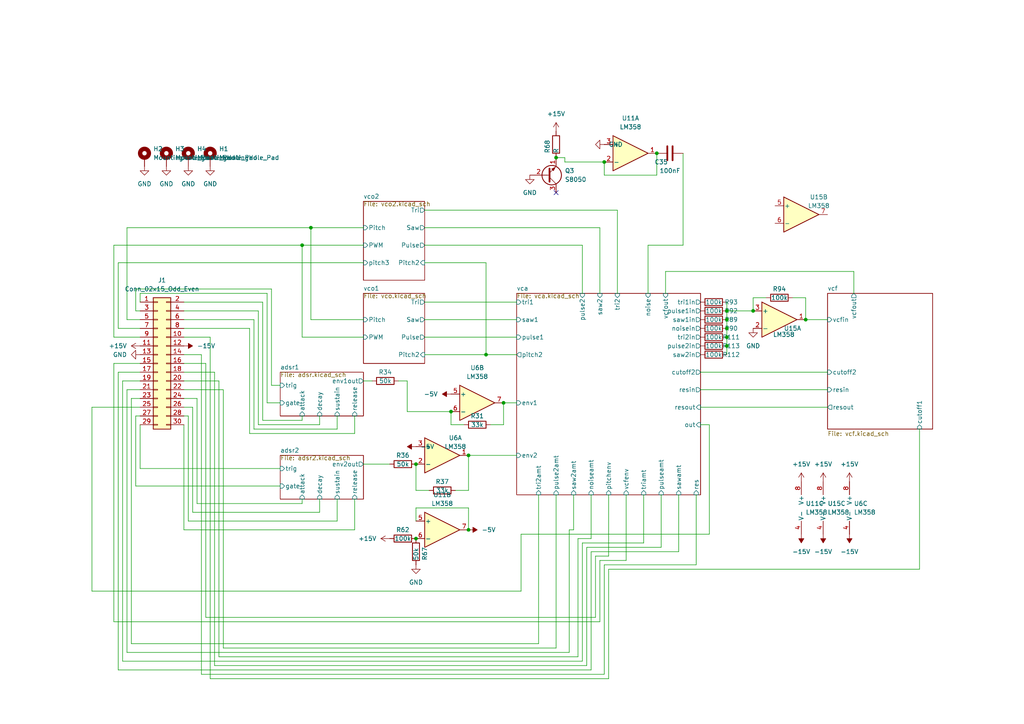
<source format=kicad_sch>
(kicad_sch (version 20211123) (generator eeschema)

  (uuid 6a6330dc-7f5f-4061-bbd7-132475b8f6cf)

  (paper "A4")

  (lib_symbols
    (symbol "Amplifier_Operational:LM358" (pin_names (offset 0.127)) (in_bom yes) (on_board yes)
      (property "Reference" "U" (id 0) (at 0 5.08 0)
        (effects (font (size 1.27 1.27)) (justify left))
      )
      (property "Value" "LM358" (id 1) (at 0 -5.08 0)
        (effects (font (size 1.27 1.27)) (justify left))
      )
      (property "Footprint" "" (id 2) (at 0 0 0)
        (effects (font (size 1.27 1.27)) hide)
      )
      (property "Datasheet" "http://www.ti.com/lit/ds/symlink/lm2904-n.pdf" (id 3) (at 0 0 0)
        (effects (font (size 1.27 1.27)) hide)
      )
      (property "ki_locked" "" (id 4) (at 0 0 0)
        (effects (font (size 1.27 1.27)))
      )
      (property "ki_keywords" "dual opamp" (id 5) (at 0 0 0)
        (effects (font (size 1.27 1.27)) hide)
      )
      (property "ki_description" "Low-Power, Dual Operational Amplifiers, DIP-8/SOIC-8/TO-99-8" (id 6) (at 0 0 0)
        (effects (font (size 1.27 1.27)) hide)
      )
      (property "ki_fp_filters" "SOIC*3.9x4.9mm*P1.27mm* DIP*W7.62mm* TO*99* OnSemi*Micro8* TSSOP*3x3mm*P0.65mm* TSSOP*4.4x3mm*P0.65mm* MSOP*3x3mm*P0.65mm* SSOP*3.9x4.9mm*P0.635mm* LFCSP*2x2mm*P0.5mm* *SIP* SOIC*5.3x6.2mm*P1.27mm*" (id 7) (at 0 0 0)
        (effects (font (size 1.27 1.27)) hide)
      )
      (symbol "LM358_1_1"
        (polyline
          (pts
            (xy -5.08 5.08)
            (xy 5.08 0)
            (xy -5.08 -5.08)
            (xy -5.08 5.08)
          )
          (stroke (width 0.254) (type default) (color 0 0 0 0))
          (fill (type background))
        )
        (pin output line (at 7.62 0 180) (length 2.54)
          (name "~" (effects (font (size 1.27 1.27))))
          (number "1" (effects (font (size 1.27 1.27))))
        )
        (pin input line (at -7.62 -2.54 0) (length 2.54)
          (name "-" (effects (font (size 1.27 1.27))))
          (number "2" (effects (font (size 1.27 1.27))))
        )
        (pin input line (at -7.62 2.54 0) (length 2.54)
          (name "+" (effects (font (size 1.27 1.27))))
          (number "3" (effects (font (size 1.27 1.27))))
        )
      )
      (symbol "LM358_2_1"
        (polyline
          (pts
            (xy -5.08 5.08)
            (xy 5.08 0)
            (xy -5.08 -5.08)
            (xy -5.08 5.08)
          )
          (stroke (width 0.254) (type default) (color 0 0 0 0))
          (fill (type background))
        )
        (pin input line (at -7.62 2.54 0) (length 2.54)
          (name "+" (effects (font (size 1.27 1.27))))
          (number "5" (effects (font (size 1.27 1.27))))
        )
        (pin input line (at -7.62 -2.54 0) (length 2.54)
          (name "-" (effects (font (size 1.27 1.27))))
          (number "6" (effects (font (size 1.27 1.27))))
        )
        (pin output line (at 7.62 0 180) (length 2.54)
          (name "~" (effects (font (size 1.27 1.27))))
          (number "7" (effects (font (size 1.27 1.27))))
        )
      )
      (symbol "LM358_3_1"
        (pin power_in line (at -2.54 -7.62 90) (length 3.81)
          (name "V-" (effects (font (size 1.27 1.27))))
          (number "4" (effects (font (size 1.27 1.27))))
        )
        (pin power_in line (at -2.54 7.62 270) (length 3.81)
          (name "V+" (effects (font (size 1.27 1.27))))
          (number "8" (effects (font (size 1.27 1.27))))
        )
      )
    )
    (symbol "Connector_Generic:Conn_02x15_Odd_Even" (pin_names (offset 1.016) hide) (in_bom yes) (on_board yes)
      (property "Reference" "J" (id 0) (at 1.27 20.32 0)
        (effects (font (size 1.27 1.27)))
      )
      (property "Value" "Conn_02x15_Odd_Even" (id 1) (at 1.27 -20.32 0)
        (effects (font (size 1.27 1.27)))
      )
      (property "Footprint" "" (id 2) (at 0 0 0)
        (effects (font (size 1.27 1.27)) hide)
      )
      (property "Datasheet" "~" (id 3) (at 0 0 0)
        (effects (font (size 1.27 1.27)) hide)
      )
      (property "ki_keywords" "connector" (id 4) (at 0 0 0)
        (effects (font (size 1.27 1.27)) hide)
      )
      (property "ki_description" "Generic connector, double row, 02x15, odd/even pin numbering scheme (row 1 odd numbers, row 2 even numbers), script generated (kicad-library-utils/schlib/autogen/connector/)" (id 5) (at 0 0 0)
        (effects (font (size 1.27 1.27)) hide)
      )
      (property "ki_fp_filters" "Connector*:*_2x??_*" (id 6) (at 0 0 0)
        (effects (font (size 1.27 1.27)) hide)
      )
      (symbol "Conn_02x15_Odd_Even_1_1"
        (rectangle (start -1.27 -17.653) (end 0 -17.907)
          (stroke (width 0.1524) (type default) (color 0 0 0 0))
          (fill (type none))
        )
        (rectangle (start -1.27 -15.113) (end 0 -15.367)
          (stroke (width 0.1524) (type default) (color 0 0 0 0))
          (fill (type none))
        )
        (rectangle (start -1.27 -12.573) (end 0 -12.827)
          (stroke (width 0.1524) (type default) (color 0 0 0 0))
          (fill (type none))
        )
        (rectangle (start -1.27 -10.033) (end 0 -10.287)
          (stroke (width 0.1524) (type default) (color 0 0 0 0))
          (fill (type none))
        )
        (rectangle (start -1.27 -7.493) (end 0 -7.747)
          (stroke (width 0.1524) (type default) (color 0 0 0 0))
          (fill (type none))
        )
        (rectangle (start -1.27 -4.953) (end 0 -5.207)
          (stroke (width 0.1524) (type default) (color 0 0 0 0))
          (fill (type none))
        )
        (rectangle (start -1.27 -2.413) (end 0 -2.667)
          (stroke (width 0.1524) (type default) (color 0 0 0 0))
          (fill (type none))
        )
        (rectangle (start -1.27 0.127) (end 0 -0.127)
          (stroke (width 0.1524) (type default) (color 0 0 0 0))
          (fill (type none))
        )
        (rectangle (start -1.27 2.667) (end 0 2.413)
          (stroke (width 0.1524) (type default) (color 0 0 0 0))
          (fill (type none))
        )
        (rectangle (start -1.27 5.207) (end 0 4.953)
          (stroke (width 0.1524) (type default) (color 0 0 0 0))
          (fill (type none))
        )
        (rectangle (start -1.27 7.747) (end 0 7.493)
          (stroke (width 0.1524) (type default) (color 0 0 0 0))
          (fill (type none))
        )
        (rectangle (start -1.27 10.287) (end 0 10.033)
          (stroke (width 0.1524) (type default) (color 0 0 0 0))
          (fill (type none))
        )
        (rectangle (start -1.27 12.827) (end 0 12.573)
          (stroke (width 0.1524) (type default) (color 0 0 0 0))
          (fill (type none))
        )
        (rectangle (start -1.27 15.367) (end 0 15.113)
          (stroke (width 0.1524) (type default) (color 0 0 0 0))
          (fill (type none))
        )
        (rectangle (start -1.27 17.907) (end 0 17.653)
          (stroke (width 0.1524) (type default) (color 0 0 0 0))
          (fill (type none))
        )
        (rectangle (start -1.27 19.05) (end 3.81 -19.05)
          (stroke (width 0.254) (type default) (color 0 0 0 0))
          (fill (type background))
        )
        (rectangle (start 3.81 -17.653) (end 2.54 -17.907)
          (stroke (width 0.1524) (type default) (color 0 0 0 0))
          (fill (type none))
        )
        (rectangle (start 3.81 -15.113) (end 2.54 -15.367)
          (stroke (width 0.1524) (type default) (color 0 0 0 0))
          (fill (type none))
        )
        (rectangle (start 3.81 -12.573) (end 2.54 -12.827)
          (stroke (width 0.1524) (type default) (color 0 0 0 0))
          (fill (type none))
        )
        (rectangle (start 3.81 -10.033) (end 2.54 -10.287)
          (stroke (width 0.1524) (type default) (color 0 0 0 0))
          (fill (type none))
        )
        (rectangle (start 3.81 -7.493) (end 2.54 -7.747)
          (stroke (width 0.1524) (type default) (color 0 0 0 0))
          (fill (type none))
        )
        (rectangle (start 3.81 -4.953) (end 2.54 -5.207)
          (stroke (width 0.1524) (type default) (color 0 0 0 0))
          (fill (type none))
        )
        (rectangle (start 3.81 -2.413) (end 2.54 -2.667)
          (stroke (width 0.1524) (type default) (color 0 0 0 0))
          (fill (type none))
        )
        (rectangle (start 3.81 0.127) (end 2.54 -0.127)
          (stroke (width 0.1524) (type default) (color 0 0 0 0))
          (fill (type none))
        )
        (rectangle (start 3.81 2.667) (end 2.54 2.413)
          (stroke (width 0.1524) (type default) (color 0 0 0 0))
          (fill (type none))
        )
        (rectangle (start 3.81 5.207) (end 2.54 4.953)
          (stroke (width 0.1524) (type default) (color 0 0 0 0))
          (fill (type none))
        )
        (rectangle (start 3.81 7.747) (end 2.54 7.493)
          (stroke (width 0.1524) (type default) (color 0 0 0 0))
          (fill (type none))
        )
        (rectangle (start 3.81 10.287) (end 2.54 10.033)
          (stroke (width 0.1524) (type default) (color 0 0 0 0))
          (fill (type none))
        )
        (rectangle (start 3.81 12.827) (end 2.54 12.573)
          (stroke (width 0.1524) (type default) (color 0 0 0 0))
          (fill (type none))
        )
        (rectangle (start 3.81 15.367) (end 2.54 15.113)
          (stroke (width 0.1524) (type default) (color 0 0 0 0))
          (fill (type none))
        )
        (rectangle (start 3.81 17.907) (end 2.54 17.653)
          (stroke (width 0.1524) (type default) (color 0 0 0 0))
          (fill (type none))
        )
        (pin passive line (at -5.08 17.78 0) (length 3.81)
          (name "Pin_1" (effects (font (size 1.27 1.27))))
          (number "1" (effects (font (size 1.27 1.27))))
        )
        (pin passive line (at 7.62 7.62 180) (length 3.81)
          (name "Pin_10" (effects (font (size 1.27 1.27))))
          (number "10" (effects (font (size 1.27 1.27))))
        )
        (pin passive line (at -5.08 5.08 0) (length 3.81)
          (name "Pin_11" (effects (font (size 1.27 1.27))))
          (number "11" (effects (font (size 1.27 1.27))))
        )
        (pin passive line (at 7.62 5.08 180) (length 3.81)
          (name "Pin_12" (effects (font (size 1.27 1.27))))
          (number "12" (effects (font (size 1.27 1.27))))
        )
        (pin passive line (at -5.08 2.54 0) (length 3.81)
          (name "Pin_13" (effects (font (size 1.27 1.27))))
          (number "13" (effects (font (size 1.27 1.27))))
        )
        (pin passive line (at 7.62 2.54 180) (length 3.81)
          (name "Pin_14" (effects (font (size 1.27 1.27))))
          (number "14" (effects (font (size 1.27 1.27))))
        )
        (pin passive line (at -5.08 0 0) (length 3.81)
          (name "Pin_15" (effects (font (size 1.27 1.27))))
          (number "15" (effects (font (size 1.27 1.27))))
        )
        (pin passive line (at 7.62 0 180) (length 3.81)
          (name "Pin_16" (effects (font (size 1.27 1.27))))
          (number "16" (effects (font (size 1.27 1.27))))
        )
        (pin passive line (at -5.08 -2.54 0) (length 3.81)
          (name "Pin_17" (effects (font (size 1.27 1.27))))
          (number "17" (effects (font (size 1.27 1.27))))
        )
        (pin passive line (at 7.62 -2.54 180) (length 3.81)
          (name "Pin_18" (effects (font (size 1.27 1.27))))
          (number "18" (effects (font (size 1.27 1.27))))
        )
        (pin passive line (at -5.08 -5.08 0) (length 3.81)
          (name "Pin_19" (effects (font (size 1.27 1.27))))
          (number "19" (effects (font (size 1.27 1.27))))
        )
        (pin passive line (at 7.62 17.78 180) (length 3.81)
          (name "Pin_2" (effects (font (size 1.27 1.27))))
          (number "2" (effects (font (size 1.27 1.27))))
        )
        (pin passive line (at 7.62 -5.08 180) (length 3.81)
          (name "Pin_20" (effects (font (size 1.27 1.27))))
          (number "20" (effects (font (size 1.27 1.27))))
        )
        (pin passive line (at -5.08 -7.62 0) (length 3.81)
          (name "Pin_21" (effects (font (size 1.27 1.27))))
          (number "21" (effects (font (size 1.27 1.27))))
        )
        (pin passive line (at 7.62 -7.62 180) (length 3.81)
          (name "Pin_22" (effects (font (size 1.27 1.27))))
          (number "22" (effects (font (size 1.27 1.27))))
        )
        (pin passive line (at -5.08 -10.16 0) (length 3.81)
          (name "Pin_23" (effects (font (size 1.27 1.27))))
          (number "23" (effects (font (size 1.27 1.27))))
        )
        (pin passive line (at 7.62 -10.16 180) (length 3.81)
          (name "Pin_24" (effects (font (size 1.27 1.27))))
          (number "24" (effects (font (size 1.27 1.27))))
        )
        (pin passive line (at -5.08 -12.7 0) (length 3.81)
          (name "Pin_25" (effects (font (size 1.27 1.27))))
          (number "25" (effects (font (size 1.27 1.27))))
        )
        (pin passive line (at 7.62 -12.7 180) (length 3.81)
          (name "Pin_26" (effects (font (size 1.27 1.27))))
          (number "26" (effects (font (size 1.27 1.27))))
        )
        (pin passive line (at -5.08 -15.24 0) (length 3.81)
          (name "Pin_27" (effects (font (size 1.27 1.27))))
          (number "27" (effects (font (size 1.27 1.27))))
        )
        (pin passive line (at 7.62 -15.24 180) (length 3.81)
          (name "Pin_28" (effects (font (size 1.27 1.27))))
          (number "28" (effects (font (size 1.27 1.27))))
        )
        (pin passive line (at -5.08 -17.78 0) (length 3.81)
          (name "Pin_29" (effects (font (size 1.27 1.27))))
          (number "29" (effects (font (size 1.27 1.27))))
        )
        (pin passive line (at -5.08 15.24 0) (length 3.81)
          (name "Pin_3" (effects (font (size 1.27 1.27))))
          (number "3" (effects (font (size 1.27 1.27))))
        )
        (pin passive line (at 7.62 -17.78 180) (length 3.81)
          (name "Pin_30" (effects (font (size 1.27 1.27))))
          (number "30" (effects (font (size 1.27 1.27))))
        )
        (pin passive line (at 7.62 15.24 180) (length 3.81)
          (name "Pin_4" (effects (font (size 1.27 1.27))))
          (number "4" (effects (font (size 1.27 1.27))))
        )
        (pin passive line (at -5.08 12.7 0) (length 3.81)
          (name "Pin_5" (effects (font (size 1.27 1.27))))
          (number "5" (effects (font (size 1.27 1.27))))
        )
        (pin passive line (at 7.62 12.7 180) (length 3.81)
          (name "Pin_6" (effects (font (size 1.27 1.27))))
          (number "6" (effects (font (size 1.27 1.27))))
        )
        (pin passive line (at -5.08 10.16 0) (length 3.81)
          (name "Pin_7" (effects (font (size 1.27 1.27))))
          (number "7" (effects (font (size 1.27 1.27))))
        )
        (pin passive line (at 7.62 10.16 180) (length 3.81)
          (name "Pin_8" (effects (font (size 1.27 1.27))))
          (number "8" (effects (font (size 1.27 1.27))))
        )
        (pin passive line (at -5.08 7.62 0) (length 3.81)
          (name "Pin_9" (effects (font (size 1.27 1.27))))
          (number "9" (effects (font (size 1.27 1.27))))
        )
      )
    )
    (symbol "Device:C" (pin_numbers hide) (pin_names (offset 0.254)) (in_bom yes) (on_board yes)
      (property "Reference" "C" (id 0) (at 0.635 2.54 0)
        (effects (font (size 1.27 1.27)) (justify left))
      )
      (property "Value" "C" (id 1) (at 0.635 -2.54 0)
        (effects (font (size 1.27 1.27)) (justify left))
      )
      (property "Footprint" "" (id 2) (at 0.9652 -3.81 0)
        (effects (font (size 1.27 1.27)) hide)
      )
      (property "Datasheet" "~" (id 3) (at 0 0 0)
        (effects (font (size 1.27 1.27)) hide)
      )
      (property "ki_keywords" "cap capacitor" (id 4) (at 0 0 0)
        (effects (font (size 1.27 1.27)) hide)
      )
      (property "ki_description" "Unpolarized capacitor" (id 5) (at 0 0 0)
        (effects (font (size 1.27 1.27)) hide)
      )
      (property "ki_fp_filters" "C_*" (id 6) (at 0 0 0)
        (effects (font (size 1.27 1.27)) hide)
      )
      (symbol "C_0_1"
        (polyline
          (pts
            (xy -2.032 -0.762)
            (xy 2.032 -0.762)
          )
          (stroke (width 0.508) (type default) (color 0 0 0 0))
          (fill (type none))
        )
        (polyline
          (pts
            (xy -2.032 0.762)
            (xy 2.032 0.762)
          )
          (stroke (width 0.508) (type default) (color 0 0 0 0))
          (fill (type none))
        )
      )
      (symbol "C_1_1"
        (pin passive line (at 0 3.81 270) (length 2.794)
          (name "~" (effects (font (size 1.27 1.27))))
          (number "1" (effects (font (size 1.27 1.27))))
        )
        (pin passive line (at 0 -3.81 90) (length 2.794)
          (name "~" (effects (font (size 1.27 1.27))))
          (number "2" (effects (font (size 1.27 1.27))))
        )
      )
    )
    (symbol "Device:R" (pin_numbers hide) (pin_names (offset 0)) (in_bom yes) (on_board yes)
      (property "Reference" "R" (id 0) (at 2.032 0 90)
        (effects (font (size 1.27 1.27)))
      )
      (property "Value" "R" (id 1) (at 0 0 90)
        (effects (font (size 1.27 1.27)))
      )
      (property "Footprint" "" (id 2) (at -1.778 0 90)
        (effects (font (size 1.27 1.27)) hide)
      )
      (property "Datasheet" "~" (id 3) (at 0 0 0)
        (effects (font (size 1.27 1.27)) hide)
      )
      (property "ki_keywords" "R res resistor" (id 4) (at 0 0 0)
        (effects (font (size 1.27 1.27)) hide)
      )
      (property "ki_description" "Resistor" (id 5) (at 0 0 0)
        (effects (font (size 1.27 1.27)) hide)
      )
      (property "ki_fp_filters" "R_*" (id 6) (at 0 0 0)
        (effects (font (size 1.27 1.27)) hide)
      )
      (symbol "R_0_1"
        (rectangle (start -1.016 -2.54) (end 1.016 2.54)
          (stroke (width 0.254) (type default) (color 0 0 0 0))
          (fill (type none))
        )
      )
      (symbol "R_1_1"
        (pin passive line (at 0 3.81 270) (length 1.27)
          (name "~" (effects (font (size 1.27 1.27))))
          (number "1" (effects (font (size 1.27 1.27))))
        )
        (pin passive line (at 0 -3.81 90) (length 1.27)
          (name "~" (effects (font (size 1.27 1.27))))
          (number "2" (effects (font (size 1.27 1.27))))
        )
      )
    )
    (symbol "Mechanical:MountingHole_Pad" (pin_numbers hide) (pin_names (offset 1.016) hide) (in_bom yes) (on_board yes)
      (property "Reference" "H" (id 0) (at 0 6.35 0)
        (effects (font (size 1.27 1.27)))
      )
      (property "Value" "MountingHole_Pad" (id 1) (at 0 4.445 0)
        (effects (font (size 1.27 1.27)))
      )
      (property "Footprint" "" (id 2) (at 0 0 0)
        (effects (font (size 1.27 1.27)) hide)
      )
      (property "Datasheet" "~" (id 3) (at 0 0 0)
        (effects (font (size 1.27 1.27)) hide)
      )
      (property "ki_keywords" "mounting hole" (id 4) (at 0 0 0)
        (effects (font (size 1.27 1.27)) hide)
      )
      (property "ki_description" "Mounting Hole with connection" (id 5) (at 0 0 0)
        (effects (font (size 1.27 1.27)) hide)
      )
      (property "ki_fp_filters" "MountingHole*Pad*" (id 6) (at 0 0 0)
        (effects (font (size 1.27 1.27)) hide)
      )
      (symbol "MountingHole_Pad_0_1"
        (circle (center 0 1.27) (radius 1.27)
          (stroke (width 1.27) (type default) (color 0 0 0 0))
          (fill (type none))
        )
      )
      (symbol "MountingHole_Pad_1_1"
        (pin input line (at 0 -2.54 90) (length 2.54)
          (name "1" (effects (font (size 1.27 1.27))))
          (number "1" (effects (font (size 1.27 1.27))))
        )
      )
    )
    (symbol "Transistor_BJT:S8050" (pin_names (offset 0) hide) (in_bom yes) (on_board yes)
      (property "Reference" "Q" (id 0) (at 5.08 1.905 0)
        (effects (font (size 1.27 1.27)) (justify left))
      )
      (property "Value" "S8050" (id 1) (at 5.08 0 0)
        (effects (font (size 1.27 1.27)) (justify left))
      )
      (property "Footprint" "Package_TO_SOT_THT:TO-92_Inline" (id 2) (at 5.08 -1.905 0)
        (effects (font (size 1.27 1.27) italic) (justify left) hide)
      )
      (property "Datasheet" "http://www.unisonic.com.tw/datasheet/S8050.pdf" (id 3) (at 0 0 0)
        (effects (font (size 1.27 1.27)) (justify left) hide)
      )
      (property "ki_keywords" "S8050 NPN Low Voltage High Current Transistor" (id 4) (at 0 0 0)
        (effects (font (size 1.27 1.27)) hide)
      )
      (property "ki_description" "0.7A Ic, 20V Vce, Low Voltage High Current NPN Transistor, TO-92" (id 5) (at 0 0 0)
        (effects (font (size 1.27 1.27)) hide)
      )
      (property "ki_fp_filters" "TO?92*" (id 6) (at 0 0 0)
        (effects (font (size 1.27 1.27)) hide)
      )
      (symbol "S8050_0_1"
        (polyline
          (pts
            (xy 0 0)
            (xy 0.635 0)
          )
          (stroke (width 0) (type default) (color 0 0 0 0))
          (fill (type none))
        )
        (polyline
          (pts
            (xy 0.635 0.635)
            (xy 2.54 2.54)
          )
          (stroke (width 0) (type default) (color 0 0 0 0))
          (fill (type none))
        )
        (polyline
          (pts
            (xy 0.635 -0.635)
            (xy 2.54 -2.54)
            (xy 2.54 -2.54)
          )
          (stroke (width 0) (type default) (color 0 0 0 0))
          (fill (type none))
        )
        (polyline
          (pts
            (xy 0.635 1.905)
            (xy 0.635 -1.905)
            (xy 0.635 -1.905)
          )
          (stroke (width 0.508) (type default) (color 0 0 0 0))
          (fill (type none))
        )
        (polyline
          (pts
            (xy 1.27 -1.778)
            (xy 1.778 -1.27)
            (xy 2.286 -2.286)
            (xy 1.27 -1.778)
            (xy 1.27 -1.778)
          )
          (stroke (width 0) (type default) (color 0 0 0 0))
          (fill (type outline))
        )
        (circle (center 1.27 0) (radius 2.8194)
          (stroke (width 0.254) (type default) (color 0 0 0 0))
          (fill (type none))
        )
      )
      (symbol "S8050_1_1"
        (pin passive line (at 2.54 -5.08 90) (length 2.54)
          (name "E" (effects (font (size 1.27 1.27))))
          (number "1" (effects (font (size 1.27 1.27))))
        )
        (pin input line (at -5.08 0 0) (length 5.08)
          (name "B" (effects (font (size 1.27 1.27))))
          (number "2" (effects (font (size 1.27 1.27))))
        )
        (pin passive line (at 2.54 5.08 270) (length 2.54)
          (name "C" (effects (font (size 1.27 1.27))))
          (number "3" (effects (font (size 1.27 1.27))))
        )
      )
    )
    (symbol "power:+15V" (power) (pin_names (offset 0)) (in_bom yes) (on_board yes)
      (property "Reference" "#PWR" (id 0) (at 0 -3.81 0)
        (effects (font (size 1.27 1.27)) hide)
      )
      (property "Value" "+15V" (id 1) (at 0 3.556 0)
        (effects (font (size 1.27 1.27)))
      )
      (property "Footprint" "" (id 2) (at 0 0 0)
        (effects (font (size 1.27 1.27)) hide)
      )
      (property "Datasheet" "" (id 3) (at 0 0 0)
        (effects (font (size 1.27 1.27)) hide)
      )
      (property "ki_keywords" "power-flag" (id 4) (at 0 0 0)
        (effects (font (size 1.27 1.27)) hide)
      )
      (property "ki_description" "Power symbol creates a global label with name \"+15V\"" (id 5) (at 0 0 0)
        (effects (font (size 1.27 1.27)) hide)
      )
      (symbol "+15V_0_1"
        (polyline
          (pts
            (xy -0.762 1.27)
            (xy 0 2.54)
          )
          (stroke (width 0) (type default) (color 0 0 0 0))
          (fill (type none))
        )
        (polyline
          (pts
            (xy 0 0)
            (xy 0 2.54)
          )
          (stroke (width 0) (type default) (color 0 0 0 0))
          (fill (type none))
        )
        (polyline
          (pts
            (xy 0 2.54)
            (xy 0.762 1.27)
          )
          (stroke (width 0) (type default) (color 0 0 0 0))
          (fill (type none))
        )
      )
      (symbol "+15V_1_1"
        (pin power_in line (at 0 0 90) (length 0) hide
          (name "+15V" (effects (font (size 1.27 1.27))))
          (number "1" (effects (font (size 1.27 1.27))))
        )
      )
    )
    (symbol "power:-15V" (power) (pin_names (offset 0)) (in_bom yes) (on_board yes)
      (property "Reference" "#PWR" (id 0) (at 0 2.54 0)
        (effects (font (size 1.27 1.27)) hide)
      )
      (property "Value" "-15V" (id 1) (at 0 3.81 0)
        (effects (font (size 1.27 1.27)))
      )
      (property "Footprint" "" (id 2) (at 0 0 0)
        (effects (font (size 1.27 1.27)) hide)
      )
      (property "Datasheet" "" (id 3) (at 0 0 0)
        (effects (font (size 1.27 1.27)) hide)
      )
      (property "ki_keywords" "power-flag" (id 4) (at 0 0 0)
        (effects (font (size 1.27 1.27)) hide)
      )
      (property "ki_description" "Power symbol creates a global label with name \"-15V\"" (id 5) (at 0 0 0)
        (effects (font (size 1.27 1.27)) hide)
      )
      (symbol "-15V_0_0"
        (pin power_in line (at 0 0 90) (length 0) hide
          (name "-15V" (effects (font (size 1.27 1.27))))
          (number "1" (effects (font (size 1.27 1.27))))
        )
      )
      (symbol "-15V_0_1"
        (polyline
          (pts
            (xy 0 0)
            (xy 0 1.27)
            (xy 0.762 1.27)
            (xy 0 2.54)
            (xy -0.762 1.27)
            (xy 0 1.27)
          )
          (stroke (width 0) (type default) (color 0 0 0 0))
          (fill (type outline))
        )
      )
    )
    (symbol "power:-5V" (power) (pin_names (offset 0)) (in_bom yes) (on_board yes)
      (property "Reference" "#PWR" (id 0) (at 0 2.54 0)
        (effects (font (size 1.27 1.27)) hide)
      )
      (property "Value" "-5V" (id 1) (at 0 3.81 0)
        (effects (font (size 1.27 1.27)))
      )
      (property "Footprint" "" (id 2) (at 0 0 0)
        (effects (font (size 1.27 1.27)) hide)
      )
      (property "Datasheet" "" (id 3) (at 0 0 0)
        (effects (font (size 1.27 1.27)) hide)
      )
      (property "ki_keywords" "power-flag" (id 4) (at 0 0 0)
        (effects (font (size 1.27 1.27)) hide)
      )
      (property "ki_description" "Power symbol creates a global label with name \"-5V\"" (id 5) (at 0 0 0)
        (effects (font (size 1.27 1.27)) hide)
      )
      (symbol "-5V_0_0"
        (pin power_in line (at 0 0 90) (length 0) hide
          (name "-5V" (effects (font (size 1.27 1.27))))
          (number "1" (effects (font (size 1.27 1.27))))
        )
      )
      (symbol "-5V_0_1"
        (polyline
          (pts
            (xy 0 0)
            (xy 0 1.27)
            (xy 0.762 1.27)
            (xy 0 2.54)
            (xy -0.762 1.27)
            (xy 0 1.27)
          )
          (stroke (width 0) (type default) (color 0 0 0 0))
          (fill (type outline))
        )
      )
    )
    (symbol "power:GND" (power) (pin_names (offset 0)) (in_bom yes) (on_board yes)
      (property "Reference" "#PWR" (id 0) (at 0 -6.35 0)
        (effects (font (size 1.27 1.27)) hide)
      )
      (property "Value" "GND" (id 1) (at 0 -3.81 0)
        (effects (font (size 1.27 1.27)))
      )
      (property "Footprint" "" (id 2) (at 0 0 0)
        (effects (font (size 1.27 1.27)) hide)
      )
      (property "Datasheet" "" (id 3) (at 0 0 0)
        (effects (font (size 1.27 1.27)) hide)
      )
      (property "ki_keywords" "power-flag" (id 4) (at 0 0 0)
        (effects (font (size 1.27 1.27)) hide)
      )
      (property "ki_description" "Power symbol creates a global label with name \"GND\" , ground" (id 5) (at 0 0 0)
        (effects (font (size 1.27 1.27)) hide)
      )
      (symbol "GND_0_1"
        (polyline
          (pts
            (xy 0 0)
            (xy 0 -1.27)
            (xy 1.27 -1.27)
            (xy 0 -2.54)
            (xy -1.27 -1.27)
            (xy 0 -1.27)
          )
          (stroke (width 0) (type default) (color 0 0 0 0))
          (fill (type none))
        )
      )
      (symbol "GND_1_1"
        (pin power_in line (at 0 0 270) (length 0) hide
          (name "GND" (effects (font (size 1.27 1.27))))
          (number "1" (effects (font (size 1.27 1.27))))
        )
      )
    )
  )

  (junction (at 210.82 92.71) (diameter 0) (color 0 0 0 0)
    (uuid 00e974e0-c673-421d-86e5-cac6fa207d4f)
  )
  (junction (at 210.82 95.25) (diameter 0) (color 0 0 0 0)
    (uuid 03b10cb2-cee2-42ce-8343-0257b7c3deb8)
  )
  (junction (at 140.97 102.87) (diameter 0) (color 0 0 0 0)
    (uuid 067c04dc-9cd1-42c9-ae79-4d01e96ddc48)
  )
  (junction (at 87.63 71.12) (diameter 0) (color 0 0 0 0)
    (uuid 08204cc7-bc35-4771-b1f9-9197b691b0f4)
  )
  (junction (at 233.68 92.71) (diameter 0) (color 0 0 0 0)
    (uuid 0980359b-7d81-4968-8e03-a27c3badc799)
  )
  (junction (at 90.17 66.04) (diameter 0) (color 0 0 0 0)
    (uuid 20608f5f-f431-41d1-8e0b-9e42f704e4cd)
  )
  (junction (at 120.65 134.62) (diameter 0) (color 0 0 0 0)
    (uuid 2552caef-447f-4910-878e-17fada831b44)
  )
  (junction (at 175.26 46.99) (diameter 0) (color 0 0 0 0)
    (uuid 28c78a0f-8af4-4424-a8d4-74044f6d38e4)
  )
  (junction (at 210.82 100.33) (diameter 0) (color 0 0 0 0)
    (uuid 37ae81fa-d36c-4c72-8c0d-243efee30a71)
  )
  (junction (at 218.44 90.17) (diameter 0) (color 0 0 0 0)
    (uuid 42b6c67e-9b0e-427b-8eea-9e476f42b75b)
  )
  (junction (at 210.82 97.79) (diameter 0) (color 0 0 0 0)
    (uuid 4626b5ee-fa37-4614-bd96-f506d696df4b)
  )
  (junction (at 146.05 116.84) (diameter 0) (color 0 0 0 0)
    (uuid 90bfad07-864e-496b-b7bb-065093421c65)
  )
  (junction (at 135.89 153.67) (diameter 0) (color 0 0 0 0)
    (uuid 935353eb-73f4-4109-b6c7-c58ef6f2735b)
  )
  (junction (at 210.82 90.17) (diameter 0) (color 0 0 0 0)
    (uuid a28e1fa7-5590-4256-aabd-1b307f3c845a)
  )
  (junction (at 190.5 44.45) (diameter 0) (color 0 0 0 0)
    (uuid a824b735-3943-4217-a252-1664bdbea384)
  )
  (junction (at 120.65 156.21) (diameter 0) (color 0 0 0 0)
    (uuid abcf025f-3b4e-4ef0-9682-26a863f1ebc0)
  )
  (junction (at 161.29 45.72) (diameter 0) (color 0 0 0 0)
    (uuid d6136579-d10e-41cd-9445-38962d034185)
  )
  (junction (at 135.89 132.08) (diameter 0) (color 0 0 0 0)
    (uuid ed50957f-c8e5-4737-a72e-1edf6c1913bd)
  )
  (junction (at 130.81 119.38) (diameter 0) (color 0 0 0 0)
    (uuid f10af0b0-b1f5-4925-a7f8-0491b45ceeff)
  )

  (no_connect (at 161.29 55.88) (uuid 9c55ed19-21f8-439b-8df0-eff6162f65fe))

  (wire (pts (xy 87.63 146.05) (xy 87.63 144.78))
    (stroke (width 0) (type default) (color 0 0 0 0))
    (uuid 011d4181-decd-4bbe-a15d-406d7e9b73b3)
  )
  (wire (pts (xy 77.47 116.84) (xy 81.28 116.84))
    (stroke (width 0) (type default) (color 0 0 0 0))
    (uuid 01320616-85fe-4351-a74f-b5cbe2b9017f)
  )
  (wire (pts (xy 165.1 153.67) (xy 166.37 153.67))
    (stroke (width 0) (type default) (color 0 0 0 0))
    (uuid 01c2735e-7396-42ab-bb0f-1c732813ccc7)
  )
  (wire (pts (xy 53.34 107.95) (xy 62.23 107.95))
    (stroke (width 0) (type default) (color 0 0 0 0))
    (uuid 023add15-c308-49f8-abc9-4dee2440e3c1)
  )
  (wire (pts (xy 120.65 142.24) (xy 124.46 142.24))
    (stroke (width 0) (type default) (color 0 0 0 0))
    (uuid 044a9bdb-c69b-4c7d-b8fe-dfd4f28e3fca)
  )
  (wire (pts (xy 229.87 86.36) (xy 233.68 86.36))
    (stroke (width 0) (type default) (color 0 0 0 0))
    (uuid 06e73cf4-cf29-488c-9bff-d1598f3e358f)
  )
  (wire (pts (xy 173.99 66.04) (xy 173.99 85.09))
    (stroke (width 0) (type default) (color 0 0 0 0))
    (uuid 06f1de20-7024-4830-a078-7a36dbb90fc1)
  )
  (wire (pts (xy 146.05 116.84) (xy 146.05 123.19))
    (stroke (width 0) (type default) (color 0 0 0 0))
    (uuid 07000ab6-bc63-40d1-9faa-76aa6bb417e5)
  )
  (wire (pts (xy 210.82 95.25) (xy 210.82 97.79))
    (stroke (width 0) (type default) (color 0 0 0 0))
    (uuid 08f217d8-69c6-4861-8f1e-65e5949dc255)
  )
  (wire (pts (xy 87.63 121.92) (xy 87.63 120.65))
    (stroke (width 0) (type default) (color 0 0 0 0))
    (uuid 0b1372db-10b5-4466-8058-5fce3c0ab181)
  )
  (wire (pts (xy 57.15 115.57) (xy 53.34 115.57))
    (stroke (width 0) (type default) (color 0 0 0 0))
    (uuid 0ba2c780-5ad5-48be-a450-c0e5f03d6b0d)
  )
  (wire (pts (xy 123.19 76.2) (xy 140.97 76.2))
    (stroke (width 0) (type default) (color 0 0 0 0))
    (uuid 0cec5ef8-143c-41ee-a9af-d2ff317f1250)
  )
  (wire (pts (xy 87.63 71.12) (xy 105.41 71.12))
    (stroke (width 0) (type default) (color 0 0 0 0))
    (uuid 0e5ae27e-8697-43d6-8ad9-247160ae86a9)
  )
  (wire (pts (xy 146.05 116.84) (xy 149.86 116.84))
    (stroke (width 0) (type default) (color 0 0 0 0))
    (uuid 0ee4ee4d-11ba-4505-bff4-371768794b5d)
  )
  (wire (pts (xy 218.44 86.36) (xy 222.25 86.36))
    (stroke (width 0) (type default) (color 0 0 0 0))
    (uuid 111e5346-e5ab-4114-ad88-c46cf57a994d)
  )
  (wire (pts (xy 76.2 121.92) (xy 87.63 121.92))
    (stroke (width 0) (type default) (color 0 0 0 0))
    (uuid 116118aa-7ee2-4d3e-bf5a-1b125e5b4a93)
  )
  (wire (pts (xy 33.02 97.79) (xy 33.02 71.12))
    (stroke (width 0) (type default) (color 0 0 0 0))
    (uuid 12e07da3-d11b-4e46-ba58-f5b36abc0ca0)
  )
  (wire (pts (xy 92.71 123.19) (xy 92.71 120.65))
    (stroke (width 0) (type default) (color 0 0 0 0))
    (uuid 13a40632-660d-4672-ab60-93dddeb6c92a)
  )
  (wire (pts (xy 97.79 151.13) (xy 54.61 151.13))
    (stroke (width 0) (type default) (color 0 0 0 0))
    (uuid 1701b1ca-0c1f-45f5-85a4-7f308a3e7375)
  )
  (wire (pts (xy 156.21 143.51) (xy 156.21 186.69))
    (stroke (width 0) (type default) (color 0 0 0 0))
    (uuid 1bd019f3-9daa-4584-a46d-d81f04de96f4)
  )
  (wire (pts (xy 123.19 66.04) (xy 173.99 66.04))
    (stroke (width 0) (type default) (color 0 0 0 0))
    (uuid 1c17803f-a929-4206-b85c-58958973c9ad)
  )
  (wire (pts (xy 163.83 45.72) (xy 161.29 45.72))
    (stroke (width 0) (type default) (color 0 0 0 0))
    (uuid 1d5e5fdc-d9fc-4ea2-baad-460f9f6a029b)
  )
  (wire (pts (xy 173.99 162.56) (xy 173.99 180.34))
    (stroke (width 0) (type default) (color 0 0 0 0))
    (uuid 1ddf0ea9-5888-413d-a18d-1389ccafe74a)
  )
  (wire (pts (xy 33.02 105.41) (xy 40.64 105.41))
    (stroke (width 0) (type default) (color 0 0 0 0))
    (uuid 1e15fe27-53b2-4ae7-8dd1-76e17bfe437e)
  )
  (wire (pts (xy 172.72 161.29) (xy 172.72 179.07))
    (stroke (width 0) (type default) (color 0 0 0 0))
    (uuid 1fede902-9984-4b38-bb04-ca5b48ea394d)
  )
  (wire (pts (xy 34.29 194.31) (xy 34.29 107.95))
    (stroke (width 0) (type default) (color 0 0 0 0))
    (uuid 213409e2-bada-424d-943f-0ef7b4e32df7)
  )
  (wire (pts (xy 102.87 125.73) (xy 102.87 120.65))
    (stroke (width 0) (type default) (color 0 0 0 0))
    (uuid 2225fe2e-4fa0-4af0-bf34-eff1b6c398ec)
  )
  (wire (pts (xy 40.64 120.65) (xy 39.37 120.65))
    (stroke (width 0) (type default) (color 0 0 0 0))
    (uuid 243c8e8b-1c7a-4ca9-9719-025b7ba15087)
  )
  (wire (pts (xy 120.65 142.24) (xy 120.65 134.62))
    (stroke (width 0) (type default) (color 0 0 0 0))
    (uuid 25870231-e513-4e93-a88a-c8e018b06274)
  )
  (wire (pts (xy 63.5 190.5) (xy 167.64 190.5))
    (stroke (width 0) (type default) (color 0 0 0 0))
    (uuid 27ba9eb1-0486-406e-8849-afdc6f04ef8d)
  )
  (wire (pts (xy 34.29 76.2) (xy 105.41 76.2))
    (stroke (width 0) (type default) (color 0 0 0 0))
    (uuid 28293f01-468c-4259-8f96-7fc9bf7498d3)
  )
  (wire (pts (xy 176.53 161.29) (xy 172.72 161.29))
    (stroke (width 0) (type default) (color 0 0 0 0))
    (uuid 293e42c7-4a57-47ed-a383-8ca04ea9f3ac)
  )
  (wire (pts (xy 203.2 118.11) (xy 240.03 118.11))
    (stroke (width 0) (type default) (color 0 0 0 0))
    (uuid 2bab6215-39a3-45d0-b8ff-b091d3b8dfe5)
  )
  (wire (pts (xy 53.34 123.19) (xy 53.34 153.67))
    (stroke (width 0) (type default) (color 0 0 0 0))
    (uuid 2c1c796e-ffcb-44b5-9f4e-0b0701256dfa)
  )
  (wire (pts (xy 78.74 83.82) (xy 39.37 83.82))
    (stroke (width 0) (type default) (color 0 0 0 0))
    (uuid 2f237043-5b9d-4606-9797-98ee6f89d996)
  )
  (wire (pts (xy 58.42 102.87) (xy 58.42 195.58))
    (stroke (width 0) (type default) (color 0 0 0 0))
    (uuid 309a6c78-86ac-4d98-b6c2-5d2c09235835)
  )
  (wire (pts (xy 90.17 66.04) (xy 105.41 66.04))
    (stroke (width 0) (type default) (color 0 0 0 0))
    (uuid 30deca1c-98c3-4b72-af15-0d112e1c48ed)
  )
  (wire (pts (xy 77.47 85.09) (xy 77.47 116.84))
    (stroke (width 0) (type default) (color 0 0 0 0))
    (uuid 332ef09b-cadd-478c-a68f-148fae236f92)
  )
  (wire (pts (xy 210.82 97.79) (xy 210.82 100.33))
    (stroke (width 0) (type default) (color 0 0 0 0))
    (uuid 34fa0a4b-770e-4039-aad4-52cb8a32fbbd)
  )
  (wire (pts (xy 135.89 142.24) (xy 135.89 132.08))
    (stroke (width 0) (type default) (color 0 0 0 0))
    (uuid 35ab0a07-d15b-46d2-a203-0d9e7e4c8bba)
  )
  (wire (pts (xy 205.74 123.19) (xy 203.2 123.19))
    (stroke (width 0) (type default) (color 0 0 0 0))
    (uuid 35c58b82-ed85-4f61-9d64-2f62b7c58bbe)
  )
  (wire (pts (xy 105.41 97.79) (xy 87.63 97.79))
    (stroke (width 0) (type default) (color 0 0 0 0))
    (uuid 36cc2bb6-8843-43ca-8c1a-23bcc6a0df57)
  )
  (wire (pts (xy 55.88 148.59) (xy 92.71 148.59))
    (stroke (width 0) (type default) (color 0 0 0 0))
    (uuid 36d823c4-5330-494b-8d28-d5d919e65ea4)
  )
  (wire (pts (xy 166.37 153.67) (xy 166.37 143.51))
    (stroke (width 0) (type default) (color 0 0 0 0))
    (uuid 370d4a9d-6f57-4865-a5f4-2a051325fd93)
  )
  (wire (pts (xy 105.41 134.62) (xy 113.03 134.62))
    (stroke (width 0) (type default) (color 0 0 0 0))
    (uuid 375c32dc-146a-4774-aef6-e60676613ee0)
  )
  (wire (pts (xy 168.91 157.48) (xy 186.69 157.48))
    (stroke (width 0) (type default) (color 0 0 0 0))
    (uuid 39822854-6f02-48fd-b58c-5cb0f05d0849)
  )
  (wire (pts (xy 123.19 102.87) (xy 140.97 102.87))
    (stroke (width 0) (type default) (color 0 0 0 0))
    (uuid 3a4b1173-ee29-4d95-905f-6393c39df624)
  )
  (wire (pts (xy 176.53 143.51) (xy 176.53 161.29))
    (stroke (width 0) (type default) (color 0 0 0 0))
    (uuid 3abbdeb0-4a80-49b9-8b14-e23c357a41b9)
  )
  (wire (pts (xy 40.64 118.11) (xy 26.67 118.11))
    (stroke (width 0) (type default) (color 0 0 0 0))
    (uuid 3bbe147c-d3ef-444f-9af5-54543951ea05)
  )
  (wire (pts (xy 87.63 97.79) (xy 87.63 71.12))
    (stroke (width 0) (type default) (color 0 0 0 0))
    (uuid 3cfa1a98-18c3-4e20-8737-f9f339720077)
  )
  (wire (pts (xy 170.18 158.75) (xy 170.18 193.04))
    (stroke (width 0) (type default) (color 0 0 0 0))
    (uuid 3fd4c5db-0aee-4987-bb80-9b895a08cb09)
  )
  (wire (pts (xy 53.34 102.87) (xy 58.42 102.87))
    (stroke (width 0) (type default) (color 0 0 0 0))
    (uuid 3fd7ab23-f115-4c9b-b976-cb49795dd685)
  )
  (wire (pts (xy 36.83 189.23) (xy 36.83 113.03))
    (stroke (width 0) (type default) (color 0 0 0 0))
    (uuid 40015682-3c7c-4afe-bf52-09e47100886e)
  )
  (wire (pts (xy 171.45 156.21) (xy 167.64 156.21))
    (stroke (width 0) (type default) (color 0 0 0 0))
    (uuid 4241f01a-498e-4c67-be6b-88cef2f3d974)
  )
  (wire (pts (xy 140.97 102.87) (xy 149.86 102.87))
    (stroke (width 0) (type default) (color 0 0 0 0))
    (uuid 425df00d-ad3d-4811-a253-cc75db454a93)
  )
  (wire (pts (xy 168.91 71.12) (xy 168.91 85.09))
    (stroke (width 0) (type default) (color 0 0 0 0))
    (uuid 4567f2e7-e687-41d1-9c0f-d5858e8819bb)
  )
  (wire (pts (xy 40.64 85.09) (xy 77.47 85.09))
    (stroke (width 0) (type default) (color 0 0 0 0))
    (uuid 45a08d2c-4795-4a94-9b18-c3a601079f82)
  )
  (wire (pts (xy 35.56 191.77) (xy 35.56 110.49))
    (stroke (width 0) (type default) (color 0 0 0 0))
    (uuid 460193ef-e9f3-4d79-a36b-fca897eb83be)
  )
  (wire (pts (xy 39.37 90.17) (xy 40.64 90.17))
    (stroke (width 0) (type default) (color 0 0 0 0))
    (uuid 46dfb2f9-29c2-4cfa-97e2-4e817f06a7f8)
  )
  (wire (pts (xy 135.89 132.08) (xy 149.86 132.08))
    (stroke (width 0) (type default) (color 0 0 0 0))
    (uuid 476f21f4-e88b-4bfd-8fdd-3e1d7ccd6395)
  )
  (wire (pts (xy 218.44 90.17) (xy 218.44 86.36))
    (stroke (width 0) (type default) (color 0 0 0 0))
    (uuid 47eb1b22-8e1a-4aa4-b8d0-5bb0dc0daa59)
  )
  (wire (pts (xy 36.83 92.71) (xy 36.83 66.04))
    (stroke (width 0) (type default) (color 0 0 0 0))
    (uuid 48698c20-9b70-46cb-84e4-ca06055f9045)
  )
  (wire (pts (xy 171.45 143.51) (xy 171.45 156.21))
    (stroke (width 0) (type default) (color 0 0 0 0))
    (uuid 49a426a7-8d43-4d7f-ad1f-db9a59f4a872)
  )
  (wire (pts (xy 57.15 146.05) (xy 57.15 115.57))
    (stroke (width 0) (type default) (color 0 0 0 0))
    (uuid 4b3ac02f-877e-496f-8255-4db2a4307e6b)
  )
  (wire (pts (xy 53.34 95.25) (xy 72.39 95.25))
    (stroke (width 0) (type default) (color 0 0 0 0))
    (uuid 4bc8d7ce-d94a-4c48-ad2a-cfd366ee35dd)
  )
  (wire (pts (xy 26.67 171.45) (xy 151.13 171.45))
    (stroke (width 0) (type default) (color 0 0 0 0))
    (uuid 4f6fc28b-7cd6-446f-9485-8752f296f95b)
  )
  (wire (pts (xy 40.64 92.71) (xy 36.83 92.71))
    (stroke (width 0) (type default) (color 0 0 0 0))
    (uuid 52ff182f-ea1a-43b9-9873-60cc262569c1)
  )
  (wire (pts (xy 102.87 153.67) (xy 102.87 144.78))
    (stroke (width 0) (type default) (color 0 0 0 0))
    (uuid 5381706b-5993-4771-89a8-2a5b59aeec29)
  )
  (wire (pts (xy 38.1 186.69) (xy 38.1 115.57))
    (stroke (width 0) (type default) (color 0 0 0 0))
    (uuid 5876a776-177f-4ea2-9308-6ff2f80b0d74)
  )
  (wire (pts (xy 62.23 107.95) (xy 62.23 193.04))
    (stroke (width 0) (type default) (color 0 0 0 0))
    (uuid 5913044d-333c-478f-b976-36db37204a4c)
  )
  (wire (pts (xy 171.45 160.02) (xy 196.85 160.02))
    (stroke (width 0) (type default) (color 0 0 0 0))
    (uuid 599f88f7-29db-4baa-aeba-0ebcda5594b8)
  )
  (wire (pts (xy 193.04 78.74) (xy 247.65 78.74))
    (stroke (width 0) (type default) (color 0 0 0 0))
    (uuid 5c6f1deb-9572-43c9-9e5c-e1ab51dd4e37)
  )
  (wire (pts (xy 34.29 107.95) (xy 40.64 107.95))
    (stroke (width 0) (type default) (color 0 0 0 0))
    (uuid 5cb137db-b7e7-44e7-b19e-66e5a2e8dfab)
  )
  (wire (pts (xy 60.96 97.79) (xy 60.96 196.85))
    (stroke (width 0) (type default) (color 0 0 0 0))
    (uuid 5e60c769-a63b-4b7c-a682-87bc42e1cc1b)
  )
  (wire (pts (xy 151.13 154.94) (xy 205.74 154.94))
    (stroke (width 0) (type default) (color 0 0 0 0))
    (uuid 60bddc10-3396-45b3-ba1d-365ccfa91496)
  )
  (wire (pts (xy 196.85 143.51) (xy 196.85 160.02))
    (stroke (width 0) (type default) (color 0 0 0 0))
    (uuid 614f34c2-c030-400a-bdff-16bc48b3968c)
  )
  (wire (pts (xy 120.65 147.32) (xy 135.89 147.32))
    (stroke (width 0) (type default) (color 0 0 0 0))
    (uuid 627a33dc-63b1-4219-93c0-725b4018e90a)
  )
  (wire (pts (xy 181.61 143.51) (xy 181.61 162.56))
    (stroke (width 0) (type default) (color 0 0 0 0))
    (uuid 63619dcf-2683-47f5-9b01-08b9949aff92)
  )
  (wire (pts (xy 161.29 143.51) (xy 161.29 187.96))
    (stroke (width 0) (type default) (color 0 0 0 0))
    (uuid 66fd7104-b031-4b75-a846-c6d631c41a34)
  )
  (wire (pts (xy 73.66 124.46) (xy 97.79 124.46))
    (stroke (width 0) (type default) (color 0 0 0 0))
    (uuid 6711ca0f-fd1c-4e34-9d06-f18afd0b642a)
  )
  (wire (pts (xy 59.69 179.07) (xy 172.72 179.07))
    (stroke (width 0) (type default) (color 0 0 0 0))
    (uuid 68c1675c-75dd-4d1f-b14a-4b81c50e0282)
  )
  (wire (pts (xy 97.79 151.13) (xy 97.79 144.78))
    (stroke (width 0) (type default) (color 0 0 0 0))
    (uuid 6c496e10-f902-4642-b24e-285a66fc8f05)
  )
  (wire (pts (xy 36.83 66.04) (xy 90.17 66.04))
    (stroke (width 0) (type default) (color 0 0 0 0))
    (uuid 6d3d6ed7-282a-450e-be64-9b1c9052cb4c)
  )
  (wire (pts (xy 90.17 92.71) (xy 90.17 66.04))
    (stroke (width 0) (type default) (color 0 0 0 0))
    (uuid 6e336ef9-2e6e-435b-a96c-d275a1a7bc14)
  )
  (wire (pts (xy 81.28 111.76) (xy 78.74 111.76))
    (stroke (width 0) (type default) (color 0 0 0 0))
    (uuid 6e994968-4bcd-4f68-82e0-90684c2836f1)
  )
  (wire (pts (xy 72.39 125.73) (xy 102.87 125.73))
    (stroke (width 0) (type default) (color 0 0 0 0))
    (uuid 6f4a7a9e-5838-4dfa-a323-5c815ac2f67a)
  )
  (wire (pts (xy 171.45 160.02) (xy 171.45 194.31))
    (stroke (width 0) (type default) (color 0 0 0 0))
    (uuid 6f7e8c05-5f3a-461b-925f-335a1e340fe8)
  )
  (wire (pts (xy 266.7 165.1) (xy 266.7 124.46))
    (stroke (width 0) (type default) (color 0 0 0 0))
    (uuid 745bfe5c-0551-4c89-8b89-7f3d13d64088)
  )
  (wire (pts (xy 171.45 194.31) (xy 34.29 194.31))
    (stroke (width 0) (type default) (color 0 0 0 0))
    (uuid 749564f3-4dfc-4e85-806e-19913553a0c5)
  )
  (wire (pts (xy 38.1 115.57) (xy 40.64 115.57))
    (stroke (width 0) (type default) (color 0 0 0 0))
    (uuid 786f47bf-c03e-47d4-897c-20d7bb0e2cd1)
  )
  (wire (pts (xy 165.1 189.23) (xy 36.83 189.23))
    (stroke (width 0) (type default) (color 0 0 0 0))
    (uuid 7932aa6e-dc19-44d6-a055-8999137815b2)
  )
  (wire (pts (xy 73.66 92.71) (xy 73.66 124.46))
    (stroke (width 0) (type default) (color 0 0 0 0))
    (uuid 79bbe108-05e2-42b7-83f5-7dfa2a7f19b5)
  )
  (wire (pts (xy 78.74 111.76) (xy 78.74 83.82))
    (stroke (width 0) (type default) (color 0 0 0 0))
    (uuid 7b68d622-0b25-4646-adcf-840e7436b8d7)
  )
  (wire (pts (xy 142.24 123.19) (xy 146.05 123.19))
    (stroke (width 0) (type default) (color 0 0 0 0))
    (uuid 7d9c87f5-0cf1-4982-be7a-572d8e2cca19)
  )
  (wire (pts (xy 64.77 113.03) (xy 64.77 187.96))
    (stroke (width 0) (type default) (color 0 0 0 0))
    (uuid 7e7023d6-9a9f-44fe-a967-725d31e677e5)
  )
  (wire (pts (xy 191.77 158.75) (xy 170.18 158.75))
    (stroke (width 0) (type default) (color 0 0 0 0))
    (uuid 7efcf1b2-a188-4ea2-ae78-062b0404b16c)
  )
  (wire (pts (xy 40.64 123.19) (xy 40.64 135.89))
    (stroke (width 0) (type default) (color 0 0 0 0))
    (uuid 81ece97f-e8e6-4a01-bcc5-bb31f7aad4e6)
  )
  (wire (pts (xy 39.37 140.97) (xy 81.28 140.97))
    (stroke (width 0) (type default) (color 0 0 0 0))
    (uuid 8304e653-47c0-45fe-8453-2b20fd820f6a)
  )
  (wire (pts (xy 201.93 143.51) (xy 201.93 163.83))
    (stroke (width 0) (type default) (color 0 0 0 0))
    (uuid 83d9b4d8-763f-49ba-946c-43942a355798)
  )
  (wire (pts (xy 176.53 165.1) (xy 266.7 165.1))
    (stroke (width 0) (type default) (color 0 0 0 0))
    (uuid 842aebc0-5366-4461-8aaa-b19f3ce0fb07)
  )
  (wire (pts (xy 120.65 147.32) (xy 120.65 151.13))
    (stroke (width 0) (type default) (color 0 0 0 0))
    (uuid 876b7abe-2920-4d0a-8e57-6c0961be1a11)
  )
  (wire (pts (xy 198.12 44.45) (xy 198.12 71.12))
    (stroke (width 0) (type default) (color 0 0 0 0))
    (uuid 88d93815-b792-49d9-977c-7e645689b73b)
  )
  (wire (pts (xy 210.82 90.17) (xy 218.44 90.17))
    (stroke (width 0) (type default) (color 0 0 0 0))
    (uuid 88e95978-39cc-4065-b880-51f7cdf74182)
  )
  (wire (pts (xy 175.26 50.8) (xy 175.26 46.99))
    (stroke (width 0) (type default) (color 0 0 0 0))
    (uuid 8b0b1d09-85ef-417e-b65d-ca7bfb3062b5)
  )
  (wire (pts (xy 179.07 60.96) (xy 179.07 85.09))
    (stroke (width 0) (type default) (color 0 0 0 0))
    (uuid 8b516aef-dc02-41e4-b1a2-62e7f58b834e)
  )
  (wire (pts (xy 40.64 87.63) (xy 40.64 85.09))
    (stroke (width 0) (type default) (color 0 0 0 0))
    (uuid 8bb6a21e-52f2-4c42-922c-20a98cc03359)
  )
  (wire (pts (xy 163.83 46.99) (xy 163.83 45.72))
    (stroke (width 0) (type default) (color 0 0 0 0))
    (uuid 8dffd3ac-7774-4894-88ea-68fabe4df444)
  )
  (wire (pts (xy 53.34 105.41) (xy 59.69 105.41))
    (stroke (width 0) (type default) (color 0 0 0 0))
    (uuid 8e8224f1-b034-46c4-bcac-e3400a2b0c39)
  )
  (wire (pts (xy 247.65 78.74) (xy 247.65 85.09))
    (stroke (width 0) (type default) (color 0 0 0 0))
    (uuid 8ed8ee96-a29c-4853-bc11-2387e91b6c61)
  )
  (wire (pts (xy 53.34 113.03) (xy 64.77 113.03))
    (stroke (width 0) (type default) (color 0 0 0 0))
    (uuid 8f0e5050-19ec-4035-a5f9-149cb21c866e)
  )
  (wire (pts (xy 203.2 107.95) (xy 240.03 107.95))
    (stroke (width 0) (type default) (color 0 0 0 0))
    (uuid 92f72aec-032c-413f-a272-0c578b40b33e)
  )
  (wire (pts (xy 115.57 110.49) (xy 118.11 110.49))
    (stroke (width 0) (type default) (color 0 0 0 0))
    (uuid 98667aed-c2a2-464e-b49a-7f6255ed869a)
  )
  (wire (pts (xy 63.5 110.49) (xy 63.5 190.5))
    (stroke (width 0) (type default) (color 0 0 0 0))
    (uuid 9897ba80-b8dd-4854-bd97-957e68943ee3)
  )
  (wire (pts (xy 40.64 95.25) (xy 34.29 95.25))
    (stroke (width 0) (type default) (color 0 0 0 0))
    (uuid 9937145d-f71c-48e3-a348-1fb0ecdd57bc)
  )
  (wire (pts (xy 53.34 118.11) (xy 55.88 118.11))
    (stroke (width 0) (type default) (color 0 0 0 0))
    (uuid 9a2f702c-6dad-4238-a177-c33b8705074f)
  )
  (wire (pts (xy 36.83 113.03) (xy 40.64 113.03))
    (stroke (width 0) (type default) (color 0 0 0 0))
    (uuid 9b5d74c5-2a66-4bea-b1fc-c68dfdcffb49)
  )
  (wire (pts (xy 34.29 95.25) (xy 34.29 76.2))
    (stroke (width 0) (type default) (color 0 0 0 0))
    (uuid 9cf4383a-ebe9-4f06-9717-498c2c0872f6)
  )
  (wire (pts (xy 123.19 97.79) (xy 149.86 97.79))
    (stroke (width 0) (type default) (color 0 0 0 0))
    (uuid a13d9a09-6730-49cb-bd83-42b33913f8fb)
  )
  (wire (pts (xy 76.2 87.63) (xy 76.2 121.92))
    (stroke (width 0) (type default) (color 0 0 0 0))
    (uuid a142bfe6-f942-4ea6-bbbe-0f806954b823)
  )
  (wire (pts (xy 55.88 118.11) (xy 55.88 148.59))
    (stroke (width 0) (type default) (color 0 0 0 0))
    (uuid a1a6e9a9-1ca4-4cd1-b489-d3db9563d812)
  )
  (wire (pts (xy 135.89 147.32) (xy 135.89 153.67))
    (stroke (width 0) (type default) (color 0 0 0 0))
    (uuid a1d88c4d-ace4-4354-a921-7091c34775d0)
  )
  (wire (pts (xy 175.26 163.83) (xy 201.93 163.83))
    (stroke (width 0) (type default) (color 0 0 0 0))
    (uuid a337cef0-9e39-4132-94ed-6349b9bb4277)
  )
  (wire (pts (xy 105.41 92.71) (xy 90.17 92.71))
    (stroke (width 0) (type default) (color 0 0 0 0))
    (uuid a3beb0ac-6ad3-4f07-9410-16a158c3d3c2)
  )
  (wire (pts (xy 123.19 71.12) (xy 168.91 71.12))
    (stroke (width 0) (type default) (color 0 0 0 0))
    (uuid a3c08d10-c826-482b-983c-a8213d9e8fc6)
  )
  (wire (pts (xy 123.19 87.63) (xy 149.86 87.63))
    (stroke (width 0) (type default) (color 0 0 0 0))
    (uuid a44e4bd1-6a70-485b-b00d-e9cde2321e18)
  )
  (wire (pts (xy 72.39 95.25) (xy 72.39 125.73))
    (stroke (width 0) (type default) (color 0 0 0 0))
    (uuid a7b036a9-c3d9-4db5-a454-a8b5c5866d77)
  )
  (wire (pts (xy 140.97 76.2) (xy 140.97 102.87))
    (stroke (width 0) (type default) (color 0 0 0 0))
    (uuid a7eed4f9-a4ce-44dc-9a00-5ed0a3eee89e)
  )
  (wire (pts (xy 54.61 151.13) (xy 54.61 120.65))
    (stroke (width 0) (type default) (color 0 0 0 0))
    (uuid a9f08709-1a38-4f29-acd9-4bf8f00bd2c3)
  )
  (wire (pts (xy 161.29 187.96) (xy 64.77 187.96))
    (stroke (width 0) (type default) (color 0 0 0 0))
    (uuid ae195b7d-e86f-4b70-a675-5ac1b7f60dff)
  )
  (wire (pts (xy 132.08 142.24) (xy 135.89 142.24))
    (stroke (width 0) (type default) (color 0 0 0 0))
    (uuid b0286363-50b8-4809-b44b-01123f9b4744)
  )
  (wire (pts (xy 60.96 196.85) (xy 176.53 196.85))
    (stroke (width 0) (type default) (color 0 0 0 0))
    (uuid b1b793d2-8a3d-48c7-ab3f-dbb061c4a5a0)
  )
  (wire (pts (xy 176.53 196.85) (xy 176.53 165.1))
    (stroke (width 0) (type default) (color 0 0 0 0))
    (uuid b376dc4c-aa53-4745-9f35-855d4148791a)
  )
  (wire (pts (xy 187.96 71.12) (xy 187.96 85.09))
    (stroke (width 0) (type default) (color 0 0 0 0))
    (uuid b76c72d2-2a03-4303-ac41-0dfe088bc174)
  )
  (wire (pts (xy 210.82 90.17) (xy 210.82 92.71))
    (stroke (width 0) (type default) (color 0 0 0 0))
    (uuid b8b6b7db-cd04-4e75-8734-77cc6c603062)
  )
  (wire (pts (xy 74.93 90.17) (xy 74.93 123.19))
    (stroke (width 0) (type default) (color 0 0 0 0))
    (uuid b96cc24c-6246-4313-af7c-8d2a54cc9579)
  )
  (wire (pts (xy 62.23 193.04) (xy 170.18 193.04))
    (stroke (width 0) (type default) (color 0 0 0 0))
    (uuid bb68d3df-b2e7-4856-9ce0-8037e2a0833b)
  )
  (wire (pts (xy 33.02 180.34) (xy 33.02 105.41))
    (stroke (width 0) (type default) (color 0 0 0 0))
    (uuid bbb5620f-4b70-4d3e-8e7c-e0d8d7a2b0b6)
  )
  (wire (pts (xy 181.61 162.56) (xy 173.99 162.56))
    (stroke (width 0) (type default) (color 0 0 0 0))
    (uuid bc2489ae-b05d-45e6-96dc-ae8153da78fb)
  )
  (wire (pts (xy 175.26 46.99) (xy 163.83 46.99))
    (stroke (width 0) (type default) (color 0 0 0 0))
    (uuid bc681824-4a24-424b-b31a-b416fb15dbc9)
  )
  (wire (pts (xy 210.82 87.63) (xy 210.82 90.17))
    (stroke (width 0) (type default) (color 0 0 0 0))
    (uuid bd028768-8ff2-4c4b-a29d-160d2c5e304d)
  )
  (wire (pts (xy 74.93 123.19) (xy 92.71 123.19))
    (stroke (width 0) (type default) (color 0 0 0 0))
    (uuid be6b15ed-5979-4392-b1ac-053f9af712ab)
  )
  (wire (pts (xy 123.19 60.96) (xy 179.07 60.96))
    (stroke (width 0) (type default) (color 0 0 0 0))
    (uuid bec00847-2e6c-4152-994c-db0787b8895b)
  )
  (wire (pts (xy 118.11 119.38) (xy 130.81 119.38))
    (stroke (width 0) (type default) (color 0 0 0 0))
    (uuid bf9b8e65-a9c9-4e4f-ba66-2b013b6ff0dd)
  )
  (wire (pts (xy 53.34 87.63) (xy 76.2 87.63))
    (stroke (width 0) (type default) (color 0 0 0 0))
    (uuid c1c750e8-72a0-4d98-bc11-aaf0242c6b5e)
  )
  (wire (pts (xy 151.13 171.45) (xy 151.13 154.94))
    (stroke (width 0) (type default) (color 0 0 0 0))
    (uuid c309265a-20be-4420-a62f-e43d9acdb730)
  )
  (wire (pts (xy 53.34 97.79) (xy 60.96 97.79))
    (stroke (width 0) (type default) (color 0 0 0 0))
    (uuid c5299890-dbad-4683-a41c-e4d8f9ba6761)
  )
  (wire (pts (xy 205.74 154.94) (xy 205.74 123.19))
    (stroke (width 0) (type default) (color 0 0 0 0))
    (uuid c5ab166a-5857-4ac7-ade4-4789fe90a656)
  )
  (wire (pts (xy 191.77 143.51) (xy 191.77 158.75))
    (stroke (width 0) (type default) (color 0 0 0 0))
    (uuid c66f533b-2316-4e0c-904d-46afd0dc62f0)
  )
  (wire (pts (xy 186.69 143.51) (xy 186.69 157.48))
    (stroke (width 0) (type default) (color 0 0 0 0))
    (uuid c9c35d7d-0f51-407c-90f7-2c9fcd78f9a6)
  )
  (wire (pts (xy 156.21 186.69) (xy 38.1 186.69))
    (stroke (width 0) (type default) (color 0 0 0 0))
    (uuid cae6551f-ecd5-4194-b3d5-63f11ec30ff1)
  )
  (wire (pts (xy 97.79 124.46) (xy 97.79 120.65))
    (stroke (width 0) (type default) (color 0 0 0 0))
    (uuid cbf38704-be60-4851-95ca-e6ea872f9b17)
  )
  (wire (pts (xy 168.91 191.77) (xy 35.56 191.77))
    (stroke (width 0) (type default) (color 0 0 0 0))
    (uuid cd209c96-5531-4e18-a657-60558e57e38c)
  )
  (wire (pts (xy 123.19 92.71) (xy 149.86 92.71))
    (stroke (width 0) (type default) (color 0 0 0 0))
    (uuid cd9a42ed-5f8d-45d9-9b91-cce3d2cc26fd)
  )
  (wire (pts (xy 40.64 135.89) (xy 81.28 135.89))
    (stroke (width 0) (type default) (color 0 0 0 0))
    (uuid d01d501e-481f-4c10-b2f0-55612d560ff1)
  )
  (wire (pts (xy 167.64 156.21) (xy 167.64 190.5))
    (stroke (width 0) (type default) (color 0 0 0 0))
    (uuid d0660bf8-c0ee-4ce0-8af1-5225db852886)
  )
  (wire (pts (xy 26.67 118.11) (xy 26.67 171.45))
    (stroke (width 0) (type default) (color 0 0 0 0))
    (uuid d0dd5cd7-e12e-4278-b2cd-04e1701b87f7)
  )
  (wire (pts (xy 105.41 110.49) (xy 107.95 110.49))
    (stroke (width 0) (type default) (color 0 0 0 0))
    (uuid d319e05e-c094-48f4-a244-b2e9563d8594)
  )
  (wire (pts (xy 53.34 90.17) (xy 74.93 90.17))
    (stroke (width 0) (type default) (color 0 0 0 0))
    (uuid d35bc5ad-b652-47f6-9691-7d3d6b8b5df7)
  )
  (wire (pts (xy 92.71 148.59) (xy 92.71 144.78))
    (stroke (width 0) (type default) (color 0 0 0 0))
    (uuid d3749165-cd65-4dae-90a3-a73813e78518)
  )
  (wire (pts (xy 39.37 83.82) (xy 39.37 90.17))
    (stroke (width 0) (type default) (color 0 0 0 0))
    (uuid d5485836-e40c-4e07-96f9-5dc2e1fa3424)
  )
  (wire (pts (xy 198.12 71.12) (xy 187.96 71.12))
    (stroke (width 0) (type default) (color 0 0 0 0))
    (uuid d5609b78-fa52-4224-a34c-25a7e708b86a)
  )
  (wire (pts (xy 87.63 146.05) (xy 57.15 146.05))
    (stroke (width 0) (type default) (color 0 0 0 0))
    (uuid d58b3741-cc71-4c95-b347-a029561a0758)
  )
  (wire (pts (xy 53.34 92.71) (xy 73.66 92.71))
    (stroke (width 0) (type default) (color 0 0 0 0))
    (uuid d7907ab3-ae1a-4093-a72c-e3b00a47446f)
  )
  (wire (pts (xy 203.2 113.03) (xy 240.03 113.03))
    (stroke (width 0) (type default) (color 0 0 0 0))
    (uuid d9e97f56-6a45-495d-a55f-56a76aa2bbd8)
  )
  (wire (pts (xy 190.5 44.45) (xy 190.5 50.8))
    (stroke (width 0) (type default) (color 0 0 0 0))
    (uuid da886347-68d0-4275-852d-d4d9268dac13)
  )
  (wire (pts (xy 53.34 153.67) (xy 102.87 153.67))
    (stroke (width 0) (type default) (color 0 0 0 0))
    (uuid dbce366c-a5b5-4836-bcd6-557a512b3643)
  )
  (wire (pts (xy 40.64 97.79) (xy 33.02 97.79))
    (stroke (width 0) (type default) (color 0 0 0 0))
    (uuid dcd9e4cc-17c7-4f70-8eea-2c25c7def70c)
  )
  (wire (pts (xy 175.26 50.8) (xy 190.5 50.8))
    (stroke (width 0) (type default) (color 0 0 0 0))
    (uuid dd9db922-f87a-4c11-aa3c-9a919a5848f3)
  )
  (wire (pts (xy 210.82 100.33) (xy 210.82 102.87))
    (stroke (width 0) (type default) (color 0 0 0 0))
    (uuid e5e2fa08-31b9-4f93-a1a8-954dba886936)
  )
  (wire (pts (xy 33.02 71.12) (xy 87.63 71.12))
    (stroke (width 0) (type default) (color 0 0 0 0))
    (uuid e6486b2b-7665-401b-af5f-e1b772b20312)
  )
  (wire (pts (xy 165.1 153.67) (xy 165.1 189.23))
    (stroke (width 0) (type default) (color 0 0 0 0))
    (uuid e69e6009-3734-4955-975c-959b01958a9f)
  )
  (wire (pts (xy 54.61 120.65) (xy 53.34 120.65))
    (stroke (width 0) (type default) (color 0 0 0 0))
    (uuid e8353cab-e3e5-4e45-9df1-6fd4f03cb2d6)
  )
  (wire (pts (xy 59.69 105.41) (xy 59.69 179.07))
    (stroke (width 0) (type default) (color 0 0 0 0))
    (uuid e9a997b0-6792-4e66-9974-ed2be4c69a07)
  )
  (wire (pts (xy 193.04 85.09) (xy 193.04 78.74))
    (stroke (width 0) (type default) (color 0 0 0 0))
    (uuid e9c1e725-7091-43f7-88f7-02058acf53a1)
  )
  (wire (pts (xy 168.91 157.48) (xy 168.91 191.77))
    (stroke (width 0) (type default) (color 0 0 0 0))
    (uuid ec0da232-c19e-4a99-9fb0-533b669ef112)
  )
  (wire (pts (xy 175.26 163.83) (xy 175.26 195.58))
    (stroke (width 0) (type default) (color 0 0 0 0))
    (uuid ec4d332d-36b5-4ec8-ba45-8e5c30a51a31)
  )
  (wire (pts (xy 53.34 110.49) (xy 63.5 110.49))
    (stroke (width 0) (type default) (color 0 0 0 0))
    (uuid ed6c1e52-f6dc-490a-81c7-7b3a519136ab)
  )
  (wire (pts (xy 118.11 110.49) (xy 118.11 119.38))
    (stroke (width 0) (type default) (color 0 0 0 0))
    (uuid ed8d0b74-be21-446b-9370-0c2ceb32da3e)
  )
  (wire (pts (xy 130.81 123.19) (xy 134.62 123.19))
    (stroke (width 0) (type default) (color 0 0 0 0))
    (uuid ee559288-b238-4bab-8709-a9ba3788bea5)
  )
  (wire (pts (xy 233.68 92.71) (xy 240.03 92.71))
    (stroke (width 0) (type default) (color 0 0 0 0))
    (uuid eee5e0d8-f431-44d1-9e29-c528c1a2810c)
  )
  (wire (pts (xy 210.82 92.71) (xy 210.82 95.25))
    (stroke (width 0) (type default) (color 0 0 0 0))
    (uuid f3b16294-3c31-4048-a549-5297379e286f)
  )
  (wire (pts (xy 130.81 123.19) (xy 130.81 119.38))
    (stroke (width 0) (type default) (color 0 0 0 0))
    (uuid f3bb053e-278d-47a0-9762-0debd108fa01)
  )
  (wire (pts (xy 58.42 195.58) (xy 175.26 195.58))
    (stroke (width 0) (type default) (color 0 0 0 0))
    (uuid f479b3eb-8e50-4eb2-97a1-2dc70a745992)
  )
  (wire (pts (xy 233.68 86.36) (xy 233.68 92.71))
    (stroke (width 0) (type default) (color 0 0 0 0))
    (uuid f4db4e5d-3fc6-4e05-b79f-f993eff9a0fc)
  )
  (wire (pts (xy 39.37 120.65) (xy 39.37 140.97))
    (stroke (width 0) (type default) (color 0 0 0 0))
    (uuid f5989a1e-600b-47b9-8ec0-6c488fd2e445)
  )
  (wire (pts (xy 35.56 110.49) (xy 40.64 110.49))
    (stroke (width 0) (type default) (color 0 0 0 0))
    (uuid f69a6660-d320-4117-95fc-581c40ff62fa)
  )
  (wire (pts (xy 173.99 180.34) (xy 33.02 180.34))
    (stroke (width 0) (type default) (color 0 0 0 0))
    (uuid fa64cb55-c8af-4743-b139-f4e80b49e29c)
  )

  (symbol (lib_id "power:GND") (at 41.91 48.26 0) (unit 1)
    (in_bom yes) (on_board yes) (fields_autoplaced)
    (uuid 02a10bf8-4307-4ea9-9633-aa4bf863a78d)
    (property "Reference" "#PWR03" (id 0) (at 41.91 54.61 0)
      (effects (font (size 1.27 1.27)) hide)
    )
    (property "Value" "GND" (id 1) (at 41.91 53.34 0))
    (property "Footprint" "" (id 2) (at 41.91 48.26 0)
      (effects (font (size 1.27 1.27)) hide)
    )
    (property "Datasheet" "" (id 3) (at 41.91 48.26 0)
      (effects (font (size 1.27 1.27)) hide)
    )
    (pin "1" (uuid de154d32-4eda-4694-af93-0789a1a84202))
  )

  (symbol (lib_id "Device:R") (at 226.06 86.36 90) (unit 1)
    (in_bom yes) (on_board yes)
    (uuid 0f3e8d17-2086-4017-bf10-b9f75ecc7dc3)
    (property "Reference" "R94" (id 0) (at 226.06 83.82 90))
    (property "Value" "100k" (id 1) (at 226.06 86.36 90))
    (property "Footprint" "Resistor_THT:R_Axial_DIN0207_L6.3mm_D2.5mm_P10.16mm_Horizontal" (id 2) (at 226.06 88.138 90)
      (effects (font (size 1.27 1.27)) hide)
    )
    (property "Datasheet" "~" (id 3) (at 226.06 86.36 0)
      (effects (font (size 1.27 1.27)) hide)
    )
    (pin "1" (uuid d0ab0df9-2bb3-43d9-ac06-e26adcd83215))
    (pin "2" (uuid 1d5a2ffd-bd77-4974-8f18-5d0b9510e6a7))
  )

  (symbol (lib_id "Connector_Generic:Conn_02x15_Odd_Even") (at 45.72 105.41 0) (unit 1)
    (in_bom yes) (on_board yes) (fields_autoplaced)
    (uuid 11038a8f-b04a-419d-9fdd-181d5d9841b7)
    (property "Reference" "J1" (id 0) (at 46.99 81.28 0))
    (property "Value" "Conn_02x15_Odd_Even" (id 1) (at 46.99 83.82 0))
    (property "Footprint" "Connector_IDC:IDC-Header_2x15_P2.54mm_Vertical" (id 2) (at 45.72 105.41 0)
      (effects (font (size 1.27 1.27)) hide)
    )
    (property "Datasheet" "~" (id 3) (at 45.72 105.41 0)
      (effects (font (size 1.27 1.27)) hide)
    )
    (pin "1" (uuid b8da0e44-3bca-467c-aa1e-85f94ab8fd10))
    (pin "10" (uuid a2948974-9aff-4a5b-a980-14ce47afd093))
    (pin "11" (uuid fae15da1-ba95-42c0-8ef9-f7bfdef10bbe))
    (pin "12" (uuid 2b1b7fdd-7cb4-4a95-bf0b-281d8adc6bf8))
    (pin "13" (uuid 5a7e4873-76eb-4637-b742-766a775f1d35))
    (pin "14" (uuid 6873ca4c-5837-4dd2-8649-070a5905af88))
    (pin "15" (uuid 7923c037-9346-4e51-8058-1a8ebdd51fe0))
    (pin "16" (uuid 1b58612c-585b-40e3-814d-5c112bf29ee1))
    (pin "17" (uuid 60d40f4f-6ddf-48f4-ac63-345591091b2c))
    (pin "18" (uuid a94a1313-4609-430d-a6a6-8faa982cc3ff))
    (pin "19" (uuid 7ef1eb55-b9ef-4ff3-a8a9-23edd78f5a09))
    (pin "2" (uuid 4a672274-233f-4ba1-af18-28b2751875ca))
    (pin "20" (uuid a4c84da8-6cb1-4fe1-a806-a3e0121f62be))
    (pin "21" (uuid b8cc181b-474c-4f00-ba37-92fe43250ed3))
    (pin "22" (uuid aab1dfc3-03d1-46cd-8976-b21a89e193f7))
    (pin "23" (uuid 013ec502-a4e7-4454-8c5b-63d3a4035342))
    (pin "24" (uuid d08a2ace-9692-4fed-a819-03de6f9ce6b3))
    (pin "25" (uuid 579c16ee-f1e1-47dd-be58-8683b3aaf173))
    (pin "26" (uuid 887ba396-bc41-46b3-bdd5-180c4b1f1e7e))
    (pin "27" (uuid e80af089-4ae2-4143-816f-e38a56207f0f))
    (pin "28" (uuid 8414b968-91cb-4267-a103-05c753c10dfd))
    (pin "29" (uuid 8b7906a0-c2c6-42cd-8317-f47d28deef6b))
    (pin "3" (uuid 5cf7d8c7-28f7-4004-9da8-d486be544dfb))
    (pin "30" (uuid b78d055b-c994-4f4e-ba2e-ecd3099f5d3c))
    (pin "4" (uuid 58c7e343-13e3-4319-8deb-d0840058cd19))
    (pin "5" (uuid df0c5615-5327-44a8-88d8-33c29e4fc331))
    (pin "6" (uuid 6c37bad8-47fe-4b98-9218-7b8fa7c06448))
    (pin "7" (uuid f37a7966-3974-439d-b60c-6d0e0c0e9362))
    (pin "8" (uuid eb01877c-c563-4d23-b839-60d2f0ad12fd))
    (pin "9" (uuid 01b9bcae-b14d-4b87-a32a-397e95a5b3bb))
  )

  (symbol (lib_id "Device:R") (at 120.65 160.02 0) (unit 1)
    (in_bom yes) (on_board yes)
    (uuid 1987fc90-45a0-4f03-93fb-50678a555d41)
    (property "Reference" "R67" (id 0) (at 123.19 162.56 90)
      (effects (font (size 1.27 1.27)) (justify left))
    )
    (property "Value" "50k" (id 1) (at 120.65 162.56 90)
      (effects (font (size 1.27 1.27)) (justify left))
    )
    (property "Footprint" "Resistor_THT:R_Axial_DIN0207_L6.3mm_D2.5mm_P10.16mm_Horizontal" (id 2) (at 118.872 160.02 90)
      (effects (font (size 1.27 1.27)) hide)
    )
    (property "Datasheet" "~" (id 3) (at 120.65 160.02 0)
      (effects (font (size 1.27 1.27)) hide)
    )
    (pin "1" (uuid 46268d14-c9d7-49f5-9e24-9d7189646623))
    (pin "2" (uuid b4030eb2-129e-4ecd-9270-759bf1bdb3af))
  )

  (symbol (lib_id "Device:R") (at 111.76 110.49 90) (unit 1)
    (in_bom yes) (on_board yes)
    (uuid 1b732493-8c19-4e81-8c1f-cf6bdce765f4)
    (property "Reference" "R34" (id 0) (at 111.76 107.95 90))
    (property "Value" "50k" (id 1) (at 111.76 110.49 90))
    (property "Footprint" "Resistor_THT:R_Axial_DIN0207_L6.3mm_D2.5mm_P10.16mm_Horizontal" (id 2) (at 111.76 112.268 90)
      (effects (font (size 1.27 1.27)) hide)
    )
    (property "Datasheet" "~" (id 3) (at 111.76 110.49 0)
      (effects (font (size 1.27 1.27)) hide)
    )
    (pin "1" (uuid 40574918-5ce9-4528-a023-73deca56b1e6))
    (pin "2" (uuid 818fa7f9-aed3-48d6-9783-61224f448744))
  )

  (symbol (lib_id "Mechanical:MountingHole_Pad") (at 41.91 45.72 0) (unit 1)
    (in_bom yes) (on_board yes) (fields_autoplaced)
    (uuid 2a2af8e3-a646-433d-84f4-6a7c2ac230f0)
    (property "Reference" "H2" (id 0) (at 44.45 43.1799 0)
      (effects (font (size 1.27 1.27)) (justify left))
    )
    (property "Value" "MountingHole_Pad" (id 1) (at 44.45 45.7199 0)
      (effects (font (size 1.27 1.27)) (justify left))
    )
    (property "Footprint" "MountingHole:MountingHole_3.2mm_M3_Pad" (id 2) (at 41.91 45.72 0)
      (effects (font (size 1.27 1.27)) hide)
    )
    (property "Datasheet" "~" (id 3) (at 41.91 45.72 0)
      (effects (font (size 1.27 1.27)) hide)
    )
    (pin "1" (uuid e6608714-74f7-46de-8989-6ce257c88ae8))
  )

  (symbol (lib_id "Mechanical:MountingHole_Pad") (at 60.96 45.72 0) (unit 1)
    (in_bom yes) (on_board yes) (fields_autoplaced)
    (uuid 2d9c3f54-4d65-475a-baef-a6657c569382)
    (property "Reference" "H1" (id 0) (at 63.5 43.1799 0)
      (effects (font (size 1.27 1.27)) (justify left))
    )
    (property "Value" "MountingHole_Pad" (id 1) (at 63.5 45.7199 0)
      (effects (font (size 1.27 1.27)) (justify left))
    )
    (property "Footprint" "" (id 2) (at 60.96 45.72 0)
      (effects (font (size 1.27 1.27)) hide)
    )
    (property "Datasheet" "~" (id 3) (at 60.96 45.72 0)
      (effects (font (size 1.27 1.27)) hide)
    )
    (pin "1" (uuid 4b0f5559-2739-4f72-9310-9a5991dad366))
  )

  (symbol (lib_id "power:-15V") (at 246.38 154.94 180) (unit 1)
    (in_bom yes) (on_board yes) (fields_autoplaced)
    (uuid 30aaf0d3-de93-46a6-a138-b3d6812657dc)
    (property "Reference" "#PWR020" (id 0) (at 246.38 157.48 0)
      (effects (font (size 1.27 1.27)) hide)
    )
    (property "Value" "-15V" (id 1) (at 246.38 160.02 0))
    (property "Footprint" "" (id 2) (at 246.38 154.94 0)
      (effects (font (size 1.27 1.27)) hide)
    )
    (property "Datasheet" "" (id 3) (at 246.38 154.94 0)
      (effects (font (size 1.27 1.27)) hide)
    )
    (pin "1" (uuid 8de35fed-b41c-4161-96b9-86c78878a8ab))
  )

  (symbol (lib_id "Device:R") (at 116.84 156.21 90) (unit 1)
    (in_bom yes) (on_board yes)
    (uuid 3b6a983d-7954-4b20-a1f8-30f3d178dc73)
    (property "Reference" "R62" (id 0) (at 116.84 153.67 90))
    (property "Value" "100k" (id 1) (at 116.84 156.21 90))
    (property "Footprint" "Resistor_THT:R_Axial_DIN0207_L6.3mm_D2.5mm_P10.16mm_Horizontal" (id 2) (at 116.84 157.988 90)
      (effects (font (size 1.27 1.27)) hide)
    )
    (property "Datasheet" "~" (id 3) (at 116.84 156.21 0)
      (effects (font (size 1.27 1.27)) hide)
    )
    (pin "1" (uuid a9534706-6bed-47a8-9bd2-d5fd1f7e566d))
    (pin "2" (uuid 25588746-0a52-40e6-bb4b-aa33f801cbbe))
  )

  (symbol (lib_id "Device:R") (at 128.27 142.24 90) (unit 1)
    (in_bom yes) (on_board yes)
    (uuid 3ef52be2-57d7-4374-bbc4-713a9b5eb0f4)
    (property "Reference" "R37" (id 0) (at 128.27 139.7 90))
    (property "Value" "33k" (id 1) (at 128.27 142.24 90))
    (property "Footprint" "Resistor_THT:R_Axial_DIN0207_L6.3mm_D2.5mm_P10.16mm_Horizontal" (id 2) (at 128.27 144.018 90)
      (effects (font (size 1.27 1.27)) hide)
    )
    (property "Datasheet" "~" (id 3) (at 128.27 142.24 0)
      (effects (font (size 1.27 1.27)) hide)
    )
    (pin "1" (uuid 6b444f3c-c96e-4abb-a938-9621c141e2ab))
    (pin "2" (uuid 6bb4ae30-cc96-4356-a350-2a1bed5bb36d))
  )

  (symbol (lib_id "Amplifier_Operational:LM358") (at 234.95 147.32 0) (unit 3)
    (in_bom yes) (on_board yes) (fields_autoplaced)
    (uuid 3fa9a909-b2a6-4590-8ba7-a5a0264bfc4f)
    (property "Reference" "U11" (id 0) (at 233.68 146.0499 0)
      (effects (font (size 1.27 1.27)) (justify left))
    )
    (property "Value" "LM358" (id 1) (at 233.68 148.5899 0)
      (effects (font (size 1.27 1.27)) (justify left))
    )
    (property "Footprint" "Package_DIP:DIP-8_W7.62mm_Socket" (id 2) (at 234.95 147.32 0)
      (effects (font (size 1.27 1.27)) hide)
    )
    (property "Datasheet" "http://www.ti.com/lit/ds/symlink/lm2904-n.pdf" (id 3) (at 234.95 147.32 0)
      (effects (font (size 1.27 1.27)) hide)
    )
    (pin "1" (uuid aad19440-58b1-47d6-9002-fce2e0da67c4))
    (pin "2" (uuid 6d2a43de-c29e-4d58-a6c0-84573e5e58b7))
    (pin "3" (uuid df964653-0e0c-4955-878c-6ff44046e037))
    (pin "5" (uuid a7106b6d-85b1-4b9d-90b6-1ecaefca721d))
    (pin "6" (uuid 87bae78c-0e4e-40e0-9d6d-6f31cbf17031))
    (pin "7" (uuid f66b72ff-df0c-4573-8c4a-b87b2a096a0e))
    (pin "4" (uuid 6653b833-9195-43fa-bdb4-d1cdf295a585))
    (pin "8" (uuid 4d4269a0-9d91-4a9c-bf56-4175f99d9a9d))
  )

  (symbol (lib_id "Device:R") (at 207.01 97.79 90) (unit 1)
    (in_bom yes) (on_board yes)
    (uuid 45216323-4578-4265-8b60-8b8b7182535e)
    (property "Reference" "R111" (id 0) (at 212.09 97.79 90))
    (property "Value" "100k" (id 1) (at 207.01 97.79 90))
    (property "Footprint" "Resistor_THT:R_Axial_DIN0207_L6.3mm_D2.5mm_P10.16mm_Horizontal" (id 2) (at 207.01 99.568 90)
      (effects (font (size 1.27 1.27)) hide)
    )
    (property "Datasheet" "~" (id 3) (at 207.01 97.79 0)
      (effects (font (size 1.27 1.27)) hide)
    )
    (pin "1" (uuid 613abf7b-316f-4ead-93e9-6f22b0f046be))
    (pin "2" (uuid 90220288-6a64-470a-ab46-fb27e12cb211))
  )

  (symbol (lib_id "power:GND") (at 40.64 102.87 270) (unit 1)
    (in_bom yes) (on_board yes) (fields_autoplaced)
    (uuid 47b1534d-9482-445b-b714-6ba097907bb6)
    (property "Reference" "#PWR011" (id 0) (at 34.29 102.87 0)
      (effects (font (size 1.27 1.27)) hide)
    )
    (property "Value" "GND" (id 1) (at 36.83 102.8699 90)
      (effects (font (size 1.27 1.27)) (justify right))
    )
    (property "Footprint" "" (id 2) (at 40.64 102.87 0)
      (effects (font (size 1.27 1.27)) hide)
    )
    (property "Datasheet" "" (id 3) (at 40.64 102.87 0)
      (effects (font (size 1.27 1.27)) hide)
    )
    (pin "1" (uuid 81748321-fa1a-4ff1-b938-8060b44c91e5))
  )

  (symbol (lib_id "Amplifier_Operational:LM358") (at 248.92 147.32 0) (unit 3)
    (in_bom yes) (on_board yes) (fields_autoplaced)
    (uuid 4f2112d4-bbdc-4d6d-bf0b-1a6f2fcede9a)
    (property "Reference" "U6" (id 0) (at 247.65 146.0499 0)
      (effects (font (size 1.27 1.27)) (justify left))
    )
    (property "Value" "LM358" (id 1) (at 247.65 148.5899 0)
      (effects (font (size 1.27 1.27)) (justify left))
    )
    (property "Footprint" "Package_DIP:DIP-8_W7.62mm_Socket" (id 2) (at 248.92 147.32 0)
      (effects (font (size 1.27 1.27)) hide)
    )
    (property "Datasheet" "http://www.ti.com/lit/ds/symlink/lm2904-n.pdf" (id 3) (at 248.92 147.32 0)
      (effects (font (size 1.27 1.27)) hide)
    )
    (pin "1" (uuid 59f24004-ae93-475f-9b9c-165e693c331b))
    (pin "2" (uuid 3c4eb470-855f-4f57-b909-159c1152cacf))
    (pin "3" (uuid b70e6c17-0e54-48d3-b31d-531ffb0d9f18))
    (pin "5" (uuid d557349d-6352-42a1-a0fa-3d74d76e8619))
    (pin "6" (uuid 2b620684-83de-4d2e-bec9-40fba455e4fc))
    (pin "7" (uuid 339102d2-361f-4296-a0e0-446eb04a5c17))
    (pin "4" (uuid 652283e4-2786-4bc2-9b65-a341b1eceb9b))
    (pin "8" (uuid 412c8313-076f-48f4-9297-b663a65561af))
  )

  (symbol (lib_id "power:-15V") (at 232.41 154.94 180) (unit 1)
    (in_bom yes) (on_board yes) (fields_autoplaced)
    (uuid 54647857-1bff-4675-9786-6a7a132859ce)
    (property "Reference" "#PWR018" (id 0) (at 232.41 157.48 0)
      (effects (font (size 1.27 1.27)) hide)
    )
    (property "Value" "-15V" (id 1) (at 232.41 160.02 0))
    (property "Footprint" "" (id 2) (at 232.41 154.94 0)
      (effects (font (size 1.27 1.27)) hide)
    )
    (property "Datasheet" "" (id 3) (at 232.41 154.94 0)
      (effects (font (size 1.27 1.27)) hide)
    )
    (pin "1" (uuid 746da457-d494-41fe-9056-840610106626))
  )

  (symbol (lib_id "power:GND") (at 48.26 48.26 0) (unit 1)
    (in_bom yes) (on_board yes) (fields_autoplaced)
    (uuid 5ba57d0e-5b26-4657-b1a1-fa1acf42bac4)
    (property "Reference" "#PWR04" (id 0) (at 48.26 54.61 0)
      (effects (font (size 1.27 1.27)) hide)
    )
    (property "Value" "GND" (id 1) (at 48.26 53.34 0))
    (property "Footprint" "" (id 2) (at 48.26 48.26 0)
      (effects (font (size 1.27 1.27)) hide)
    )
    (property "Datasheet" "" (id 3) (at 48.26 48.26 0)
      (effects (font (size 1.27 1.27)) hide)
    )
    (pin "1" (uuid 53a1e35c-5455-41c0-b454-3bc75cb64805))
  )

  (symbol (lib_id "Device:R") (at 207.01 100.33 90) (unit 1)
    (in_bom yes) (on_board yes)
    (uuid 6f396938-8f15-416d-ad54-f8e6b64c2597)
    (property "Reference" "R113" (id 0) (at 212.09 100.33 90))
    (property "Value" "100k" (id 1) (at 207.01 100.33 90))
    (property "Footprint" "Resistor_THT:R_Axial_DIN0207_L6.3mm_D2.5mm_P10.16mm_Horizontal" (id 2) (at 207.01 102.108 90)
      (effects (font (size 1.27 1.27)) hide)
    )
    (property "Datasheet" "~" (id 3) (at 207.01 100.33 0)
      (effects (font (size 1.27 1.27)) hide)
    )
    (pin "1" (uuid 3ec20449-8f1b-4e0a-8889-f54bc3086765))
    (pin "2" (uuid 509ca477-6dda-47fd-a498-27423acb4622))
  )

  (symbol (lib_id "power:GND") (at 54.61 48.26 0) (unit 1)
    (in_bom yes) (on_board yes) (fields_autoplaced)
    (uuid 7166b6a1-15e3-4345-a4d0-7b2362ad6118)
    (property "Reference" "#PWR05" (id 0) (at 54.61 54.61 0)
      (effects (font (size 1.27 1.27)) hide)
    )
    (property "Value" "GND" (id 1) (at 54.61 53.34 0))
    (property "Footprint" "" (id 2) (at 54.61 48.26 0)
      (effects (font (size 1.27 1.27)) hide)
    )
    (property "Datasheet" "" (id 3) (at 54.61 48.26 0)
      (effects (font (size 1.27 1.27)) hide)
    )
    (pin "1" (uuid 2b1c0b05-ebb5-4629-af7b-e710db34a6b8))
  )

  (symbol (lib_id "Amplifier_Operational:LM358") (at 182.88 44.45 0) (unit 1)
    (in_bom yes) (on_board yes) (fields_autoplaced)
    (uuid 74223336-77b8-46c0-9d31-27691e5526cc)
    (property "Reference" "U11" (id 0) (at 182.88 34.29 0))
    (property "Value" "LM358" (id 1) (at 182.88 36.83 0))
    (property "Footprint" "Package_DIP:DIP-8_W7.62mm_Socket" (id 2) (at 182.88 44.45 0)
      (effects (font (size 1.27 1.27)) hide)
    )
    (property "Datasheet" "http://www.ti.com/lit/ds/symlink/lm2904-n.pdf" (id 3) (at 182.88 44.45 0)
      (effects (font (size 1.27 1.27)) hide)
    )
    (pin "1" (uuid 4cc8f7ec-3be8-4796-976c-a839f2220b87))
    (pin "2" (uuid 5ddf85a1-da86-4a0f-997d-20859800c47d))
    (pin "3" (uuid 01b65250-8a0e-4af0-9012-beb16a14f68c))
    (pin "5" (uuid 4909cc03-f38c-494d-9e03-970047552a3c))
    (pin "6" (uuid a89e901f-1f68-4522-be26-1f05f5507d83))
    (pin "7" (uuid b4e65ac0-ff6a-4049-8f1c-ba3657188154))
    (pin "4" (uuid d84f33fd-f476-483f-ab76-e5d0936e424b))
    (pin "8" (uuid fbf15b53-f936-46d8-8f85-71102b57bd0f))
  )

  (symbol (lib_id "Mechanical:MountingHole_Pad") (at 48.26 45.72 0) (unit 1)
    (in_bom yes) (on_board yes) (fields_autoplaced)
    (uuid 86aa3e11-f30c-4094-8ca9-82182d86e8d5)
    (property "Reference" "H3" (id 0) (at 50.8 43.1799 0)
      (effects (font (size 1.27 1.27)) (justify left))
    )
    (property "Value" "MountingHole_Pad" (id 1) (at 50.8 45.7199 0)
      (effects (font (size 1.27 1.27)) (justify left))
    )
    (property "Footprint" "MountingHole:MountingHole_3.2mm_M3_Pad" (id 2) (at 48.26 45.72 0)
      (effects (font (size 1.27 1.27)) hide)
    )
    (property "Datasheet" "~" (id 3) (at 48.26 45.72 0)
      (effects (font (size 1.27 1.27)) hide)
    )
    (pin "1" (uuid 7ac58965-3696-4553-be3f-819723d32c04))
  )

  (symbol (lib_id "Device:R") (at 138.43 123.19 90) (unit 1)
    (in_bom yes) (on_board yes)
    (uuid 89cd1e0e-93ac-42dc-80a0-9ad9e308b344)
    (property "Reference" "R31" (id 0) (at 138.43 120.65 90))
    (property "Value" "33k" (id 1) (at 138.43 123.19 90))
    (property "Footprint" "Resistor_THT:R_Axial_DIN0207_L6.3mm_D2.5mm_P10.16mm_Horizontal" (id 2) (at 138.43 124.968 90)
      (effects (font (size 1.27 1.27)) hide)
    )
    (property "Datasheet" "~" (id 3) (at 138.43 123.19 0)
      (effects (font (size 1.27 1.27)) hide)
    )
    (pin "1" (uuid ebd5ccb8-607a-47f5-b6b3-00a2ef3ffcb6))
    (pin "2" (uuid ddbf10a1-8a27-4ace-b851-b76970f87cc8))
  )

  (symbol (lib_id "Amplifier_Operational:LM358") (at 138.43 116.84 0) (unit 2)
    (in_bom yes) (on_board yes) (fields_autoplaced)
    (uuid 89fbb90b-0e5f-4a1f-b3c2-3e86794183f0)
    (property "Reference" "U6" (id 0) (at 138.43 106.68 0))
    (property "Value" "LM358" (id 1) (at 138.43 109.22 0))
    (property "Footprint" "Package_DIP:DIP-8_W7.62mm_Socket" (id 2) (at 138.43 116.84 0)
      (effects (font (size 1.27 1.27)) hide)
    )
    (property "Datasheet" "http://www.ti.com/lit/ds/symlink/lm2904-n.pdf" (id 3) (at 138.43 116.84 0)
      (effects (font (size 1.27 1.27)) hide)
    )
    (pin "1" (uuid db70e4c4-a80d-4969-afa0-5d9a73aacf31))
    (pin "2" (uuid 3ca8fcaa-29b7-4f98-a85e-e7e7c98e9406))
    (pin "3" (uuid 83b18b27-73d1-4536-8adb-490f686449e7))
    (pin "5" (uuid 9011bb9b-3fbd-4b7b-851e-8b8beaf1a538))
    (pin "6" (uuid cc3ca7aa-debd-4715-872a-0a2dbcea5520))
    (pin "7" (uuid e90fbfa7-454f-4841-b692-d80f576cbb4b))
    (pin "4" (uuid 8e355282-a6ad-4114-8922-63cf5e44715a))
    (pin "8" (uuid 85036b18-0647-4c39-aa2b-786e367dd347))
  )

  (symbol (lib_id "power:+15V") (at 161.29 38.1 0) (unit 1)
    (in_bom yes) (on_board yes) (fields_autoplaced)
    (uuid 8c4411b2-7a55-4a9e-b3e9-1aaf776a8b89)
    (property "Reference" "#PWR01" (id 0) (at 161.29 41.91 0)
      (effects (font (size 1.27 1.27)) hide)
    )
    (property "Value" "+15V" (id 1) (at 161.29 33.02 0))
    (property "Footprint" "" (id 2) (at 161.29 38.1 0)
      (effects (font (size 1.27 1.27)) hide)
    )
    (property "Datasheet" "" (id 3) (at 161.29 38.1 0)
      (effects (font (size 1.27 1.27)) hide)
    )
    (pin "1" (uuid 603f5f7e-1d57-44e7-8dbd-faca5b38710f))
  )

  (symbol (lib_id "Device:R") (at 207.01 92.71 90) (unit 1)
    (in_bom yes) (on_board yes)
    (uuid 8d2e7a98-0bf7-4bb9-a329-7fc489dffa8b)
    (property "Reference" "R89" (id 0) (at 212.09 92.71 90))
    (property "Value" "100k" (id 1) (at 207.01 92.71 90))
    (property "Footprint" "Resistor_THT:R_Axial_DIN0207_L6.3mm_D2.5mm_P10.16mm_Horizontal" (id 2) (at 207.01 94.488 90)
      (effects (font (size 1.27 1.27)) hide)
    )
    (property "Datasheet" "~" (id 3) (at 207.01 92.71 0)
      (effects (font (size 1.27 1.27)) hide)
    )
    (pin "1" (uuid 9d6cd346-bc83-4c94-aa1f-a29c9bbf5a48))
    (pin "2" (uuid 3c0280d4-c571-4278-adc9-99b6b8c51265))
  )

  (symbol (lib_id "power:-5V") (at 135.89 153.67 270) (unit 1)
    (in_bom yes) (on_board yes) (fields_autoplaced)
    (uuid 8f2d198a-c068-4c8b-bb9c-c5cdeff34b54)
    (property "Reference" "#PWR017" (id 0) (at 138.43 153.67 0)
      (effects (font (size 1.27 1.27)) hide)
    )
    (property "Value" "-5V" (id 1) (at 139.7 153.6699 90)
      (effects (font (size 1.27 1.27)) (justify left))
    )
    (property "Footprint" "" (id 2) (at 135.89 153.67 0)
      (effects (font (size 1.27 1.27)) hide)
    )
    (property "Datasheet" "" (id 3) (at 135.89 153.67 0)
      (effects (font (size 1.27 1.27)) hide)
    )
    (pin "1" (uuid 53af1b72-9214-4068-be59-78515a11cb47))
  )

  (symbol (lib_id "Transistor_BJT:S8050") (at 158.75 50.8 0) (mirror x) (unit 1)
    (in_bom yes) (on_board yes) (fields_autoplaced)
    (uuid 91dba9e6-cbd5-4668-bc35-922c7394814a)
    (property "Reference" "Q3" (id 0) (at 163.83 49.5299 0)
      (effects (font (size 1.27 1.27)) (justify left))
    )
    (property "Value" "S8050" (id 1) (at 163.83 52.0699 0)
      (effects (font (size 1.27 1.27)) (justify left))
    )
    (property "Footprint" "Package_TO_SOT_THT:TO-92_Inline" (id 2) (at 163.83 48.895 0)
      (effects (font (size 1.27 1.27) italic) (justify left) hide)
    )
    (property "Datasheet" "http://www.unisonic.com.tw/datasheet/S8050.pdf" (id 3) (at 158.75 50.8 0)
      (effects (font (size 1.27 1.27)) (justify left) hide)
    )
    (pin "1" (uuid f89d3af1-bd71-4559-860a-81606e6b48a3))
    (pin "2" (uuid 48cc7393-c0c2-4a6f-9f33-be83e7ce05b1))
    (pin "3" (uuid a2df6424-cfaf-4118-b891-0b3ef115d64f))
  )

  (symbol (lib_id "power:+15V") (at 40.64 100.33 90) (unit 1)
    (in_bom yes) (on_board yes) (fields_autoplaced)
    (uuid 94031eca-31b1-49a5-a693-c52708e12ae9)
    (property "Reference" "#PWR09" (id 0) (at 44.45 100.33 0)
      (effects (font (size 1.27 1.27)) hide)
    )
    (property "Value" "+15V" (id 1) (at 36.83 100.3299 90)
      (effects (font (size 1.27 1.27)) (justify left))
    )
    (property "Footprint" "" (id 2) (at 40.64 100.33 0)
      (effects (font (size 1.27 1.27)) hide)
    )
    (property "Datasheet" "" (id 3) (at 40.64 100.33 0)
      (effects (font (size 1.27 1.27)) hide)
    )
    (pin "1" (uuid d2c1a0c1-c16d-469e-8db1-cb9198183e92))
  )

  (symbol (lib_id "Device:R") (at 116.84 134.62 90) (unit 1)
    (in_bom yes) (on_board yes)
    (uuid 965a04b0-37db-45e8-b6c7-4774e729b58d)
    (property "Reference" "R36" (id 0) (at 116.84 132.08 90))
    (property "Value" "50k" (id 1) (at 116.84 134.62 90))
    (property "Footprint" "Resistor_THT:R_Axial_DIN0207_L6.3mm_D2.5mm_P10.16mm_Horizontal" (id 2) (at 116.84 136.398 90)
      (effects (font (size 1.27 1.27)) hide)
    )
    (property "Datasheet" "~" (id 3) (at 116.84 134.62 0)
      (effects (font (size 1.27 1.27)) hide)
    )
    (pin "1" (uuid 7cecd739-363b-42da-9e7e-ae7b664fb2a1))
    (pin "2" (uuid f7e62161-3573-4a94-8187-22a0f6e4fb0b))
  )

  (symbol (lib_id "power:GND") (at 175.26 41.91 270) (unit 1)
    (in_bom yes) (on_board yes) (fields_autoplaced)
    (uuid 9908dd0f-b95f-473c-9daf-bdda99aaa7db)
    (property "Reference" "#PWR02" (id 0) (at 168.91 41.91 0)
      (effects (font (size 1.27 1.27)) hide)
    )
    (property "Value" "GND" (id 1) (at 176.53 41.9099 90)
      (effects (font (size 1.27 1.27)) (justify left))
    )
    (property "Footprint" "" (id 2) (at 175.26 41.91 0)
      (effects (font (size 1.27 1.27)) hide)
    )
    (property "Datasheet" "" (id 3) (at 175.26 41.91 0)
      (effects (font (size 1.27 1.27)) hide)
    )
    (pin "1" (uuid 95f4f441-dd45-49ce-a5ed-f1a7b48efe82))
  )

  (symbol (lib_id "power:-15V") (at 238.76 154.94 180) (unit 1)
    (in_bom yes) (on_board yes) (fields_autoplaced)
    (uuid 9d15674b-8ec2-4678-90af-d0d35b101cb6)
    (property "Reference" "#PWR019" (id 0) (at 238.76 157.48 0)
      (effects (font (size 1.27 1.27)) hide)
    )
    (property "Value" "-15V" (id 1) (at 238.76 160.02 0))
    (property "Footprint" "" (id 2) (at 238.76 154.94 0)
      (effects (font (size 1.27 1.27)) hide)
    )
    (property "Datasheet" "" (id 3) (at 238.76 154.94 0)
      (effects (font (size 1.27 1.27)) hide)
    )
    (pin "1" (uuid ccea2e51-ad1f-49c8-9ef7-7b4adbe0deab))
  )

  (symbol (lib_id "Device:R") (at 207.01 87.63 90) (unit 1)
    (in_bom yes) (on_board yes)
    (uuid a2611499-b2e1-4971-b6b3-892add13eccf)
    (property "Reference" "R93" (id 0) (at 212.09 87.63 90))
    (property "Value" "100k" (id 1) (at 207.01 87.63 90))
    (property "Footprint" "Resistor_THT:R_Axial_DIN0207_L6.3mm_D2.5mm_P10.16mm_Horizontal" (id 2) (at 207.01 89.408 90)
      (effects (font (size 1.27 1.27)) hide)
    )
    (property "Datasheet" "~" (id 3) (at 207.01 87.63 0)
      (effects (font (size 1.27 1.27)) hide)
    )
    (pin "1" (uuid 250c1196-46b2-4b24-be8e-99875914597e))
    (pin "2" (uuid 4173f786-55fb-4dc4-9440-c84347d9b57e))
  )

  (symbol (lib_id "Device:R") (at 161.29 41.91 0) (unit 1)
    (in_bom yes) (on_board yes)
    (uuid a27f977e-bf80-41e9-9c20-a1f53c3dd73c)
    (property "Reference" "R68" (id 0) (at 158.75 44.45 90)
      (effects (font (size 1.27 1.27)) (justify left))
    )
    (property "Value" "R" (id 1) (at 161.29 44.45 90)
      (effects (font (size 1.27 1.27)) (justify left))
    )
    (property "Footprint" "Resistor_THT:R_Axial_DIN0207_L6.3mm_D2.5mm_P10.16mm_Horizontal" (id 2) (at 159.512 41.91 90)
      (effects (font (size 1.27 1.27)) hide)
    )
    (property "Datasheet" "~" (id 3) (at 161.29 41.91 0)
      (effects (font (size 1.27 1.27)) hide)
    )
    (pin "1" (uuid f4fd1475-4d45-40fd-8d11-4ddd6504bca3))
    (pin "2" (uuid 2de5c98c-c2f0-4dff-bf77-1c3f710c86b8))
  )

  (symbol (lib_id "power:GND") (at 60.96 48.26 0) (unit 1)
    (in_bom yes) (on_board yes) (fields_autoplaced)
    (uuid a71c485a-8d88-4c61-8a7c-e4369cc11ecb)
    (property "Reference" "#PWR06" (id 0) (at 60.96 54.61 0)
      (effects (font (size 1.27 1.27)) hide)
    )
    (property "Value" "GND" (id 1) (at 60.96 53.34 0))
    (property "Footprint" "" (id 2) (at 60.96 48.26 0)
      (effects (font (size 1.27 1.27)) hide)
    )
    (property "Datasheet" "" (id 3) (at 60.96 48.26 0)
      (effects (font (size 1.27 1.27)) hide)
    )
    (pin "1" (uuid 4b162ca7-71bc-4681-9dff-521076483924))
  )

  (symbol (lib_id "Mechanical:MountingHole_Pad") (at 54.61 45.72 0) (unit 1)
    (in_bom yes) (on_board yes) (fields_autoplaced)
    (uuid aaf6da46-fbec-4c8a-a06c-95433333f60a)
    (property "Reference" "H4" (id 0) (at 57.15 43.1799 0)
      (effects (font (size 1.27 1.27)) (justify left))
    )
    (property "Value" "MountingHole_Pad" (id 1) (at 57.15 45.7199 0)
      (effects (font (size 1.27 1.27)) (justify left))
    )
    (property "Footprint" "MountingHole:MountingHole_3.2mm_M3_Pad" (id 2) (at 54.61 45.72 0)
      (effects (font (size 1.27 1.27)) hide)
    )
    (property "Datasheet" "~" (id 3) (at 54.61 45.72 0)
      (effects (font (size 1.27 1.27)) hide)
    )
    (pin "1" (uuid 1f098214-e342-416a-a51a-300b3f115fa8))
  )

  (symbol (lib_id "power:-5V") (at 120.65 129.54 90) (unit 1)
    (in_bom yes) (on_board yes) (fields_autoplaced)
    (uuid ad082fb8-85e4-4173-b4d4-bb3c96e33f15)
    (property "Reference" "#PWR013" (id 0) (at 118.11 129.54 0)
      (effects (font (size 1.27 1.27)) hide)
    )
    (property "Value" "-5V" (id 1) (at 121.92 129.5399 90)
      (effects (font (size 1.27 1.27)) (justify right))
    )
    (property "Footprint" "" (id 2) (at 120.65 129.54 0)
      (effects (font (size 1.27 1.27)) hide)
    )
    (property "Datasheet" "" (id 3) (at 120.65 129.54 0)
      (effects (font (size 1.27 1.27)) hide)
    )
    (pin "1" (uuid d5749c24-8c41-4a9d-a79c-bd1ba70108c1))
  )

  (symbol (lib_id "power:+15V") (at 238.76 139.7 0) (unit 1)
    (in_bom yes) (on_board yes) (fields_autoplaced)
    (uuid af8ccc6f-7325-4906-94a1-fb38cb964285)
    (property "Reference" "#PWR015" (id 0) (at 238.76 143.51 0)
      (effects (font (size 1.27 1.27)) hide)
    )
    (property "Value" "+15V" (id 1) (at 238.76 134.62 0))
    (property "Footprint" "" (id 2) (at 238.76 139.7 0)
      (effects (font (size 1.27 1.27)) hide)
    )
    (property "Datasheet" "" (id 3) (at 238.76 139.7 0)
      (effects (font (size 1.27 1.27)) hide)
    )
    (pin "1" (uuid 4c9b4824-e143-44f5-9c68-aa20228dad4e))
  )

  (symbol (lib_id "Amplifier_Operational:LM358") (at 128.27 153.67 0) (unit 2)
    (in_bom yes) (on_board yes) (fields_autoplaced)
    (uuid b17c2982-4b9b-4118-b4df-977d00ae10bc)
    (property "Reference" "U11" (id 0) (at 128.27 143.51 0))
    (property "Value" "LM358" (id 1) (at 128.27 146.05 0))
    (property "Footprint" "Package_DIP:DIP-8_W7.62mm_Socket" (id 2) (at 128.27 153.67 0)
      (effects (font (size 1.27 1.27)) hide)
    )
    (property "Datasheet" "http://www.ti.com/lit/ds/symlink/lm2904-n.pdf" (id 3) (at 128.27 153.67 0)
      (effects (font (size 1.27 1.27)) hide)
    )
    (pin "1" (uuid 62e49d5a-9fab-4440-b573-6e1b7f407ae3))
    (pin "2" (uuid 63de4abe-da78-476f-903b-aed2bd7f2c44))
    (pin "3" (uuid a289c873-f049-40ef-9684-f7fcfe94d446))
    (pin "5" (uuid 242e4e36-e7be-4b2e-9129-7b58bd190a15))
    (pin "6" (uuid a48877ee-7516-4a9d-8a45-5e7ee293fcba))
    (pin "7" (uuid 146df396-e4ac-4981-a5ca-c4f50d0f9332))
    (pin "4" (uuid c5bf9a83-425f-4c79-82aa-2c2d26bf7d65))
    (pin "8" (uuid 3bcff2a2-4f58-42c3-b90a-21fa696854b5))
  )

  (symbol (lib_id "Amplifier_Operational:LM358") (at 232.41 62.23 0) (unit 2)
    (in_bom yes) (on_board yes)
    (uuid b3f273a0-b3ec-45ed-b702-cf6693485b9a)
    (property "Reference" "U15" (id 0) (at 237.49 57.15 0))
    (property "Value" "LM358" (id 1) (at 237.49 59.69 0))
    (property "Footprint" "Package_DIP:DIP-8_W7.62mm_Socket" (id 2) (at 232.41 62.23 0)
      (effects (font (size 1.27 1.27)) hide)
    )
    (property "Datasheet" "http://www.ti.com/lit/ds/symlink/lm2904-n.pdf" (id 3) (at 232.41 62.23 0)
      (effects (font (size 1.27 1.27)) hide)
    )
    (pin "1" (uuid c900c8d9-9eb0-4387-a9bc-e595c9d2f1cc))
    (pin "2" (uuid 8c283acb-480c-4fe7-b008-2c36c9de207e))
    (pin "3" (uuid 1af08d36-8ab2-4f78-8ae4-e28968f3777d))
    (pin "5" (uuid 5875a8b8-c2ca-4b68-95b5-0ba3ce714c27))
    (pin "6" (uuid 10ac34a1-a47e-405f-834a-7074ce964d07))
    (pin "7" (uuid 023025e5-10dc-42f2-881d-9f3bfe9d75bd))
    (pin "4" (uuid 047d7f60-53d5-4bf6-aed0-bf9bfa7379f2))
    (pin "8" (uuid fac1bc67-a206-4d33-85bc-50c05385695b))
  )

  (symbol (lib_id "power:GND") (at 120.65 163.83 0) (unit 1)
    (in_bom yes) (on_board yes) (fields_autoplaced)
    (uuid b4389e17-8e18-4986-9cca-3b01741c2aae)
    (property "Reference" "#PWR022" (id 0) (at 120.65 170.18 0)
      (effects (font (size 1.27 1.27)) hide)
    )
    (property "Value" "GND" (id 1) (at 120.65 168.91 0))
    (property "Footprint" "" (id 2) (at 120.65 163.83 0)
      (effects (font (size 1.27 1.27)) hide)
    )
    (property "Datasheet" "" (id 3) (at 120.65 163.83 0)
      (effects (font (size 1.27 1.27)) hide)
    )
    (pin "1" (uuid 704de21c-75f9-4a62-9039-8b5c6663fda6))
  )

  (symbol (lib_id "Device:R") (at 207.01 95.25 90) (unit 1)
    (in_bom yes) (on_board yes)
    (uuid b98a5637-b583-4c70-84e0-f22152d737cf)
    (property "Reference" "R90" (id 0) (at 212.09 95.25 90))
    (property "Value" "100k" (id 1) (at 207.01 95.25 90))
    (property "Footprint" "Resistor_THT:R_Axial_DIN0207_L6.3mm_D2.5mm_P10.16mm_Horizontal" (id 2) (at 207.01 97.028 90)
      (effects (font (size 1.27 1.27)) hide)
    )
    (property "Datasheet" "~" (id 3) (at 207.01 95.25 0)
      (effects (font (size 1.27 1.27)) hide)
    )
    (pin "1" (uuid db40910a-001d-44f6-9146-72631c8c4ba1))
    (pin "2" (uuid 1dd81d4c-ce0c-497b-954e-8b0151edc456))
  )

  (symbol (lib_id "Amplifier_Operational:LM358") (at 226.06 92.71 0) (unit 1)
    (in_bom yes) (on_board yes)
    (uuid bfb035ce-b9c6-4be1-8aca-5cae18f944b4)
    (property "Reference" "U15" (id 0) (at 229.87 95.25 0))
    (property "Value" "LM358" (id 1) (at 227.3532 97.0346 0))
    (property "Footprint" "Package_DIP:DIP-8_W7.62mm_Socket" (id 2) (at 226.06 92.71 0)
      (effects (font (size 1.27 1.27)) hide)
    )
    (property "Datasheet" "http://www.ti.com/lit/ds/symlink/lm2904-n.pdf" (id 3) (at 226.06 92.71 0)
      (effects (font (size 1.27 1.27)) hide)
    )
    (pin "1" (uuid 1e889c17-3179-46dc-befd-e4dc6f264c62))
    (pin "2" (uuid 607468fb-d1c8-4908-b552-8eb1cc4d079d))
    (pin "3" (uuid 0ce453b4-84b4-406a-bd16-fe0a6ed5a463))
    (pin "5" (uuid 593da787-2c7b-44d5-8f7b-a2bc2b31d4e1))
    (pin "6" (uuid 2245c1ae-d457-4488-9ce2-1c22744fb461))
    (pin "7" (uuid ddb6415e-a9f3-428d-af8a-0cd9b1038312))
    (pin "4" (uuid 1c1cd5cd-881b-40fb-8789-579a6d7e9b6c))
    (pin "8" (uuid 51712e5c-1529-44b2-9ba5-051252ccc37d))
  )

  (symbol (lib_id "power:+15V") (at 246.38 139.7 0) (unit 1)
    (in_bom yes) (on_board yes) (fields_autoplaced)
    (uuid c692c01e-c027-4c36-9e74-32bc437e1e9e)
    (property "Reference" "#PWR016" (id 0) (at 246.38 143.51 0)
      (effects (font (size 1.27 1.27)) hide)
    )
    (property "Value" "+15V" (id 1) (at 246.38 134.62 0))
    (property "Footprint" "" (id 2) (at 246.38 139.7 0)
      (effects (font (size 1.27 1.27)) hide)
    )
    (property "Datasheet" "" (id 3) (at 246.38 139.7 0)
      (effects (font (size 1.27 1.27)) hide)
    )
    (pin "1" (uuid c8136af0-eff7-433b-99f5-e26162204ff4))
  )

  (symbol (lib_id "Device:R") (at 207.01 90.17 90) (unit 1)
    (in_bom yes) (on_board yes)
    (uuid c9d085a9-1d5b-4ed7-bcd6-be8844f02ae0)
    (property "Reference" "R92" (id 0) (at 212.09 90.17 90))
    (property "Value" "100k" (id 1) (at 207.01 90.17 90))
    (property "Footprint" "Resistor_THT:R_Axial_DIN0207_L6.3mm_D2.5mm_P10.16mm_Horizontal" (id 2) (at 207.01 91.948 90)
      (effects (font (size 1.27 1.27)) hide)
    )
    (property "Datasheet" "~" (id 3) (at 207.01 90.17 0)
      (effects (font (size 1.27 1.27)) hide)
    )
    (pin "1" (uuid dffe9efd-0a3e-4f76-ad39-e44550edecd3))
    (pin "2" (uuid 22db5bda-dac8-43ce-a0e3-84e3ffbfd173))
  )

  (symbol (lib_id "Device:C") (at 194.31 44.45 90) (unit 1)
    (in_bom yes) (on_board yes)
    (uuid cac9319d-280e-4214-8d0c-8d55258409bf)
    (property "Reference" "C35" (id 0) (at 191.77 46.99 90))
    (property "Value" "100nF" (id 1) (at 194.31 49.53 90))
    (property "Footprint" "Capacitor_THT:C_Disc_D5.0mm_W2.5mm_P5.00mm" (id 2) (at 198.12 43.4848 0)
      (effects (font (size 1.27 1.27)) hide)
    )
    (property "Datasheet" "~" (id 3) (at 194.31 44.45 0)
      (effects (font (size 1.27 1.27)) hide)
    )
    (pin "1" (uuid 43c5dc5d-3020-4011-b7fb-3fdf1cffb9de))
    (pin "2" (uuid 5a792804-7cac-48f1-a087-f0e80f30618b))
  )

  (symbol (lib_id "Device:R") (at 207.01 102.87 90) (unit 1)
    (in_bom yes) (on_board yes)
    (uuid d29e26d2-2ef0-413e-b0f2-6cbc10b81a78)
    (property "Reference" "R112" (id 0) (at 212.09 102.87 90))
    (property "Value" "100k" (id 1) (at 207.01 102.87 90))
    (property "Footprint" "Resistor_THT:R_Axial_DIN0207_L6.3mm_D2.5mm_P10.16mm_Horizontal" (id 2) (at 207.01 104.648 90)
      (effects (font (size 1.27 1.27)) hide)
    )
    (property "Datasheet" "~" (id 3) (at 207.01 102.87 0)
      (effects (font (size 1.27 1.27)) hide)
    )
    (pin "1" (uuid 164a58d3-4ec1-476c-9575-7fe38fd6b260))
    (pin "2" (uuid 5deb785c-500e-4ce5-ad9c-341791f3b321))
  )

  (symbol (lib_id "power:-5V") (at 130.81 114.3 90) (unit 1)
    (in_bom yes) (on_board yes) (fields_autoplaced)
    (uuid daa9eeb9-8bd4-4c5c-9293-3099bf86a0ce)
    (property "Reference" "#PWR012" (id 0) (at 128.27 114.3 0)
      (effects (font (size 1.27 1.27)) hide)
    )
    (property "Value" "-5V" (id 1) (at 127 114.2999 90)
      (effects (font (size 1.27 1.27)) (justify left))
    )
    (property "Footprint" "" (id 2) (at 130.81 114.3 0)
      (effects (font (size 1.27 1.27)) hide)
    )
    (property "Datasheet" "" (id 3) (at 130.81 114.3 0)
      (effects (font (size 1.27 1.27)) hide)
    )
    (pin "1" (uuid 872e48c1-b83c-47dc-b8e1-ef7f45fd96fa))
  )

  (symbol (lib_id "power:+15V") (at 232.41 139.7 0) (unit 1)
    (in_bom yes) (on_board yes) (fields_autoplaced)
    (uuid dbd82171-b10b-4e38-9803-4619439f464a)
    (property "Reference" "#PWR014" (id 0) (at 232.41 143.51 0)
      (effects (font (size 1.27 1.27)) hide)
    )
    (property "Value" "+15V" (id 1) (at 232.41 134.62 0))
    (property "Footprint" "" (id 2) (at 232.41 139.7 0)
      (effects (font (size 1.27 1.27)) hide)
    )
    (property "Datasheet" "" (id 3) (at 232.41 139.7 0)
      (effects (font (size 1.27 1.27)) hide)
    )
    (pin "1" (uuid be128b5c-00a8-436c-be3b-e48695bdc0db))
  )

  (symbol (lib_id "power:-15V") (at 53.34 100.33 270) (unit 1)
    (in_bom yes) (on_board yes) (fields_autoplaced)
    (uuid dcf41335-1af2-487f-a81b-7edf965f505f)
    (property "Reference" "#PWR010" (id 0) (at 55.88 100.33 0)
      (effects (font (size 1.27 1.27)) hide)
    )
    (property "Value" "-15V" (id 1) (at 57.15 100.3299 90)
      (effects (font (size 1.27 1.27)) (justify left))
    )
    (property "Footprint" "" (id 2) (at 53.34 100.33 0)
      (effects (font (size 1.27 1.27)) hide)
    )
    (property "Datasheet" "" (id 3) (at 53.34 100.33 0)
      (effects (font (size 1.27 1.27)) hide)
    )
    (pin "1" (uuid ff30fbe1-6dee-423e-8f34-0d987b5829a9))
  )

  (symbol (lib_id "power:GND") (at 218.44 95.25 0) (unit 1)
    (in_bom yes) (on_board yes) (fields_autoplaced)
    (uuid dd9abae6-adba-4658-a2e5-c46030ed53eb)
    (property "Reference" "#PWR08" (id 0) (at 218.44 101.6 0)
      (effects (font (size 1.27 1.27)) hide)
    )
    (property "Value" "GND" (id 1) (at 218.44 100.33 0))
    (property "Footprint" "" (id 2) (at 218.44 95.25 0)
      (effects (font (size 1.27 1.27)) hide)
    )
    (property "Datasheet" "" (id 3) (at 218.44 95.25 0)
      (effects (font (size 1.27 1.27)) hide)
    )
    (pin "1" (uuid bd21f364-330f-4e29-ad8b-11228b7bd610))
  )

  (symbol (lib_id "power:+15V") (at 113.03 156.21 90) (unit 1)
    (in_bom yes) (on_board yes) (fields_autoplaced)
    (uuid e2cde295-05ea-4647-abe3-125c22c9c52c)
    (property "Reference" "#PWR021" (id 0) (at 116.84 156.21 0)
      (effects (font (size 1.27 1.27)) hide)
    )
    (property "Value" "+15V" (id 1) (at 109.22 156.2099 90)
      (effects (font (size 1.27 1.27)) (justify left))
    )
    (property "Footprint" "" (id 2) (at 113.03 156.21 0)
      (effects (font (size 1.27 1.27)) hide)
    )
    (property "Datasheet" "" (id 3) (at 113.03 156.21 0)
      (effects (font (size 1.27 1.27)) hide)
    )
    (pin "1" (uuid 33dc1085-c24d-49c4-a4a4-d5ed956f1076))
  )

  (symbol (lib_id "Amplifier_Operational:LM358") (at 241.3 147.32 0) (unit 3)
    (in_bom yes) (on_board yes) (fields_autoplaced)
    (uuid eb8c486f-57f3-4b29-8ba5-3d5a22310973)
    (property "Reference" "U15" (id 0) (at 240.03 146.0499 0)
      (effects (font (size 1.27 1.27)) (justify left))
    )
    (property "Value" "LM358" (id 1) (at 240.03 148.5899 0)
      (effects (font (size 1.27 1.27)) (justify left))
    )
    (property "Footprint" "Package_DIP:DIP-8_W7.62mm_Socket" (id 2) (at 241.3 147.32 0)
      (effects (font (size 1.27 1.27)) hide)
    )
    (property "Datasheet" "http://www.ti.com/lit/ds/symlink/lm2904-n.pdf" (id 3) (at 241.3 147.32 0)
      (effects (font (size 1.27 1.27)) hide)
    )
    (pin "1" (uuid 3b08012e-342a-459c-8840-791c655bc9cf))
    (pin "2" (uuid eccfb6df-9b7a-4279-98e9-4325d1c77ad7))
    (pin "3" (uuid 8c5cddab-c3cc-4237-88b2-20c44ec3d6a7))
    (pin "5" (uuid 3e8981bd-b149-4cca-97f2-4a66567f57f9))
    (pin "6" (uuid 31ff6ec2-9b7d-4878-9e17-86dccdd5f2a7))
    (pin "7" (uuid 21ba2581-d90c-45a4-ae15-1be8a48a63a0))
    (pin "4" (uuid 633c7f3c-7184-4ef7-861a-dfdc479a82c1))
    (pin "8" (uuid 7c206a37-dc99-45dd-8bc0-75b9c7c08fa1))
  )

  (symbol (lib_id "power:GND") (at 153.67 50.8 0) (unit 1)
    (in_bom yes) (on_board yes) (fields_autoplaced)
    (uuid ef6116da-0aaa-4af9-ad7f-4ecd1d65abaf)
    (property "Reference" "#PWR07" (id 0) (at 153.67 57.15 0)
      (effects (font (size 1.27 1.27)) hide)
    )
    (property "Value" "GND" (id 1) (at 153.67 55.88 0))
    (property "Footprint" "" (id 2) (at 153.67 50.8 0)
      (effects (font (size 1.27 1.27)) hide)
    )
    (property "Datasheet" "" (id 3) (at 153.67 50.8 0)
      (effects (font (size 1.27 1.27)) hide)
    )
    (pin "1" (uuid d810c051-e703-4fcc-816a-8d827daf871e))
  )

  (symbol (lib_id "Amplifier_Operational:LM358") (at 128.27 132.08 0) (unit 1)
    (in_bom yes) (on_board yes)
    (uuid efacedbc-dfd5-4d04-ba93-fa782ba296da)
    (property "Reference" "U6" (id 0) (at 132.08 127 0))
    (property "Value" "LM358" (id 1) (at 132.08 129.54 0))
    (property "Footprint" "Package_DIP:DIP-8_W7.62mm_Socket" (id 2) (at 128.27 132.08 0)
      (effects (font (size 1.27 1.27)) hide)
    )
    (property "Datasheet" "http://www.ti.com/lit/ds/symlink/lm2904-n.pdf" (id 3) (at 128.27 132.08 0)
      (effects (font (size 1.27 1.27)) hide)
    )
    (pin "1" (uuid 42e9272c-009b-4d03-ba9c-865f3f400fb8))
    (pin "2" (uuid c101aaa8-b269-45ce-8bb0-d7e5972233b1))
    (pin "3" (uuid 8c045400-dfed-497f-a022-7ddcb7ddec1a))
    (pin "5" (uuid befa8437-09ce-486e-8bbd-66c4697260cb))
    (pin "6" (uuid c8dd37b8-0b51-4215-ac75-c9dbcb6bc69e))
    (pin "7" (uuid d9870977-700b-4d9a-9977-96bacea8647c))
    (pin "4" (uuid f8cf3df5-8fa8-4175-8239-fc48a36a1686))
    (pin "8" (uuid 0d50ea33-fa15-4524-a018-66433ac098c9))
  )

  (sheet (at 81.28 107.95) (size 24.13 12.7)
    (stroke (width 0.1524) (type solid) (color 0 0 0 0))
    (fill (color 0 0 0 0.0000))
    (uuid 48b7a815-ce64-4a66-8212-f23ba4d35afd)
    (property "Sheet name" "adsr1" (id 0) (at 81.28 107.2384 0)
      (effects (font (size 1.27 1.27)) (justify left bottom))
    )
    (property "Sheet file" "adsr.kicad_sch" (id 1) (at 81.28 107.95 0)
      (effects (font (size 1.27 1.27)) (justify left top))
    )
    (pin "env1out" output (at 105.41 110.49 0)
      (effects (font (size 1.27 1.27)) (justify right))
      (uuid 3022443c-707c-4592-9bfe-cb71e9f00abd)
    )
    (pin "trig" input (at 81.28 111.76 180)
      (effects (font (size 1.27 1.27)) (justify left))
      (uuid 4ead4484-cc80-45f0-a48c-bdf846f01434)
    )
    (pin "gate" input (at 81.28 116.84 180)
      (effects (font (size 1.27 1.27)) (justify left))
      (uuid f752c873-c0f2-4846-b861-1d1a1410a4b4)
    )
    (pin "decay" input (at 92.71 120.65 270)
      (effects (font (size 1.27 1.27)) (justify left))
      (uuid dcaf3a6e-96dd-46e8-bb31-89ee032dae43)
    )
    (pin "release" input (at 102.87 120.65 270)
      (effects (font (size 1.27 1.27)) (justify left))
      (uuid 46f9d1ec-dc60-46e9-baa8-836f34fda465)
    )
    (pin "attack" input (at 87.63 120.65 270)
      (effects (font (size 1.27 1.27)) (justify left))
      (uuid 205518a3-4cab-4a00-8191-0dbc28dadf48)
    )
    (pin "sustain" input (at 97.79 120.65 270)
      (effects (font (size 1.27 1.27)) (justify left))
      (uuid 1865bc5d-cfe2-44fd-b421-9818efb59bb6)
    )
  )

  (sheet (at 105.41 58.42) (size 17.78 22.86)
    (stroke (width 0.1524) (type solid) (color 0 0 0 0))
    (fill (color 0 0 0 0.0000))
    (uuid 95c514ef-880d-4bb2-aebf-11ae630cf0ba)
    (property "Sheet name" "vco2" (id 0) (at 105.41 57.7084 0)
      (effects (font (size 1.27 1.27)) (justify left bottom))
    )
    (property "Sheet file" "vco2.kicad_sch" (id 1) (at 105.41 58.42 0)
      (effects (font (size 1.27 1.27)) (justify left top))
    )
    (pin "Tri" output (at 123.19 60.96 0)
      (effects (font (size 1.27 1.27)) (justify right))
      (uuid ea452cba-b3ab-4c85-8cdd-d8b3923fb3b9)
    )
    (pin "Saw" output (at 123.19 66.04 0)
      (effects (font (size 1.27 1.27)) (justify right))
      (uuid ec7079bd-8ae1-4fed-990e-7d1c50a5a91c)
    )
    (pin "Pulse" output (at 123.19 71.12 0)
      (effects (font (size 1.27 1.27)) (justify right))
      (uuid 97483f67-ec6b-444a-be43-baa337f4bfb5)
    )
    (pin "PWM" input (at 105.41 71.12 180)
      (effects (font (size 1.27 1.27)) (justify left))
      (uuid e15ea5e8-bc79-44d6-bd7e-66f8481387d2)
    )
    (pin "Pitch" input (at 105.41 66.04 180)
      (effects (font (size 1.27 1.27)) (justify left))
      (uuid ec435585-a4df-4398-aaea-863080d0021d)
    )
    (pin "Pitch2" input (at 123.19 76.2 0)
      (effects (font (size 1.27 1.27)) (justify right))
      (uuid 12252300-9f94-4b51-a314-2b57c21241d1)
    )
    (pin "pitch3" input (at 105.41 76.2 180)
      (effects (font (size 1.27 1.27)) (justify left))
      (uuid 8725623f-7689-4d1b-a2aa-2cdf19056517)
    )
  )

  (sheet (at 240.03 85.09) (size 30.48 39.37) (fields_autoplaced)
    (stroke (width 0.1524) (type solid) (color 0 0 0 0))
    (fill (color 0 0 0 0.0000))
    (uuid c533440a-66fe-401e-8701-8a7ddf009ea8)
    (property "Sheet name" "vcf" (id 0) (at 240.03 84.3784 0)
      (effects (font (size 1.27 1.27)) (justify left bottom))
    )
    (property "Sheet file" "vcf.kicad_sch" (id 1) (at 240.03 125.0446 0)
      (effects (font (size 1.27 1.27)) (justify left top))
    )
    (pin "vcfin" input (at 240.03 92.71 180)
      (effects (font (size 1.27 1.27)) (justify left))
      (uuid 9ebd889e-4f67-4b4d-aaea-2cc2c470002d)
    )
    (pin "cutoff1" input (at 266.7 124.46 270)
      (effects (font (size 1.27 1.27)) (justify left))
      (uuid 1bb69330-bdd2-4647-93a6-628b66234d87)
    )
    (pin "cutoff2" input (at 240.03 107.95 180)
      (effects (font (size 1.27 1.27)) (justify left))
      (uuid 6ff67171-2b3a-46b0-9ef3-1a7cd89e350a)
    )
    (pin "vcfout" output (at 247.65 85.09 90)
      (effects (font (size 1.27 1.27)) (justify right))
      (uuid b8032a4d-e733-41bd-a5b2-c8691db7f93d)
    )
    (pin "resout" output (at 240.03 118.11 180)
      (effects (font (size 1.27 1.27)) (justify left))
      (uuid 80581fd9-886d-4ee9-8ad9-aa6b0a12856b)
    )
    (pin "resin" input (at 240.03 113.03 180)
      (effects (font (size 1.27 1.27)) (justify left))
      (uuid 0652171b-96ec-4339-98ac-afc2740b5b4c)
    )
  )

  (sheet (at 105.41 85.09) (size 17.78 20.32)
    (stroke (width 0.1524) (type solid) (color 0 0 0 0))
    (fill (color 0 0 0 0.0000))
    (uuid c7ab36f4-8bec-4bfb-9c09-bb33d2d78f05)
    (property "Sheet name" "vco1" (id 0) (at 105.41 84.3784 0)
      (effects (font (size 1.27 1.27)) (justify left bottom))
    )
    (property "Sheet file" "vco.kicad_sch" (id 1) (at 105.41 85.09 0)
      (effects (font (size 1.27 1.27)) (justify left top))
    )
    (pin "Tri" output (at 123.19 87.63 0)
      (effects (font (size 1.27 1.27)) (justify right))
      (uuid e6d0752c-e055-422c-89db-3eaac5135dca)
    )
    (pin "Saw" output (at 123.19 92.71 0)
      (effects (font (size 1.27 1.27)) (justify right))
      (uuid 2dd42c3b-cf67-4386-a2ea-dd40ee090615)
    )
    (pin "Pulse" output (at 123.19 97.79 0)
      (effects (font (size 1.27 1.27)) (justify right))
      (uuid b8c9787b-d502-427e-8d89-e9aaf1af08b4)
    )
    (pin "PWM" input (at 105.41 97.79 180)
      (effects (font (size 1.27 1.27)) (justify left))
      (uuid e0fc95c5-1b26-4808-b7a9-d604fc15382a)
    )
    (pin "Pitch" input (at 105.41 92.71 180)
      (effects (font (size 1.27 1.27)) (justify left))
      (uuid d8b28333-39e0-4de9-bd0b-428b9b31b522)
    )
    (pin "Pitch2" input (at 123.19 102.87 0)
      (effects (font (size 1.27 1.27)) (justify right))
      (uuid 11add801-ce7c-45e0-8022-7287785755c1)
    )
  )

  (sheet (at 149.86 85.09) (size 53.34 58.42)
    (stroke (width 0.1524) (type solid) (color 0 0 0 0))
    (fill (color 0 0 0 0.0000))
    (uuid ce9bf770-ebd6-4e56-9894-742020798739)
    (property "Sheet name" "vca" (id 0) (at 149.86 84.3784 0)
      (effects (font (size 1.27 1.27)) (justify left bottom))
    )
    (property "Sheet file" "vca.kicad_sch" (id 1) (at 149.86 85.09 0)
      (effects (font (size 1.27 1.27)) (justify left top))
    )
    (pin "cutoff2" output (at 203.2 107.95 0)
      (effects (font (size 1.27 1.27)) (justify right))
      (uuid 9fd7b9df-1839-4fd5-9739-946b5393c63a)
    )
    (pin "vcfenv" input (at 181.61 143.51 270)
      (effects (font (size 1.27 1.27)) (justify left))
      (uuid 88dd5d6d-8c5b-45d7-93d5-27d0ebab93b0)
    )
    (pin "resin" output (at 203.2 113.03 0)
      (effects (font (size 1.27 1.27)) (justify right))
      (uuid 9e7d74de-3626-4514-9361-953d22ac4a9e)
    )
    (pin "pulseamt" input (at 191.77 143.51 270)
      (effects (font (size 1.27 1.27)) (justify left))
      (uuid b8897c96-d0af-4c27-aff1-d4766a533798)
    )
    (pin "triamt" input (at 186.69 143.51 270)
      (effects (font (size 1.27 1.27)) (justify left))
      (uuid 93df78f3-d2b3-4f25-88c3-927a1656f98e)
    )
    (pin "pitch2" output (at 149.86 102.87 180)
      (effects (font (size 1.27 1.27)) (justify left))
      (uuid adbb54e2-b1fb-4878-beac-a6032cab4995)
    )
    (pin "res" input (at 201.93 143.51 270)
      (effects (font (size 1.27 1.27)) (justify left))
      (uuid 6c84928d-2e33-4f3f-b258-b169fc3cb200)
    )
    (pin "resout" input (at 203.2 118.11 0)
      (effects (font (size 1.27 1.27)) (justify right))
      (uuid eb672638-f07c-4f99-a299-b5a7603b2576)
    )
    (pin "sawamt" input (at 196.85 143.51 270)
      (effects (font (size 1.27 1.27)) (justify left))
      (uuid 13ca8c58-d7f7-4754-927b-58c7e16b7854)
    )
    (pin "noise" input (at 187.96 85.09 90)
      (effects (font (size 1.27 1.27)) (justify right))
      (uuid f07e385e-8d30-4780-8f8c-d59964261957)
    )
    (pin "pitchenv" input (at 176.53 143.51 270)
      (effects (font (size 1.27 1.27)) (justify left))
      (uuid 92fcf144-14e9-4a25-95e3-444d06a12613)
    )
    (pin "noiseamt" input (at 171.45 143.51 270)
      (effects (font (size 1.27 1.27)) (justify left))
      (uuid 727b05fb-7583-41c0-bfdc-864c2620a175)
    )
    (pin "out" input (at 203.2 123.19 0)
      (effects (font (size 1.27 1.27)) (justify right))
      (uuid f1e9de70-b785-4cc1-93a2-8d72bfaf95a4)
    )
    (pin "vcfout" input (at 193.04 85.09 90)
      (effects (font (size 1.27 1.27)) (justify right))
      (uuid a18115aa-c56e-4f37-bb82-feba8042e84f)
    )
    (pin "env2" input (at 149.86 132.08 180)
      (effects (font (size 1.27 1.27)) (justify left))
      (uuid afe56362-f752-4e4d-8c1b-acf834314d8f)
    )
    (pin "tri1in" output (at 203.2 87.63 0)
      (effects (font (size 1.27 1.27)) (justify right))
      (uuid 5c12ab86-0dd6-43d0-9e6a-5fe242685c63)
    )
    (pin "tri1" input (at 149.86 87.63 180)
      (effects (font (size 1.27 1.27)) (justify left))
      (uuid d6a9ec4a-da79-4729-9efc-83329cc0e195)
    )
    (pin "pulse1" input (at 149.86 97.79 180)
      (effects (font (size 1.27 1.27)) (justify left))
      (uuid 3e1dc110-e58b-440e-9e5b-b46b16b9e27a)
    )
    (pin "saw1in" output (at 203.2 92.71 0)
      (effects (font (size 1.27 1.27)) (justify right))
      (uuid af112569-ce98-431e-acac-08066167ab15)
    )
    (pin "pulse1in" output (at 203.2 90.17 0)
      (effects (font (size 1.27 1.27)) (justify right))
      (uuid d652d6ef-b507-414b-8c94-7c50bd204ebf)
    )
    (pin "saw1" input (at 149.86 92.71 180)
      (effects (font (size 1.27 1.27)) (justify left))
      (uuid eeab7696-2fa5-47e8-81f6-6d9f69ba4c3e)
    )
    (pin "env1" input (at 149.86 116.84 180)
      (effects (font (size 1.27 1.27)) (justify left))
      (uuid 466cb467-b123-4189-adfc-d7f352d81bf1)
    )
    (pin "noisein" output (at 203.2 95.25 0)
      (effects (font (size 1.27 1.27)) (justify right))
      (uuid 214c83e7-f726-4459-8f3e-16b2dc95beac)
    )
    (pin "pulse2" input (at 168.91 85.09 90)
      (effects (font (size 1.27 1.27)) (justify right))
      (uuid 984aee54-3fe3-415e-8941-c78776ce5e08)
    )
    (pin "saw2" input (at 173.99 85.09 90)
      (effects (font (size 1.27 1.27)) (justify right))
      (uuid 9f1f93d5-e0cc-4c1f-9c7a-878ea7d779aa)
    )
    (pin "tri2in" output (at 203.2 97.79 0)
      (effects (font (size 1.27 1.27)) (justify right))
      (uuid a5d9bc83-f3f7-4ed5-aaa8-0cc36b7dc4a4)
    )
    (pin "pulse2in" output (at 203.2 100.33 0)
      (effects (font (size 1.27 1.27)) (justify right))
      (uuid 6422cdb4-293d-4f74-a3ac-635178275ddc)
    )
    (pin "tri2" input (at 179.07 85.09 90)
      (effects (font (size 1.27 1.27)) (justify right))
      (uuid 8d3ed7c7-8511-4656-803c-ccb5c348b119)
    )
    (pin "saw2in" output (at 203.2 102.87 0)
      (effects (font (size 1.27 1.27)) (justify right))
      (uuid baf75332-53a6-42e4-9b66-c892f6ae34b6)
    )
    (pin "saw2amt" input (at 166.37 143.51 270)
      (effects (font (size 1.27 1.27)) (justify left))
      (uuid 2a27897c-65d8-4f93-803e-af841d41de97)
    )
    (pin "tri2amt" input (at 156.21 143.51 270)
      (effects (font (size 1.27 1.27)) (justify left))
      (uuid 5b4194bb-e9fb-490e-8d1d-46e2adc8269e)
    )
    (pin "pulse2amt" input (at 161.29 143.51 270)
      (effects (font (size 1.27 1.27)) (justify left))
      (uuid 3493abf8-3fb4-4368-909c-4b5200b55f0c)
    )
  )

  (sheet (at 81.28 132.08) (size 24.13 12.7)
    (stroke (width 0.1524) (type solid) (color 0 0 0 0))
    (fill (color 0 0 0 0.0000))
    (uuid dbc7e3b7-9dc0-4387-b313-2820fe9ef49f)
    (property "Sheet name" "adsr2" (id 0) (at 81.28 131.3684 0)
      (effects (font (size 1.27 1.27)) (justify left bottom))
    )
    (property "Sheet file" "adsr2.kicad_sch" (id 1) (at 81.28 132.08 0)
      (effects (font (size 1.27 1.27)) (justify left top))
    )
    (pin "env2out" output (at 105.41 134.62 0)
      (effects (font (size 1.27 1.27)) (justify right))
      (uuid 55b54ee7-7309-454c-87e6-daa7b77ef32a)
    )
    (pin "trig" input (at 81.28 135.89 180)
      (effects (font (size 1.27 1.27)) (justify left))
      (uuid f27e5635-40b4-445a-977a-64cbdf794a62)
    )
    (pin "gate" input (at 81.28 140.97 180)
      (effects (font (size 1.27 1.27)) (justify left))
      (uuid 1b4a633b-788e-45bc-a63a-60e6a440be67)
    )
    (pin "decay" input (at 92.71 144.78 270)
      (effects (font (size 1.27 1.27)) (justify left))
      (uuid 4212e6c7-069a-4390-a28c-eba0bf2db0f4)
    )
    (pin "release" input (at 102.87 144.78 270)
      (effects (font (size 1.27 1.27)) (justify left))
      (uuid 5bfa8312-3f3a-4add-9eb6-8a370de7c969)
    )
    (pin "attack" input (at 87.63 144.78 270)
      (effects (font (size 1.27 1.27)) (justify left))
      (uuid a74fd0f0-b40c-4242-bda7-ad32cbf3de55)
    )
    (pin "sustain" input (at 97.79 144.78 270)
      (effects (font (size 1.27 1.27)) (justify left))
      (uuid b981274f-ab55-4354-bbf1-6f4341098777)
    )
  )

  (sheet_instances
    (path "/" (page "1"))
    (path "/c7ab36f4-8bec-4bfb-9c09-bb33d2d78f05" (page "2"))
    (path "/ce9bf770-ebd6-4e56-9894-742020798739" (page "4"))
    (path "/48b7a815-ce64-4a66-8212-f23ba4d35afd" (page "5"))
    (path "/dbc7e3b7-9dc0-4387-b313-2820fe9ef49f" (page "6"))
    (path "/95c514ef-880d-4bb2-aebf-11ae630cf0ba" (page "7"))
    (path "/c533440a-66fe-401e-8701-8a7ddf009ea8" (page "7"))
  )

  (symbol_instances
    (path "/8c4411b2-7a55-4a9e-b3e9-1aaf776a8b89"
      (reference "#PWR01") (unit 1) (value "+15V") (footprint "")
    )
    (path "/9908dd0f-b95f-473c-9daf-bdda99aaa7db"
      (reference "#PWR02") (unit 1) (value "GND") (footprint "")
    )
    (path "/02a10bf8-4307-4ea9-9633-aa4bf863a78d"
      (reference "#PWR03") (unit 1) (value "GND") (footprint "")
    )
    (path "/5ba57d0e-5b26-4657-b1a1-fa1acf42bac4"
      (reference "#PWR04") (unit 1) (value "GND") (footprint "")
    )
    (path "/7166b6a1-15e3-4345-a4d0-7b2362ad6118"
      (reference "#PWR05") (unit 1) (value "GND") (footprint "")
    )
    (path "/a71c485a-8d88-4c61-8a7c-e4369cc11ecb"
      (reference "#PWR06") (unit 1) (value "GND") (footprint "")
    )
    (path "/ef6116da-0aaa-4af9-ad7f-4ecd1d65abaf"
      (reference "#PWR07") (unit 1) (value "GND") (footprint "")
    )
    (path "/dd9abae6-adba-4658-a2e5-c46030ed53eb"
      (reference "#PWR08") (unit 1) (value "GND") (footprint "")
    )
    (path "/94031eca-31b1-49a5-a693-c52708e12ae9"
      (reference "#PWR09") (unit 1) (value "+15V") (footprint "")
    )
    (path "/dcf41335-1af2-487f-a81b-7edf965f505f"
      (reference "#PWR010") (unit 1) (value "-15V") (footprint "")
    )
    (path "/47b1534d-9482-445b-b714-6ba097907bb6"
      (reference "#PWR011") (unit 1) (value "GND") (footprint "")
    )
    (path "/daa9eeb9-8bd4-4c5c-9293-3099bf86a0ce"
      (reference "#PWR012") (unit 1) (value "-5V") (footprint "")
    )
    (path "/ad082fb8-85e4-4173-b4d4-bb3c96e33f15"
      (reference "#PWR013") (unit 1) (value "-5V") (footprint "")
    )
    (path "/dbd82171-b10b-4e38-9803-4619439f464a"
      (reference "#PWR014") (unit 1) (value "+15V") (footprint "")
    )
    (path "/af8ccc6f-7325-4906-94a1-fb38cb964285"
      (reference "#PWR015") (unit 1) (value "+15V") (footprint "")
    )
    (path "/c692c01e-c027-4c36-9e74-32bc437e1e9e"
      (reference "#PWR016") (unit 1) (value "+15V") (footprint "")
    )
    (path "/8f2d198a-c068-4c8b-bb9c-c5cdeff34b54"
      (reference "#PWR017") (unit 1) (value "-5V") (footprint "")
    )
    (path "/54647857-1bff-4675-9786-6a7a132859ce"
      (reference "#PWR018") (unit 1) (value "-15V") (footprint "")
    )
    (path "/9d15674b-8ec2-4678-90af-d0d35b101cb6"
      (reference "#PWR019") (unit 1) (value "-15V") (footprint "")
    )
    (path "/30aaf0d3-de93-46a6-a138-b3d6812657dc"
      (reference "#PWR020") (unit 1) (value "-15V") (footprint "")
    )
    (path "/e2cde295-05ea-4647-abe3-125c22c9c52c"
      (reference "#PWR021") (unit 1) (value "+15V") (footprint "")
    )
    (path "/b4389e17-8e18-4986-9cca-3b01741c2aae"
      (reference "#PWR022") (unit 1) (value "GND") (footprint "")
    )
    (path "/c7ab36f4-8bec-4bfb-9c09-bb33d2d78f05/cab36d3f-da44-4cf9-8d82-8b2feb6e6cfa"
      (reference "#PWR023") (unit 1) (value "GND") (footprint "")
    )
    (path "/c7ab36f4-8bec-4bfb-9c09-bb33d2d78f05/536d4b76-f19c-42ce-8fee-e4e7e31ff7ae"
      (reference "#PWR024") (unit 1) (value "+15V") (footprint "")
    )
    (path "/c7ab36f4-8bec-4bfb-9c09-bb33d2d78f05/1c5f8d8c-dcca-4b79-a6dd-27f7e3463ba7"
      (reference "#PWR025") (unit 1) (value "-5V") (footprint "")
    )
    (path "/c7ab36f4-8bec-4bfb-9c09-bb33d2d78f05/bbabf9f0-c573-43ff-9732-9f185beb377d"
      (reference "#PWR026") (unit 1) (value "+15V") (footprint "")
    )
    (path "/c7ab36f4-8bec-4bfb-9c09-bb33d2d78f05/2c72226a-c7f8-4fea-869f-cb7d19868aa4"
      (reference "#PWR027") (unit 1) (value "GND") (footprint "")
    )
    (path "/c7ab36f4-8bec-4bfb-9c09-bb33d2d78f05/e608bbab-03cc-4850-84f4-da263c753475"
      (reference "#PWR028") (unit 1) (value "GND") (footprint "")
    )
    (path "/c7ab36f4-8bec-4bfb-9c09-bb33d2d78f05/3384af2c-f65c-4e5d-b227-5cca77978d04"
      (reference "#PWR029") (unit 1) (value "GND") (footprint "")
    )
    (path "/c7ab36f4-8bec-4bfb-9c09-bb33d2d78f05/a713d97e-69b6-4772-aaec-0d467725af86"
      (reference "#PWR030") (unit 1) (value "GND") (footprint "")
    )
    (path "/c7ab36f4-8bec-4bfb-9c09-bb33d2d78f05/27c04dd0-2b38-4ee0-9783-ff84a6d96f12"
      (reference "#PWR031") (unit 1) (value "-5V") (footprint "")
    )
    (path "/c7ab36f4-8bec-4bfb-9c09-bb33d2d78f05/08f79164-a452-4737-9389-37b2a549b6af"
      (reference "#PWR032") (unit 1) (value "GND") (footprint "")
    )
    (path "/c7ab36f4-8bec-4bfb-9c09-bb33d2d78f05/37f21999-8ef5-4ffa-a627-faea1ad6b587"
      (reference "#PWR033") (unit 1) (value "GND") (footprint "")
    )
    (path "/c7ab36f4-8bec-4bfb-9c09-bb33d2d78f05/8ddd98c8-fbde-4853-8e67-423ce8cbed5e"
      (reference "#PWR034") (unit 1) (value "+15V") (footprint "")
    )
    (path "/c7ab36f4-8bec-4bfb-9c09-bb33d2d78f05/3a1df6b0-3433-4321-a4bf-75cdaaa32f48"
      (reference "#PWR035") (unit 1) (value "-5V") (footprint "")
    )
    (path "/c7ab36f4-8bec-4bfb-9c09-bb33d2d78f05/6c4efa92-c19b-4982-8919-d39168f4f538"
      (reference "#PWR036") (unit 1) (value "GND") (footprint "")
    )
    (path "/ce9bf770-ebd6-4e56-9894-742020798739/2088c029-9ec7-4456-b45c-60073852212e"
      (reference "#PWR037") (unit 1) (value "+15V") (footprint "")
    )
    (path "/ce9bf770-ebd6-4e56-9894-742020798739/ee577e98-4c7d-4cdd-b7bb-c81a72e612b6"
      (reference "#PWR038") (unit 1) (value "+15V") (footprint "")
    )
    (path "/ce9bf770-ebd6-4e56-9894-742020798739/c875e54b-3595-458b-8abc-03221764ca41"
      (reference "#PWR039") (unit 1) (value "GND") (footprint "")
    )
    (path "/ce9bf770-ebd6-4e56-9894-742020798739/a547642a-2b93-4f5d-9b9a-6ff64276d0d9"
      (reference "#PWR040") (unit 1) (value "GND") (footprint "")
    )
    (path "/ce9bf770-ebd6-4e56-9894-742020798739/93514fa7-95f3-463a-9de0-8b7bfe1a202d"
      (reference "#PWR041") (unit 1) (value "GND") (footprint "")
    )
    (path "/ce9bf770-ebd6-4e56-9894-742020798739/660517c8-4050-4ce7-9e92-090bed434d2e"
      (reference "#PWR042") (unit 1) (value "GND") (footprint "")
    )
    (path "/ce9bf770-ebd6-4e56-9894-742020798739/4e4214ed-f55c-4e74-92a0-11a32a620f7f"
      (reference "#PWR043") (unit 1) (value "GND") (footprint "")
    )
    (path "/ce9bf770-ebd6-4e56-9894-742020798739/de4df714-7f14-486f-839e-8c8cd48a28e5"
      (reference "#PWR044") (unit 1) (value "GND") (footprint "")
    )
    (path "/ce9bf770-ebd6-4e56-9894-742020798739/a94fee2b-a8bb-4274-bdc1-e05615e43d89"
      (reference "#PWR045") (unit 1) (value "-15V") (footprint "")
    )
    (path "/ce9bf770-ebd6-4e56-9894-742020798739/9ca10b13-c135-4204-8894-55931c2ac8a1"
      (reference "#PWR046") (unit 1) (value "-15V") (footprint "")
    )
    (path "/ce9bf770-ebd6-4e56-9894-742020798739/04c7c4be-cd5d-4672-a062-a422e07b86c3"
      (reference "#PWR047") (unit 1) (value "GND") (footprint "")
    )
    (path "/ce9bf770-ebd6-4e56-9894-742020798739/b3943636-8f5f-424d-8b21-ad6842e76678"
      (reference "#PWR048") (unit 1) (value "GND") (footprint "")
    )
    (path "/ce9bf770-ebd6-4e56-9894-742020798739/e638b004-d9e6-4611-a0a6-e751026e6ee9"
      (reference "#PWR049") (unit 1) (value "GND") (footprint "")
    )
    (path "/ce9bf770-ebd6-4e56-9894-742020798739/ae1ff2a8-6f34-426d-ae3e-d4e16eb81aa6"
      (reference "#PWR050") (unit 1) (value "-15V") (footprint "")
    )
    (path "/ce9bf770-ebd6-4e56-9894-742020798739/c3ac5ffe-608c-47d7-8091-e27b42f2766e"
      (reference "#PWR051") (unit 1) (value "GND") (footprint "")
    )
    (path "/ce9bf770-ebd6-4e56-9894-742020798739/dd14954b-b917-4166-a0d3-7eb9f6a634f9"
      (reference "#PWR052") (unit 1) (value "GND") (footprint "")
    )
    (path "/ce9bf770-ebd6-4e56-9894-742020798739/4e91513c-411f-483c-8ebd-b79aedd0ea1f"
      (reference "#PWR053") (unit 1) (value "GND") (footprint "")
    )
    (path "/ce9bf770-ebd6-4e56-9894-742020798739/1a5b7a1c-86f7-4b79-acb3-0cfeb2ecc127"
      (reference "#PWR054") (unit 1) (value "GND") (footprint "")
    )
    (path "/ce9bf770-ebd6-4e56-9894-742020798739/0d1e657e-4076-4ebc-a6d8-5235a7431cf7"
      (reference "#PWR055") (unit 1) (value "GND") (footprint "")
    )
    (path "/ce9bf770-ebd6-4e56-9894-742020798739/b8c1768c-09dd-4f5a-8cde-0e548ee6aa62"
      (reference "#PWR056") (unit 1) (value "GND") (footprint "")
    )
    (path "/ce9bf770-ebd6-4e56-9894-742020798739/4f9fc789-6635-4aa6-87fb-09a212eb30a6"
      (reference "#PWR057") (unit 1) (value "+15V") (footprint "")
    )
    (path "/ce9bf770-ebd6-4e56-9894-742020798739/ff5114d9-eaec-42e4-8e06-efc46975d9c9"
      (reference "#PWR058") (unit 1) (value "GND") (footprint "")
    )
    (path "/ce9bf770-ebd6-4e56-9894-742020798739/74a19037-6df5-414e-b675-9334ce15badb"
      (reference "#PWR059") (unit 1) (value "GND") (footprint "")
    )
    (path "/ce9bf770-ebd6-4e56-9894-742020798739/79ac0193-402f-42be-b64b-7c649b93775a"
      (reference "#PWR060") (unit 1) (value "-15V") (footprint "")
    )
    (path "/ce9bf770-ebd6-4e56-9894-742020798739/73b77b46-1149-46e5-93a2-a51fa6fd491c"
      (reference "#PWR061") (unit 1) (value "-15V") (footprint "")
    )
    (path "/ce9bf770-ebd6-4e56-9894-742020798739/f22f800d-465d-4c87-87d0-779feeee85d8"
      (reference "#PWR062") (unit 1) (value "-15V") (footprint "")
    )
    (path "/ce9bf770-ebd6-4e56-9894-742020798739/abdca712-8fda-4197-8a5a-62f9323d5895"
      (reference "#PWR063") (unit 1) (value "GND") (footprint "")
    )
    (path "/ce9bf770-ebd6-4e56-9894-742020798739/f0ee5e4d-3d22-4f9e-a753-f810cf6541ff"
      (reference "#PWR064") (unit 1) (value "+15V") (footprint "")
    )
    (path "/ce9bf770-ebd6-4e56-9894-742020798739/d292ead3-ccf3-4a3f-80f1-79f0ccbe3979"
      (reference "#PWR065") (unit 1) (value "+15V") (footprint "")
    )
    (path "/ce9bf770-ebd6-4e56-9894-742020798739/09de52c4-d5e0-44e2-8f06-a3f4c22f3a6e"
      (reference "#PWR066") (unit 1) (value "+15V") (footprint "")
    )
    (path "/ce9bf770-ebd6-4e56-9894-742020798739/f0d2ad09-3f1a-42c7-81ef-ec6b274b8b5e"
      (reference "#PWR067") (unit 1) (value "+15V") (footprint "")
    )
    (path "/ce9bf770-ebd6-4e56-9894-742020798739/f206332f-21f0-4b32-b7b0-549f02e230a3"
      (reference "#PWR068") (unit 1) (value "+15V") (footprint "")
    )
    (path "/ce9bf770-ebd6-4e56-9894-742020798739/645ab153-3653-430b-9472-d92f94ee191e"
      (reference "#PWR069") (unit 1) (value "GND") (footprint "")
    )
    (path "/ce9bf770-ebd6-4e56-9894-742020798739/8f9b5845-c569-4690-a029-a07627b3e8c7"
      (reference "#PWR070") (unit 1) (value "GND") (footprint "")
    )
    (path "/ce9bf770-ebd6-4e56-9894-742020798739/c8aa0a9d-7d60-44b2-abba-05bb61c51df3"
      (reference "#PWR071") (unit 1) (value "-15V") (footprint "")
    )
    (path "/ce9bf770-ebd6-4e56-9894-742020798739/2c73d832-aa2b-4fc5-845e-2dff259d7d08"
      (reference "#PWR072") (unit 1) (value "-15V") (footprint "")
    )
    (path "/ce9bf770-ebd6-4e56-9894-742020798739/bf5d13a9-95c2-46b8-b127-f44d1ef8f9f9"
      (reference "#PWR073") (unit 1) (value "GND") (footprint "")
    )
    (path "/ce9bf770-ebd6-4e56-9894-742020798739/8c2422ae-419f-4f4e-b108-a77c09886e3c"
      (reference "#PWR074") (unit 1) (value "GND") (footprint "")
    )
    (path "/ce9bf770-ebd6-4e56-9894-742020798739/aad9a89e-478b-4c54-bad9-e9dfce6197fe"
      (reference "#PWR075") (unit 1) (value "-15V") (footprint "")
    )
    (path "/ce9bf770-ebd6-4e56-9894-742020798739/458e1d5a-4a69-4f59-94a0-acabfe5c6c9f"
      (reference "#PWR076") (unit 1) (value "GND") (footprint "")
    )
    (path "/ce9bf770-ebd6-4e56-9894-742020798739/7e764cdc-da96-480f-80dc-13687edd9222"
      (reference "#PWR077") (unit 1) (value "GND") (footprint "")
    )
    (path "/ce9bf770-ebd6-4e56-9894-742020798739/401b8a38-397d-4fbc-945f-7b2595e1ab7e"
      (reference "#PWR078") (unit 1) (value "GND") (footprint "")
    )
    (path "/ce9bf770-ebd6-4e56-9894-742020798739/88c347b3-a532-4152-9cc2-8258e6606ad0"
      (reference "#PWR079") (unit 1) (value "+15V") (footprint "")
    )
    (path "/ce9bf770-ebd6-4e56-9894-742020798739/daed8ec2-cc79-4a16-b42c-e043d14390bd"
      (reference "#PWR080") (unit 1) (value "GND") (footprint "")
    )
    (path "/ce9bf770-ebd6-4e56-9894-742020798739/25f21255-6cb3-4872-bd2d-613f84125220"
      (reference "#PWR081") (unit 1) (value "GND") (footprint "")
    )
    (path "/48b7a815-ce64-4a66-8212-f23ba4d35afd/fc76dac7-c1ce-4531-a7c8-1f2cb2989935"
      (reference "#PWR082") (unit 1) (value "GND") (footprint "")
    )
    (path "/48b7a815-ce64-4a66-8212-f23ba4d35afd/a14a669a-a8a4-4666-8bda-bad216fd22ff"
      (reference "#PWR083") (unit 1) (value "GND") (footprint "")
    )
    (path "/48b7a815-ce64-4a66-8212-f23ba4d35afd/8b4514f0-85bc-4f18-8524-fec1ba0ed875"
      (reference "#PWR084") (unit 1) (value "GND") (footprint "")
    )
    (path "/48b7a815-ce64-4a66-8212-f23ba4d35afd/58618f64-63ea-49bc-8ec4-c067c4735911"
      (reference "#PWR085") (unit 1) (value "+15V") (footprint "")
    )
    (path "/48b7a815-ce64-4a66-8212-f23ba4d35afd/346dd5dd-6242-4dc6-a3a6-a59e1ea5e4f2"
      (reference "#PWR086") (unit 1) (value "GND") (footprint "")
    )
    (path "/48b7a815-ce64-4a66-8212-f23ba4d35afd/8a691db1-8ef1-47ac-926a-a2b2731385a5"
      (reference "#PWR087") (unit 1) (value "GND") (footprint "")
    )
    (path "/48b7a815-ce64-4a66-8212-f23ba4d35afd/ee3a1295-01dd-4328-98c1-a1d6f86e74a6"
      (reference "#PWR088") (unit 1) (value "GND") (footprint "")
    )
    (path "/48b7a815-ce64-4a66-8212-f23ba4d35afd/ff967d27-538b-43e0-b022-60c76f2cd730"
      (reference "#PWR089") (unit 1) (value "GND") (footprint "")
    )
    (path "/48b7a815-ce64-4a66-8212-f23ba4d35afd/96f45b7c-3ab0-406e-bd62-eb799af00298"
      (reference "#PWR090") (unit 1) (value "GND") (footprint "")
    )
    (path "/48b7a815-ce64-4a66-8212-f23ba4d35afd/a367abd0-c31e-4479-9c13-1d51419267c8"
      (reference "#PWR091") (unit 1) (value "-15V") (footprint "")
    )
    (path "/dbc7e3b7-9dc0-4387-b313-2820fe9ef49f/6071aa07-df64-4bf9-abb0-57912ab2abc8"
      (reference "#PWR092") (unit 1) (value "GND") (footprint "")
    )
    (path "/dbc7e3b7-9dc0-4387-b313-2820fe9ef49f/737ec5bc-5267-4d93-8c12-5eba234d0f98"
      (reference "#PWR093") (unit 1) (value "GND") (footprint "")
    )
    (path "/dbc7e3b7-9dc0-4387-b313-2820fe9ef49f/54a51097-34db-4f3a-a57f-aaf98ae84bdf"
      (reference "#PWR094") (unit 1) (value "GND") (footprint "")
    )
    (path "/dbc7e3b7-9dc0-4387-b313-2820fe9ef49f/e77a6946-5ad7-4c59-8d60-c0503eccbbb3"
      (reference "#PWR095") (unit 1) (value "+15V") (footprint "")
    )
    (path "/dbc7e3b7-9dc0-4387-b313-2820fe9ef49f/8ad57e4e-6e99-4656-a48d-4e1c6ac340d1"
      (reference "#PWR096") (unit 1) (value "GND") (footprint "")
    )
    (path "/dbc7e3b7-9dc0-4387-b313-2820fe9ef49f/9fe07f5b-6514-4d86-8f35-79e2539bb4a9"
      (reference "#PWR097") (unit 1) (value "GND") (footprint "")
    )
    (path "/dbc7e3b7-9dc0-4387-b313-2820fe9ef49f/6d4a9fac-72f8-4a06-abfd-08640f993c37"
      (reference "#PWR098") (unit 1) (value "GND") (footprint "")
    )
    (path "/dbc7e3b7-9dc0-4387-b313-2820fe9ef49f/562ee972-db58-45db-b7f0-197cff571eb4"
      (reference "#PWR099") (unit 1) (value "GND") (footprint "")
    )
    (path "/dbc7e3b7-9dc0-4387-b313-2820fe9ef49f/bc489dc7-31ca-4565-957c-52d29284c0f1"
      (reference "#PWR0100") (unit 1) (value "GND") (footprint "")
    )
    (path "/dbc7e3b7-9dc0-4387-b313-2820fe9ef49f/8706e38c-50d2-443f-8447-5e13c6450588"
      (reference "#PWR0101") (unit 1) (value "-15V") (footprint "")
    )
    (path "/95c514ef-880d-4bb2-aebf-11ae630cf0ba/0202b115-b107-4c24-a07b-8cc527fa2978"
      (reference "#PWR0102") (unit 1) (value "GND") (footprint "")
    )
    (path "/95c514ef-880d-4bb2-aebf-11ae630cf0ba/b21e0a38-3d05-480a-b57f-8955c9b2c38f"
      (reference "#PWR0103") (unit 1) (value "+15V") (footprint "")
    )
    (path "/95c514ef-880d-4bb2-aebf-11ae630cf0ba/50936b13-816b-49d9-aa8c-e1736fadffe8"
      (reference "#PWR0104") (unit 1) (value "-5V") (footprint "")
    )
    (path "/95c514ef-880d-4bb2-aebf-11ae630cf0ba/0f8e7eb8-bf62-45f3-a4bc-7c46f07a9ad5"
      (reference "#PWR0105") (unit 1) (value "+15V") (footprint "")
    )
    (path "/95c514ef-880d-4bb2-aebf-11ae630cf0ba/3aefb126-4925-47e5-bb68-a9643a7c76fd"
      (reference "#PWR0106") (unit 1) (value "GND") (footprint "")
    )
    (path "/95c514ef-880d-4bb2-aebf-11ae630cf0ba/07f8fc6e-cbb3-4971-b1ad-422506fd2f42"
      (reference "#PWR0107") (unit 1) (value "GND") (footprint "")
    )
    (path "/95c514ef-880d-4bb2-aebf-11ae630cf0ba/66182f9d-749c-47cc-a727-795d6bc0a6fa"
      (reference "#PWR0108") (unit 1) (value "GND") (footprint "")
    )
    (path "/95c514ef-880d-4bb2-aebf-11ae630cf0ba/a82c18aa-5fb1-4510-bc68-102b2a9fe60c"
      (reference "#PWR0109") (unit 1) (value "GND") (footprint "")
    )
    (path "/95c514ef-880d-4bb2-aebf-11ae630cf0ba/903934c5-99b9-4e71-a583-b5294b4b8cc8"
      (reference "#PWR0110") (unit 1) (value "-5V") (footprint "")
    )
    (path "/95c514ef-880d-4bb2-aebf-11ae630cf0ba/1090d665-0349-4279-8ef9-29dd76e37da8"
      (reference "#PWR0111") (unit 1) (value "GND") (footprint "")
    )
    (path "/95c514ef-880d-4bb2-aebf-11ae630cf0ba/15929d04-115c-4bd4-9b9a-fca06875602f"
      (reference "#PWR0112") (unit 1) (value "GND") (footprint "")
    )
    (path "/95c514ef-880d-4bb2-aebf-11ae630cf0ba/75aa960a-d45c-4041-b11c-e92aa516633e"
      (reference "#PWR0113") (unit 1) (value "+15V") (footprint "")
    )
    (path "/95c514ef-880d-4bb2-aebf-11ae630cf0ba/05fcb28a-57af-4dea-85f4-43f7577d5a25"
      (reference "#PWR0114") (unit 1) (value "-5V") (footprint "")
    )
    (path "/95c514ef-880d-4bb2-aebf-11ae630cf0ba/45a125ba-9b64-4cd4-8be1-b1ccf94fe492"
      (reference "#PWR0115") (unit 1) (value "GND") (footprint "")
    )
    (path "/c533440a-66fe-401e-8701-8a7ddf009ea8/f3e17a70-4cb3-4412-b3c7-e3f6452bb1a9"
      (reference "#PWR0116") (unit 1) (value "GND") (footprint "")
    )
    (path "/c533440a-66fe-401e-8701-8a7ddf009ea8/eefe27ae-f0bf-4ed4-b79b-75c35d7ce48e"
      (reference "#PWR0117") (unit 1) (value "GND") (footprint "")
    )
    (path "/c533440a-66fe-401e-8701-8a7ddf009ea8/a284036e-a15e-417d-8b36-03f65e3dce38"
      (reference "#PWR0118") (unit 1) (value "GND") (footprint "")
    )
    (path "/c533440a-66fe-401e-8701-8a7ddf009ea8/3cbe9d27-8fe3-4464-b4d4-aa2c63ae16cf"
      (reference "#PWR0119") (unit 1) (value "-15V") (footprint "")
    )
    (path "/c533440a-66fe-401e-8701-8a7ddf009ea8/f3cb54d1-483a-4f19-811f-ff8b620187ef"
      (reference "#PWR0120") (unit 1) (value "-15V") (footprint "")
    )
    (path "/c533440a-66fe-401e-8701-8a7ddf009ea8/88bddd92-33c5-42e5-a57a-915683665b87"
      (reference "#PWR0121") (unit 1) (value "+15V") (footprint "")
    )
    (path "/c533440a-66fe-401e-8701-8a7ddf009ea8/54b3716d-a897-43d4-8bba-52d5e96a448b"
      (reference "#PWR0122") (unit 1) (value "+15V") (footprint "")
    )
    (path "/c533440a-66fe-401e-8701-8a7ddf009ea8/8ccf9b66-da2b-4262-83f8-a77906898eb1"
      (reference "#PWR0123") (unit 1) (value "-15V") (footprint "")
    )
    (path "/c533440a-66fe-401e-8701-8a7ddf009ea8/ddd9a888-00ed-4f98-b99d-a3f4561906fb"
      (reference "#PWR0124") (unit 1) (value "-15V") (footprint "")
    )
    (path "/c533440a-66fe-401e-8701-8a7ddf009ea8/b73a547c-7453-4215-a0bd-56257fa4b51f"
      (reference "#PWR0125") (unit 1) (value "-15V") (footprint "")
    )
    (path "/c533440a-66fe-401e-8701-8a7ddf009ea8/5a54a1ae-69af-42ff-84a6-663dbe9f71b9"
      (reference "#PWR0126") (unit 1) (value "GND") (footprint "")
    )
    (path "/c533440a-66fe-401e-8701-8a7ddf009ea8/07b2adbb-bd47-4d04-8390-29d70f722d49"
      (reference "#PWR0127") (unit 1) (value "GND") (footprint "")
    )
    (path "/c533440a-66fe-401e-8701-8a7ddf009ea8/72b7f4d7-35e7-49c5-bcff-4cdaabfefe3b"
      (reference "#PWR0128") (unit 1) (value "GND") (footprint "")
    )
    (path "/c533440a-66fe-401e-8701-8a7ddf009ea8/9c38f054-4dbc-4931-811d-be8cb680429b"
      (reference "#PWR0129") (unit 1) (value "GND") (footprint "")
    )
    (path "/c533440a-66fe-401e-8701-8a7ddf009ea8/d1a18aa6-f175-4904-9e5b-f654b3a880db"
      (reference "#PWR0130") (unit 1) (value "GND") (footprint "")
    )
    (path "/c533440a-66fe-401e-8701-8a7ddf009ea8/42efe8c1-65e7-4233-b10b-8ffe51af7fa5"
      (reference "#PWR0131") (unit 1) (value "GND") (footprint "")
    )
    (path "/48b7a815-ce64-4a66-8212-f23ba4d35afd/a684326c-0ef2-45fb-9565-0a68ef9ada90"
      (reference "C1") (unit 1) (value "10nF") (footprint "Capacitor_THT:C_Disc_D5.0mm_W2.5mm_P5.00mm")
    )
    (path "/ce9bf770-ebd6-4e56-9894-742020798739/3a4a3ff1-1e07-4cb5-bc43-e9e5812c10f8"
      (reference "C2") (unit 1) (value "560pF") (footprint "Capacitor_THT:C_Disc_D5.0mm_W2.5mm_P5.00mm")
    )
    (path "/ce9bf770-ebd6-4e56-9894-742020798739/e1b8c655-cf27-4599-8394-65fcb103b187"
      (reference "C3") (unit 1) (value "560pF") (footprint "Capacitor_THT:C_Disc_D5.0mm_W2.5mm_P5.00mm")
    )
    (path "/48b7a815-ce64-4a66-8212-f23ba4d35afd/9e8f0f1f-2d05-4811-95ef-6bc8ef64ebc1"
      (reference "C4") (unit 1) (value "10nf") (footprint "Capacitor_THT:C_Disc_D5.0mm_W2.5mm_P5.00mm")
    )
    (path "/48b7a815-ce64-4a66-8212-f23ba4d35afd/aa89771a-b1ba-4fc4-9177-5da66ca41073"
      (reference "C5") (unit 1) (value "35nF") (footprint "Capacitor_THT:C_Disc_D5.0mm_W2.5mm_P5.00mm")
    )
    (path "/95c514ef-880d-4bb2-aebf-11ae630cf0ba/c281504b-0c6e-4175-9bff-671cc03f0519"
      (reference "C6") (unit 1) (value "1nF") (footprint "Capacitor_THT:C_Disc_D5.0mm_W2.5mm_P5.00mm")
    )
    (path "/95c514ef-880d-4bb2-aebf-11ae630cf0ba/69cb2063-0f87-47d6-bbdb-4ab915e02ffe"
      (reference "C7") (unit 1) (value "560pF") (footprint "Capacitor_THT:C_Disc_D5.0mm_W2.5mm_P5.00mm")
    )
    (path "/95c514ef-880d-4bb2-aebf-11ae630cf0ba/ac620f16-c7e6-418e-9164-830ae5837c2a"
      (reference "C8") (unit 1) (value ".01uF") (footprint "Capacitor_THT:C_Disc_D5.0mm_W2.5mm_P5.00mm")
    )
    (path "/ce9bf770-ebd6-4e56-9894-742020798739/10ccc2c6-70af-4320-8492-068a11c464c4"
      (reference "C9") (unit 1) (value "100pF") (footprint "Capacitor_THT:C_Disc_D5.0mm_W2.5mm_P5.00mm")
    )
    (path "/ce9bf770-ebd6-4e56-9894-742020798739/655b589a-5585-45ce-93a0-2a447e459e2d"
      (reference "C10") (unit 1) (value "100pF") (footprint "Capacitor_THT:C_Disc_D5.0mm_W2.5mm_P5.00mm")
    )
    (path "/ce9bf770-ebd6-4e56-9894-742020798739/d0165174-f91c-48a4-92dd-958ebfd22f94"
      (reference "C11") (unit 1) (value "100nF") (footprint "Capacitor_THT:C_Disc_D5.0mm_W2.5mm_P5.00mm")
    )
    (path "/ce9bf770-ebd6-4e56-9894-742020798739/4c81a734-656d-4f18-a6a6-f5ca952a70dd"
      (reference "C12") (unit 1) (value "100pF") (footprint "Capacitor_THT:C_Disc_D5.0mm_W2.5mm_P5.00mm")
    )
    (path "/ce9bf770-ebd6-4e56-9894-742020798739/23d38e4c-67b4-4ac6-8c8c-33d9533037d4"
      (reference "C13") (unit 1) (value "100pF") (footprint "Capacitor_THT:C_Disc_D5.0mm_W2.5mm_P5.00mm")
    )
    (path "/ce9bf770-ebd6-4e56-9894-742020798739/a7586b8c-799b-45a3-82fc-90ec9e383c7a"
      (reference "C14") (unit 1) (value "100pF") (footprint "Capacitor_THT:C_Disc_D5.0mm_W2.5mm_P5.00mm")
    )
    (path "/ce9bf770-ebd6-4e56-9894-742020798739/366b2ac5-c7e8-4ee8-9ae6-c0893a91833e"
      (reference "C15") (unit 1) (value "560pF") (footprint "Capacitor_THT:C_Disc_D5.0mm_W2.5mm_P5.00mm")
    )
    (path "/ce9bf770-ebd6-4e56-9894-742020798739/a8e9eb85-1737-451f-aa62-4ffd7eac00c3"
      (reference "C16") (unit 1) (value "100pF") (footprint "Capacitor_THT:C_Disc_D5.0mm_W2.5mm_P5.00mm")
    )
    (path "/ce9bf770-ebd6-4e56-9894-742020798739/18dbfcfc-7490-4dbb-a5ec-ed008d2720cd"
      (reference "C17") (unit 1) (value "560pF") (footprint "Capacitor_THT:C_Disc_D5.0mm_W2.5mm_P5.00mm")
    )
    (path "/ce9bf770-ebd6-4e56-9894-742020798739/3bee527a-3948-480a-b377-745115171b27"
      (reference "C17a1") (unit 1) (value "100nF") (footprint "Capacitor_THT:C_Disc_D5.0mm_W2.5mm_P5.00mm")
    )
    (path "/ce9bf770-ebd6-4e56-9894-742020798739/4dee4b01-d3dc-4836-8587-fedff44ef6c0"
      (reference "C18") (unit 1) (value "100pF") (footprint "Capacitor_THT:C_Disc_D5.0mm_W2.5mm_P5.00mm")
    )
    (path "/ce9bf770-ebd6-4e56-9894-742020798739/008035ad-4503-4696-93ab-79666680b956"
      (reference "C19") (unit 1) (value "560pF") (footprint "Capacitor_THT:C_Disc_D5.0mm_W2.5mm_P5.00mm")
    )
    (path "/ce9bf770-ebd6-4e56-9894-742020798739/0134ae5d-9e53-4d60-8948-c092799ad8bb"
      (reference "C20a1") (unit 1) (value "100nF") (footprint "Capacitor_THT:C_Disc_D5.0mm_W2.5mm_P5.00mm")
    )
    (path "/ce9bf770-ebd6-4e56-9894-742020798739/7a16c67d-e5b7-4cd7-8d60-07e835f4d1e5"
      (reference "C20b1") (unit 1) (value "100nF") (footprint "Capacitor_THT:C_Disc_D5.0mm_W2.5mm_P5.00mm")
    )
    (path "/ce9bf770-ebd6-4e56-9894-742020798739/bb128e3d-7e07-4293-9650-7d63a8bf1746"
      (reference "C21") (unit 1) (value "100pF") (footprint "Capacitor_THT:C_Disc_D5.0mm_W2.5mm_P5.00mm")
    )
    (path "/ce9bf770-ebd6-4e56-9894-742020798739/3b680a65-113e-4436-9f00-e13e123dd578"
      (reference "C22") (unit 1) (value "560pF") (footprint "Capacitor_THT:C_Disc_D5.0mm_W2.5mm_P5.00mm")
    )
    (path "/ce9bf770-ebd6-4e56-9894-742020798739/bcd1b866-2374-4d02-99e2-61cc0ec3e8c9"
      (reference "C23") (unit 1) (value "560pF") (footprint "Capacitor_THT:C_Disc_D5.0mm_W2.5mm_P5.00mm")
    )
    (path "/ce9bf770-ebd6-4e56-9894-742020798739/3627a3c3-1d78-486a-a63e-fed2c51b517d"
      (reference "C24") (unit 1) (value "100pF") (footprint "Capacitor_THT:C_Disc_D5.0mm_W2.5mm_P5.00mm")
    )
    (path "/ce9bf770-ebd6-4e56-9894-742020798739/d77a5638-0b96-44a0-9e6f-6653d8292de4"
      (reference "C25") (unit 1) (value "560pF") (footprint "Capacitor_THT:C_Disc_D5.0mm_W2.5mm_P5.00mm")
    )
    (path "/ce9bf770-ebd6-4e56-9894-742020798739/28711355-373b-4537-931e-4093314ff253"
      (reference "C26") (unit 1) (value "100pF") (footprint "Capacitor_THT:C_Disc_D5.0mm_W2.5mm_P5.00mm")
    )
    (path "/ce9bf770-ebd6-4e56-9894-742020798739/4bc75639-540a-4be7-8480-f9344ada042d"
      (reference "C27") (unit 1) (value "560pF") (footprint "Capacitor_THT:C_Disc_D5.0mm_W2.5mm_P5.00mm")
    )
    (path "/ce9bf770-ebd6-4e56-9894-742020798739/48c69183-af8f-425b-ace1-d4ffa80434d8"
      (reference "C28") (unit 1) (value "560pF") (footprint "Capacitor_THT:C_Disc_D5.0mm_W2.5mm_P5.00mm")
    )
    (path "/c533440a-66fe-401e-8701-8a7ddf009ea8/90ac22e3-e5ff-43c2-a4ac-81b279890cbb"
      (reference "C29") (unit 1) (value "1n") (footprint "Capacitor_THT:C_Disc_D5.0mm_W2.5mm_P5.00mm")
    )
    (path "/c533440a-66fe-401e-8701-8a7ddf009ea8/c3d20fa2-5726-4b3a-8df8-0b2889d578a8"
      (reference "C30") (unit 1) (value ".47u") (footprint "Capacitor_THT:C_Disc_D5.0mm_W2.5mm_P5.00mm")
    )
    (path "/dbc7e3b7-9dc0-4387-b313-2820fe9ef49f/bd41f623-e681-45f2-88be-96365772c3b2"
      (reference "C31") (unit 1) (value "10nf") (footprint "Capacitor_THT:C_Disc_D5.0mm_W2.5mm_P5.00mm")
    )
    (path "/ce9bf770-ebd6-4e56-9894-742020798739/1060a615-8787-4f36-9b1f-5d9418038d85"
      (reference "C31a1") (unit 1) (value "100nF") (footprint "Capacitor_THT:C_Disc_D5.0mm_W2.5mm_P5.00mm")
    )
    (path "/ce9bf770-ebd6-4e56-9894-742020798739/5a1cf3e6-8a6d-40a4-89a3-ed85124f1f04"
      (reference "C32") (unit 1) (value "560pF") (footprint "Capacitor_THT:C_Disc_D5.0mm_W2.5mm_P5.00mm")
    )
    (path "/ce9bf770-ebd6-4e56-9894-742020798739/aee49c31-9f15-485b-9e51-67fd655873ff"
      (reference "C32a1") (unit 1) (value "100nF") (footprint "Capacitor_THT:C_Disc_D5.0mm_W2.5mm_P5.00mm")
    )
    (path "/dbc7e3b7-9dc0-4387-b313-2820fe9ef49f/ead0b60a-1a50-41be-bb41-4b300ad11a3d"
      (reference "C33") (unit 1) (value "10nF") (footprint "Capacitor_THT:C_Disc_D5.0mm_W2.5mm_P5.00mm")
    )
    (path "/ce9bf770-ebd6-4e56-9894-742020798739/4a58d1ab-9ea3-4de5-b2c7-c966239f7a58"
      (reference "C34") (unit 1) (value "560pF") (footprint "Capacitor_THT:C_Disc_D5.0mm_W2.5mm_P5.00mm")
    )
    (path "/cac9319d-280e-4214-8d0c-8d55258409bf"
      (reference "C35") (unit 1) (value "100nF") (footprint "Capacitor_THT:C_Disc_D5.0mm_W2.5mm_P5.00mm")
    )
    (path "/c7ab36f4-8bec-4bfb-9c09-bb33d2d78f05/e6121efa-ca61-44e9-8a8e-2b6066f245db"
      (reference "C36") (unit 1) (value ".01uF") (footprint "Capacitor_THT:C_Disc_D5.0mm_W2.5mm_P5.00mm")
    )
    (path "/c533440a-66fe-401e-8701-8a7ddf009ea8/f0ea874f-10d3-483f-ac86-b43501240277"
      (reference "C37") (unit 1) (value "1n") (footprint "Capacitor_THT:C_Disc_D5.0mm_W2.5mm_P5.00mm")
    )
    (path "/dbc7e3b7-9dc0-4387-b313-2820fe9ef49f/c54f9070-ca17-4b97-a9fa-7179eeed2bcc"
      (reference "C38") (unit 1) (value "35nF") (footprint "Capacitor_THT:C_Disc_D5.0mm_W2.5mm_P5.00mm")
    )
    (path "/ce9bf770-ebd6-4e56-9894-742020798739/c14cc147-8713-42f7-976c-34ccac839907"
      (reference "C39") (unit 1) (value "100pF") (footprint "Capacitor_THT:C_Disc_D5.0mm_W2.5mm_P5.00mm")
    )
    (path "/ce9bf770-ebd6-4e56-9894-742020798739/65cab8fb-6e15-412d-afa3-e905e0d723b8"
      (reference "C40") (unit 1) (value "100pF") (footprint "Capacitor_THT:C_Disc_D5.0mm_W2.5mm_P5.00mm")
    )
    (path "/c7ab36f4-8bec-4bfb-9c09-bb33d2d78f05/899f58f0-796b-4007-a7a2-d67b26eeaef0"
      (reference "C41") (unit 1) (value "1nF") (footprint "Capacitor_THT:C_Disc_D5.0mm_W2.5mm_P5.00mm")
    )
    (path "/c7ab36f4-8bec-4bfb-9c09-bb33d2d78f05/d5926783-e387-400b-b33c-c9d0c6af6129"
      (reference "C42") (unit 1) (value "560pF") (footprint "Capacitor_THT:C_Disc_D5.0mm_W2.5mm_P5.00mm")
    )
    (path "/c533440a-66fe-401e-8701-8a7ddf009ea8/42d5d3a9-26f4-4a17-b927-d7a3c9e5bde9"
      (reference "C43") (unit 1) (value "4.7n") (footprint "Capacitor_THT:C_Disc_D5.0mm_W2.5mm_P5.00mm")
    )
    (path "/c533440a-66fe-401e-8701-8a7ddf009ea8/c0421c39-61ca-4e09-9398-ae1a2bf6f82b"
      (reference "D1") (unit 1) (value "D") (footprint "LED_THT:LED_D1.8mm_W1.8mm_H2.4mm_Horizontal_O1.27mm_Z4.9mm")
    )
    (path "/c533440a-66fe-401e-8701-8a7ddf009ea8/3a2a969c-4608-4fc4-8098-8ce50b82ecba"
      (reference "D2") (unit 1) (value "D") (footprint "LED_THT:LED_D1.8mm_W1.8mm_H2.4mm_Horizontal_O1.27mm_Z4.9mm")
    )
    (path "/2d9c3f54-4d65-475a-baef-a6657c569382"
      (reference "H1") (unit 1) (value "MountingHole_Pad") (footprint "MountingHole:MountingHole_3.2mm_M3_Pad")
    )
    (path "/2a2af8e3-a646-433d-84f4-6a7c2ac230f0"
      (reference "H2") (unit 1) (value "MountingHole_Pad") (footprint "MountingHole:MountingHole_3.2mm_M3_Pad")
    )
    (path "/86aa3e11-f30c-4094-8ca9-82182d86e8d5"
      (reference "H3") (unit 1) (value "MountingHole_Pad") (footprint "MountingHole:MountingHole_3.2mm_M3_Pad")
    )
    (path "/aaf6da46-fbec-4c8a-a06c-95433333f60a"
      (reference "H4") (unit 1) (value "MountingHole_Pad") (footprint "MountingHole:MountingHole_3.2mm_M3_Pad")
    )
    (path "/11038a8f-b04a-419d-9fdd-181d5d9841b7"
      (reference "J1") (unit 1) (value "Conn_02x15_Odd_Even") (footprint "Connector_IDC:IDC-Header_2x15_P2.54mm_Vertical")
    )
    (path "/c533440a-66fe-401e-8701-8a7ddf009ea8/3a0c96c7-223a-43da-a8c1-aee9d5a64fcc"
      (reference "Q1") (unit 1) (value "BC558") (footprint "Package_TO_SOT_THT:TO-92_Inline")
    )
    (path "/c533440a-66fe-401e-8701-8a7ddf009ea8/66d9c875-2923-4e8f-997b-68e4ddac7076"
      (reference "Q2") (unit 1) (value "BC558") (footprint "Package_TO_SOT_THT:TO-92_Inline")
    )
    (path "/91dba9e6-cbd5-4668-bc35-922c7394814a"
      (reference "Q3") (unit 1) (value "S8050") (footprint "Package_TO_SOT_THT:TO-92_Inline")
    )
    (path "/48b7a815-ce64-4a66-8212-f23ba4d35afd/7162b7e2-01e3-4efb-8846-89d812ea1b61"
      (reference "R1") (unit 1) (value "470") (footprint "Resistor_THT:R_Axial_DIN0207_L6.3mm_D2.5mm_P10.16mm_Horizontal")
    )
    (path "/95c514ef-880d-4bb2-aebf-11ae630cf0ba/be94f15d-1929-440a-9b72-0ec67684ad73"
      (reference "R2") (unit 1) (value "100k") (footprint "Resistor_THT:R_Axial_DIN0207_L6.3mm_D2.5mm_P10.16mm_Horizontal")
    )
    (path "/95c514ef-880d-4bb2-aebf-11ae630cf0ba/e49a36b1-81f7-4e2a-80b2-d0fe65f6d01b"
      (reference "R3") (unit 1) (value "100k") (footprint "Resistor_THT:R_Axial_DIN0207_L6.3mm_D2.5mm_P10.16mm_Horizontal")
    )
    (path "/95c514ef-880d-4bb2-aebf-11ae630cf0ba/910d5a1e-e6df-4d7e-8b15-ededec0cfbdf"
      (reference "R4") (unit 1) (value "470") (footprint "Resistor_THT:R_Axial_DIN0207_L6.3mm_D2.5mm_P10.16mm_Horizontal")
    )
    (path "/95c514ef-880d-4bb2-aebf-11ae630cf0ba/ea952ab5-a4d0-4972-9cb6-fe97c2c1b4a2"
      (reference "R5") (unit 1) (value "5k6") (footprint "Resistor_THT:R_Axial_DIN0207_L6.3mm_D2.5mm_P10.16mm_Horizontal")
    )
    (path "/ce9bf770-ebd6-4e56-9894-742020798739/5f2005bb-852b-4547-ad26-403092b69ab7"
      (reference "R6") (unit 1) (value "500") (footprint "Resistor_THT:R_Axial_DIN0207_L6.3mm_D2.5mm_P10.16mm_Horizontal")
    )
    (path "/ce9bf770-ebd6-4e56-9894-742020798739/df825a13-ccfa-4e8a-9eaa-78ca5867f512"
      (reference "R7") (unit 1) (value "30k") (footprint "Resistor_THT:R_Axial_DIN0207_L6.3mm_D2.5mm_P10.16mm_Horizontal")
    )
    (path "/ce9bf770-ebd6-4e56-9894-742020798739/56fc2671-a050-4d94-8f88-52aa7dac28f1"
      (reference "R8") (unit 1) (value "500") (footprint "Resistor_THT:R_Axial_DIN0207_L6.3mm_D2.5mm_P10.16mm_Horizontal")
    )
    (path "/ce9bf770-ebd6-4e56-9894-742020798739/e7ec6b0e-9bc8-42fd-a089-4f94e62812c8"
      (reference "R9") (unit 1) (value "30k") (footprint "Resistor_THT:R_Axial_DIN0207_L6.3mm_D2.5mm_P10.16mm_Horizontal")
    )
    (path "/48b7a815-ce64-4a66-8212-f23ba4d35afd/9c84f91c-c472-48ea-b21a-154514f85516"
      (reference "R10") (unit 1) (value "10k") (footprint "Resistor_THT:R_Axial_DIN0207_L6.3mm_D2.5mm_P10.16mm_Horizontal")
    )
    (path "/48b7a815-ce64-4a66-8212-f23ba4d35afd/ec6e8ec5-57dd-4ba3-b3d5-ad053c89a8f0"
      (reference "R11") (unit 1) (value "10k") (footprint "Resistor_THT:R_Axial_DIN0207_L6.3mm_D2.5mm_P10.16mm_Horizontal")
    )
    (path "/48b7a815-ce64-4a66-8212-f23ba4d35afd/4a622ce0-986e-4191-b45e-b83fd16664f3"
      (reference "R12") (unit 1) (value "470") (footprint "Resistor_THT:R_Axial_DIN0207_L6.3mm_D2.5mm_P10.16mm_Horizontal")
    )
    (path "/48b7a815-ce64-4a66-8212-f23ba4d35afd/04c9f2f4-0513-47e0-ad2f-9cdf85dd04af"
      (reference "R13") (unit 1) (value "470") (footprint "Resistor_THT:R_Axial_DIN0207_L6.3mm_D2.5mm_P10.16mm_Horizontal")
    )
    (path "/48b7a815-ce64-4a66-8212-f23ba4d35afd/f9939d92-6043-437a-ad83-367d5ca365a8"
      (reference "R14") (unit 1) (value "10k") (footprint "Resistor_THT:R_Axial_DIN0207_L6.3mm_D2.5mm_P10.16mm_Horizontal")
    )
    (path "/48b7a815-ce64-4a66-8212-f23ba4d35afd/61c17d79-5f18-4bc3-9dfb-c9307910f2a8"
      (reference "R15") (unit 1) (value "10k") (footprint "Resistor_THT:R_Axial_DIN0207_L6.3mm_D2.5mm_P10.16mm_Horizontal")
    )
    (path "/95c514ef-880d-4bb2-aebf-11ae630cf0ba/9ceedb96-d713-46fd-8e19-1b0a46a6b1dd"
      (reference "R16") (unit 1) (value "5k6") (footprint "Resistor_THT:R_Axial_DIN0207_L6.3mm_D2.5mm_P10.16mm_Horizontal")
    )
    (path "/95c514ef-880d-4bb2-aebf-11ae630cf0ba/ba796715-4bd1-432d-9372-d7e8180513a8"
      (reference "R17") (unit 1) (value "1M") (footprint "Resistor_THT:R_Axial_DIN0207_L6.3mm_D2.5mm_P10.16mm_Horizontal")
    )
    (path "/48b7a815-ce64-4a66-8212-f23ba4d35afd/64b7a6bc-0f2f-4c76-b3e7-5f9910dc5873"
      (reference "R18") (unit 1) (value "750") (footprint "Resistor_THT:R_Axial_DIN0207_L6.3mm_D2.5mm_P10.16mm_Horizontal")
    )
    (path "/95c514ef-880d-4bb2-aebf-11ae630cf0ba/f4480bcb-2770-428b-8402-27d35e3e33a9"
      (reference "R19") (unit 1) (value "220k") (footprint "Resistor_THT:R_Axial_DIN0207_L6.3mm_D2.5mm_P10.16mm_Horizontal")
    )
    (path "/48b7a815-ce64-4a66-8212-f23ba4d35afd/711c6455-4fde-4a47-8ec9-4666bf4dffd2"
      (reference "R20") (unit 1) (value "30k") (footprint "Resistor_THT:R_Axial_DIN0207_L6.3mm_D2.5mm_P10.16mm_Horizontal")
    )
    (path "/95c514ef-880d-4bb2-aebf-11ae630cf0ba/d53ee576-9df2-442b-ab9d-5ebb615b85dc"
      (reference "R21") (unit 1) (value "18k") (footprint "Resistor_THT:R_Axial_DIN0207_L6.3mm_D2.5mm_P10.16mm_Horizontal")
    )
    (path "/95c514ef-880d-4bb2-aebf-11ae630cf0ba/1932db09-4f0a-4ff4-8545-6795707b0f39"
      (reference "R22") (unit 1) (value "1k6") (footprint "Resistor_THT:R_Axial_DIN0207_L6.3mm_D2.5mm_P10.16mm_Horizontal")
    )
    (path "/95c514ef-880d-4bb2-aebf-11ae630cf0ba/fdb43b67-5533-4362-906b-2aa2b12d7b80"
      (reference "R23") (unit 1) (value "10k") (footprint "Resistor_THT:R_Axial_DIN0207_L6.3mm_D2.5mm_P10.16mm_Horizontal")
    )
    (path "/ce9bf770-ebd6-4e56-9894-742020798739/2f35704b-fbe0-48cd-ba01-24ef76a84a9a"
      (reference "R24") (unit 1) (value "30k") (footprint "Resistor_THT:R_Axial_DIN0207_L6.3mm_D2.5mm_P10.16mm_Horizontal")
    )
    (path "/ce9bf770-ebd6-4e56-9894-742020798739/aa02f3b9-88c3-4da9-aee1-dea831618327"
      (reference "R25") (unit 1) (value "30k") (footprint "Resistor_THT:R_Axial_DIN0207_L6.3mm_D2.5mm_P10.16mm_Horizontal")
    )
    (path "/ce9bf770-ebd6-4e56-9894-742020798739/a7332b93-1209-47ab-ac9d-581ac7c75b13"
      (reference "R26") (unit 1) (value "30k") (footprint "Resistor_THT:R_Axial_DIN0207_L6.3mm_D2.5mm_P10.16mm_Horizontal")
    )
    (path "/ce9bf770-ebd6-4e56-9894-742020798739/14c08cc5-bba5-435e-beba-dffdcc5f8f4f"
      (reference "R27") (unit 1) (value "30k") (footprint "Resistor_THT:R_Axial_DIN0207_L6.3mm_D2.5mm_P10.16mm_Horizontal")
    )
    (path "/c533440a-66fe-401e-8701-8a7ddf009ea8/24922164-93f3-48c0-bf6a-1d8f7ec9c216"
      (reference "R28") (unit 1) (value "1.8k") (footprint "Resistor_THT:R_Axial_DIN0207_L6.3mm_D2.5mm_P10.16mm_Horizontal")
    )
    (path "/c533440a-66fe-401e-8701-8a7ddf009ea8/91962c87-3fff-4315-872d-5965076b62a9"
      (reference "R29") (unit 1) (value "100k") (footprint "Resistor_THT:R_Axial_DIN0207_L6.3mm_D2.5mm_P10.16mm_Horizontal")
    )
    (path "/c533440a-66fe-401e-8701-8a7ddf009ea8/e81e6c59-0ac7-4991-8a2f-489d31e26fce"
      (reference "R30") (unit 1) (value "100k") (footprint "Resistor_THT:R_Axial_DIN0207_L6.3mm_D2.5mm_P10.16mm_Horizontal")
    )
    (path "/89cd1e0e-93ac-42dc-80a0-9ad9e308b344"
      (reference "R31") (unit 1) (value "33k") (footprint "Resistor_THT:R_Axial_DIN0207_L6.3mm_D2.5mm_P10.16mm_Horizontal")
    )
    (path "/ce9bf770-ebd6-4e56-9894-742020798739/dca7a53d-dfdb-4af9-95bb-1391be6a59fa"
      (reference "R32") (unit 1) (value "30k") (footprint "Resistor_THT:R_Axial_DIN0207_L6.3mm_D2.5mm_P10.16mm_Horizontal")
    )
    (path "/ce9bf770-ebd6-4e56-9894-742020798739/6c4e3deb-1fa5-4559-a7bc-8727ddc69f2a"
      (reference "R33") (unit 1) (value "500") (footprint "Resistor_THT:R_Axial_DIN0207_L6.3mm_D2.5mm_P10.16mm_Horizontal")
    )
    (path "/1b732493-8c19-4e81-8c1f-cf6bdce765f4"
      (reference "R34") (unit 1) (value "50k") (footprint "Resistor_THT:R_Axial_DIN0207_L6.3mm_D2.5mm_P10.16mm_Horizontal")
    )
    (path "/95c514ef-880d-4bb2-aebf-11ae630cf0ba/da5a7140-36bd-4af0-a065-0d0c9718c775"
      (reference "R35") (unit 1) (value "100k") (footprint "Resistor_THT:R_Axial_DIN0207_L6.3mm_D2.5mm_P10.16mm_Horizontal")
    )
    (path "/965a04b0-37db-45e8-b6c7-4774e729b58d"
      (reference "R36") (unit 1) (value "50k") (footprint "Resistor_THT:R_Axial_DIN0207_L6.3mm_D2.5mm_P10.16mm_Horizontal")
    )
    (path "/3ef52be2-57d7-4374-bbc4-713a9b5eb0f4"
      (reference "R37") (unit 1) (value "33k") (footprint "Resistor_THT:R_Axial_DIN0207_L6.3mm_D2.5mm_P10.16mm_Horizontal")
    )
    (path "/ce9bf770-ebd6-4e56-9894-742020798739/11b38311-94be-4ece-b5b9-a829e42d5454"
      (reference "R38") (unit 1) (value "30k") (footprint "Resistor_THT:R_Axial_DIN0207_L6.3mm_D2.5mm_P10.16mm_Horizontal")
    )
    (path "/95c514ef-880d-4bb2-aebf-11ae630cf0ba/54e4ed34-5011-4d60-99a9-2ea05cce9b85"
      (reference "R39") (unit 1) (value "1M8") (footprint "Resistor_THT:R_Axial_DIN0207_L6.3mm_D2.5mm_P10.16mm_Horizontal")
    )
    (path "/ce9bf770-ebd6-4e56-9894-742020798739/20116241-1a85-44f6-8805-cd9d23160e08"
      (reference "R40") (unit 1) (value "30k") (footprint "Resistor_THT:R_Axial_DIN0207_L6.3mm_D2.5mm_P10.16mm_Horizontal")
    )
    (path "/95c514ef-880d-4bb2-aebf-11ae630cf0ba/7b19745c-4f17-46d0-b463-3c3ea4b69587"
      (reference "R41") (unit 1) (value "470") (footprint "Resistor_THT:R_Axial_DIN0207_L6.3mm_D2.5mm_P10.16mm_Horizontal")
    )
    (path "/95c514ef-880d-4bb2-aebf-11ae630cf0ba/b13b0446-f115-4035-b79f-7202c67d25e2"
      (reference "R42") (unit 1) (value "22k") (footprint "Resistor_THT:R_Axial_DIN0207_L6.3mm_D2.5mm_P10.16mm_Horizontal")
    )
    (path "/ce9bf770-ebd6-4e56-9894-742020798739/72793a53-9066-4539-b7e7-8c80fd6fd9bc"
      (reference "R43") (unit 1) (value "500") (footprint "Resistor_THT:R_Axial_DIN0207_L6.3mm_D2.5mm_P10.16mm_Horizontal")
    )
    (path "/ce9bf770-ebd6-4e56-9894-742020798739/a429e3a0-d31a-4959-88bc-ac1d6125c474"
      (reference "R44") (unit 1) (value "500") (footprint "Resistor_THT:R_Axial_DIN0207_L6.3mm_D2.5mm_P10.16mm_Horizontal")
    )
    (path "/ce9bf770-ebd6-4e56-9894-742020798739/00bd03f5-294b-49bd-b8ee-d9f00f42a051"
      (reference "R45") (unit 1) (value "30k") (footprint "Resistor_THT:R_Axial_DIN0207_L6.3mm_D2.5mm_P10.16mm_Horizontal")
    )
    (path "/ce9bf770-ebd6-4e56-9894-742020798739/5bc16a96-6f1e-42e5-88b1-0a180d1900c8"
      (reference "R46") (unit 1) (value "30k") (footprint "Resistor_THT:R_Axial_DIN0207_L6.3mm_D2.5mm_P10.16mm_Horizontal")
    )
    (path "/ce9bf770-ebd6-4e56-9894-742020798739/3f048bbe-ae5a-499d-9d66-cd598378091c"
      (reference "R47") (unit 1) (value "30k") (footprint "Resistor_THT:R_Axial_DIN0207_L6.3mm_D2.5mm_P10.16mm_Horizontal")
    )
    (path "/ce9bf770-ebd6-4e56-9894-742020798739/103388fd-2910-4014-8d33-7945e6d7ee1e"
      (reference "R48") (unit 1) (value "500") (footprint "Resistor_THT:R_Axial_DIN0207_L6.3mm_D2.5mm_P10.16mm_Horizontal")
    )
    (path "/c533440a-66fe-401e-8701-8a7ddf009ea8/a76141df-baea-44a6-9419-9f49b3134003"
      (reference "R49") (unit 1) (value "470k") (footprint "Resistor_THT:R_Axial_DIN0207_L6.3mm_D2.5mm_P10.16mm_Horizontal")
    )
    (path "/dbc7e3b7-9dc0-4387-b313-2820fe9ef49f/8cadac4e-9e7a-4b53-b875-cd15920eae96"
      (reference "R50") (unit 1) (value "10k") (footprint "Resistor_THT:R_Axial_DIN0207_L6.3mm_D2.5mm_P10.16mm_Horizontal")
    )
    (path "/ce9bf770-ebd6-4e56-9894-742020798739/51618570-2dc9-4d8f-b51e-2290b8fc0011"
      (reference "R51") (unit 1) (value "30k") (footprint "Resistor_THT:R_Axial_DIN0207_L6.3mm_D2.5mm_P10.16mm_Horizontal")
    )
    (path "/ce9bf770-ebd6-4e56-9894-742020798739/5866ec34-bc3e-4b3a-aa2f-ff730685335f"
      (reference "R52") (unit 1) (value "30k") (footprint "Resistor_THT:R_Axial_DIN0207_L6.3mm_D2.5mm_P10.16mm_Horizontal")
    )
    (path "/ce9bf770-ebd6-4e56-9894-742020798739/92ebab56-a1a4-4016-b8a7-43377f884bd3"
      (reference "R53") (unit 1) (value "500") (footprint "Resistor_THT:R_Axial_DIN0207_L6.3mm_D2.5mm_P10.16mm_Horizontal")
    )
    (path "/ce9bf770-ebd6-4e56-9894-742020798739/0b2e27ef-acfd-4a87-afb0-cd4bf9856988"
      (reference "R54") (unit 1) (value "30k") (footprint "Resistor_THT:R_Axial_DIN0207_L6.3mm_D2.5mm_P10.16mm_Horizontal")
    )
    (path "/ce9bf770-ebd6-4e56-9894-742020798739/415ac3a7-8bad-4458-a9f9-3badb3a83147"
      (reference "R55") (unit 1) (value "500") (footprint "Resistor_THT:R_Axial_DIN0207_L6.3mm_D2.5mm_P10.16mm_Horizontal")
    )
    (path "/ce9bf770-ebd6-4e56-9894-742020798739/d99e52d6-22cd-4072-825a-1e2951c05597"
      (reference "R56") (unit 1) (value "30k") (footprint "Resistor_THT:R_Axial_DIN0207_L6.3mm_D2.5mm_P10.16mm_Horizontal")
    )
    (path "/ce9bf770-ebd6-4e56-9894-742020798739/afc99cf5-11cf-4516-a12f-eef2d0436384"
      (reference "R57") (unit 1) (value "500") (footprint "Resistor_THT:R_Axial_DIN0207_L6.3mm_D2.5mm_P10.16mm_Horizontal")
    )
    (path "/ce9bf770-ebd6-4e56-9894-742020798739/e139b944-1fe8-490f-9a50-76b512224c36"
      (reference "R58") (unit 1) (value "30k") (footprint "Resistor_THT:R_Axial_DIN0207_L6.3mm_D2.5mm_P10.16mm_Horizontal")
    )
    (path "/ce9bf770-ebd6-4e56-9894-742020798739/ba53f443-392e-49ef-99bc-2fcaec886fb0"
      (reference "R59") (unit 1) (value "30k") (footprint "Resistor_THT:R_Axial_DIN0207_L6.3mm_D2.5mm_P10.16mm_Horizontal")
    )
    (path "/ce9bf770-ebd6-4e56-9894-742020798739/8b71a70f-6a1a-4003-ad3f-9f50441f60fd"
      (reference "R60") (unit 1) (value "30k") (footprint "Resistor_THT:R_Axial_DIN0207_L6.3mm_D2.5mm_P10.16mm_Horizontal")
    )
    (path "/ce9bf770-ebd6-4e56-9894-742020798739/751b279d-ba38-47b6-b6ce-bce4b4014177"
      (reference "R61") (unit 1) (value "30k") (footprint "Resistor_THT:R_Axial_DIN0207_L6.3mm_D2.5mm_P10.16mm_Horizontal")
    )
    (path "/3b6a983d-7954-4b20-a1f8-30f3d178dc73"
      (reference "R62") (unit 1) (value "100k") (footprint "Resistor_THT:R_Axial_DIN0207_L6.3mm_D2.5mm_P10.16mm_Horizontal")
    )
    (path "/ce9bf770-ebd6-4e56-9894-742020798739/83afbc02-22d4-46f2-9731-42cca356f8be"
      (reference "R63") (unit 1) (value "500") (footprint "Resistor_THT:R_Axial_DIN0207_L6.3mm_D2.5mm_P10.16mm_Horizontal")
    )
    (path "/ce9bf770-ebd6-4e56-9894-742020798739/ab8d571f-d43c-4e0e-9111-a25666026caf"
      (reference "R64") (unit 1) (value "30k") (footprint "Resistor_THT:R_Axial_DIN0207_L6.3mm_D2.5mm_P10.16mm_Horizontal")
    )
    (path "/c533440a-66fe-401e-8701-8a7ddf009ea8/d62e5abb-2332-4150-af57-30425d4dc9eb"
      (reference "R65") (unit 1) (value "10k") (footprint "Resistor_THT:R_Axial_DIN0207_L6.3mm_D2.5mm_P10.16mm_Horizontal")
    )
    (path "/c533440a-66fe-401e-8701-8a7ddf009ea8/9b729f4f-2de1-49cf-9655-cf7ed1cc87bb"
      (reference "R66") (unit 1) (value "3.3k") (footprint "Resistor_THT:R_Axial_DIN0207_L6.3mm_D2.5mm_P10.16mm_Horizontal")
    )
    (path "/1987fc90-45a0-4f03-93fb-50678a555d41"
      (reference "R67") (unit 1) (value "50k") (footprint "Resistor_THT:R_Axial_DIN0207_L6.3mm_D2.5mm_P10.16mm_Horizontal")
    )
    (path "/a27f977e-bf80-41e9-9c20-a1f53c3dd73c"
      (reference "R68") (unit 1) (value "R") (footprint "Resistor_THT:R_Axial_DIN0207_L6.3mm_D2.5mm_P10.16mm_Horizontal")
    )
    (path "/c533440a-66fe-401e-8701-8a7ddf009ea8/5989b1c5-4f45-494c-abb0-b76799403932"
      (reference "R69") (unit 1) (value "10k") (footprint "Resistor_THT:R_Axial_DIN0207_L6.3mm_D2.5mm_P10.16mm_Horizontal")
    )
    (path "/c533440a-66fe-401e-8701-8a7ddf009ea8/a686f8a5-ed84-4480-b03e-d2cc0f19a9c5"
      (reference "R70") (unit 1) (value "10k") (footprint "Resistor_THT:R_Axial_DIN0207_L6.3mm_D2.5mm_P10.16mm_Horizontal")
    )
    (path "/c533440a-66fe-401e-8701-8a7ddf009ea8/ca8c69d2-adc8-44df-8256-b57c92eb805e"
      (reference "R71") (unit 1) (value "220") (footprint "Resistor_THT:R_Axial_DIN0207_L6.3mm_D2.5mm_P10.16mm_Horizontal")
    )
    (path "/c533440a-66fe-401e-8701-8a7ddf009ea8/5aed6b23-77be-44fa-a6c5-eef1b3b88641"
      (reference "R72") (unit 1) (value "220") (footprint "Resistor_THT:R_Axial_DIN0207_L6.3mm_D2.5mm_P10.16mm_Horizontal")
    )
    (path "/c533440a-66fe-401e-8701-8a7ddf009ea8/39ec5365-0366-4244-914e-2d4f607e1c76"
      (reference "R73") (unit 1) (value "4.7k") (footprint "Resistor_THT:R_Axial_DIN0207_L6.3mm_D2.5mm_P10.16mm_Horizontal")
    )
    (path "/c533440a-66fe-401e-8701-8a7ddf009ea8/89580391-6672-40c9-bc8e-500787014c4b"
      (reference "R74") (unit 1) (value "220") (footprint "Resistor_THT:R_Axial_DIN0207_L6.3mm_D2.5mm_P10.16mm_Horizontal")
    )
    (path "/dbc7e3b7-9dc0-4387-b313-2820fe9ef49f/3e0597d7-a02d-457c-9f4e-69599fa8d555"
      (reference "R75") (unit 1) (value "470") (footprint "Resistor_THT:R_Axial_DIN0207_L6.3mm_D2.5mm_P10.16mm_Horizontal")
    )
    (path "/dbc7e3b7-9dc0-4387-b313-2820fe9ef49f/9d960b6d-3a81-4f83-84b4-a6c59b26278a"
      (reference "R76") (unit 1) (value "470") (footprint "Resistor_THT:R_Axial_DIN0207_L6.3mm_D2.5mm_P10.16mm_Horizontal")
    )
    (path "/dbc7e3b7-9dc0-4387-b313-2820fe9ef49f/584c41bb-5e57-4806-94f1-9bdc105c18ef"
      (reference "R77") (unit 1) (value "750") (footprint "Resistor_THT:R_Axial_DIN0207_L6.3mm_D2.5mm_P10.16mm_Horizontal")
    )
    (path "/dbc7e3b7-9dc0-4387-b313-2820fe9ef49f/f9c687ff-9a12-41c3-807b-f7c6418ab1a3"
      (reference "R78") (unit 1) (value "470") (footprint "Resistor_THT:R_Axial_DIN0207_L6.3mm_D2.5mm_P10.16mm_Horizontal")
    )
    (path "/dbc7e3b7-9dc0-4387-b313-2820fe9ef49f/fe4f2a61-36e4-43c2-82d5-795f3b09ac6d"
      (reference "R79") (unit 1) (value "30k") (footprint "Resistor_THT:R_Axial_DIN0207_L6.3mm_D2.5mm_P10.16mm_Horizontal")
    )
    (path "/ce9bf770-ebd6-4e56-9894-742020798739/834045d7-b725-4982-b8fd-fdc23052e033"
      (reference "R80") (unit 1) (value "500") (footprint "Resistor_THT:R_Axial_DIN0207_L6.3mm_D2.5mm_P10.16mm_Horizontal")
    )
    (path "/ce9bf770-ebd6-4e56-9894-742020798739/d8da860e-e3a4-45c3-9e65-7f2e527d1bd8"
      (reference "R81") (unit 1) (value "30k") (footprint "Resistor_THT:R_Axial_DIN0207_L6.3mm_D2.5mm_P10.16mm_Horizontal")
    )
    (path "/c7ab36f4-8bec-4bfb-9c09-bb33d2d78f05/2cad19b5-2f30-4e53-82d3-877477bd32c2"
      (reference "R82") (unit 1) (value "220k") (footprint "Resistor_THT:R_Axial_DIN0207_L6.3mm_D2.5mm_P10.16mm_Horizontal")
    )
    (path "/c7ab36f4-8bec-4bfb-9c09-bb33d2d78f05/df512b11-5551-49da-b074-a7b6eb6c6d64"
      (reference "R83") (unit 1) (value "100k") (footprint "Resistor_THT:R_Axial_DIN0207_L6.3mm_D2.5mm_P10.16mm_Horizontal")
    )
    (path "/ce9bf770-ebd6-4e56-9894-742020798739/dc909a39-8329-415d-84f0-6aee0a163bb2"
      (reference "R84") (unit 1) (value "500") (footprint "Resistor_THT:R_Axial_DIN0207_L6.3mm_D2.5mm_P10.16mm_Horizontal")
    )
    (path "/c7ab36f4-8bec-4bfb-9c09-bb33d2d78f05/50fda6b1-e3dd-4762-8d8c-5a857d871915"
      (reference "R85") (unit 1) (value "100k") (footprint "Resistor_THT:R_Axial_DIN0207_L6.3mm_D2.5mm_P10.16mm_Horizontal")
    )
    (path "/c7ab36f4-8bec-4bfb-9c09-bb33d2d78f05/a324ee10-79fe-4ec5-bb5d-91fdfcd8aa8b"
      (reference "R86") (unit 1) (value "1M") (footprint "Resistor_THT:R_Axial_DIN0207_L6.3mm_D2.5mm_P10.16mm_Horizontal")
    )
    (path "/c7ab36f4-8bec-4bfb-9c09-bb33d2d78f05/e26eff6c-8ae7-4b69-b4ee-44bfda604a04"
      (reference "R87") (unit 1) (value "470") (footprint "Resistor_THT:R_Axial_DIN0207_L6.3mm_D2.5mm_P10.16mm_Horizontal")
    )
    (path "/c7ab36f4-8bec-4bfb-9c09-bb33d2d78f05/1eddc16a-a756-448c-b6ff-8b39c455b76b"
      (reference "R88") (unit 1) (value "5k6") (footprint "Resistor_THT:R_Axial_DIN0207_L6.3mm_D2.5mm_P10.16mm_Horizontal")
    )
    (path "/8d2e7a98-0bf7-4bb9-a329-7fc489dffa8b"
      (reference "R89") (unit 1) (value "100k") (footprint "Resistor_THT:R_Axial_DIN0207_L6.3mm_D2.5mm_P10.16mm_Horizontal")
    )
    (path "/b98a5637-b583-4c70-84e0-f22152d737cf"
      (reference "R90") (unit 1) (value "100k") (footprint "Resistor_THT:R_Axial_DIN0207_L6.3mm_D2.5mm_P10.16mm_Horizontal")
    )
    (path "/c533440a-66fe-401e-8701-8a7ddf009ea8/94e39360-b543-45ad-82a4-164236825903"
      (reference "R91") (unit 1) (value "10k") (footprint "Resistor_THT:R_Axial_DIN0207_L6.3mm_D2.5mm_P10.16mm_Horizontal")
    )
    (path "/c9d085a9-1d5b-4ed7-bcd6-be8844f02ae0"
      (reference "R92") (unit 1) (value "100k") (footprint "Resistor_THT:R_Axial_DIN0207_L6.3mm_D2.5mm_P10.16mm_Horizontal")
    )
    (path "/a2611499-b2e1-4971-b6b3-892add13eccf"
      (reference "R93") (unit 1) (value "100k") (footprint "Resistor_THT:R_Axial_DIN0207_L6.3mm_D2.5mm_P10.16mm_Horizontal")
    )
    (path "/0f3e8d17-2086-4017-bf10-b9f75ecc7dc3"
      (reference "R94") (unit 1) (value "100k") (footprint "Resistor_THT:R_Axial_DIN0207_L6.3mm_D2.5mm_P10.16mm_Horizontal")
    )
    (path "/c533440a-66fe-401e-8701-8a7ddf009ea8/1912bb66-4921-4200-ad9b-ccfe6071f1b9"
      (reference "R95") (unit 1) (value "10k") (footprint "Resistor_THT:R_Axial_DIN0207_L6.3mm_D2.5mm_P10.16mm_Horizontal")
    )
    (path "/c533440a-66fe-401e-8701-8a7ddf009ea8/e3fe7d6e-bcfb-4c0f-a4d6-79cee75299d4"
      (reference "R96") (unit 1) (value "220") (footprint "Resistor_THT:R_Axial_DIN0207_L6.3mm_D2.5mm_P10.16mm_Horizontal")
    )
    (path "/c533440a-66fe-401e-8701-8a7ddf009ea8/99c4e3e5-208e-4b69-bd27-f9d5c899efa0"
      (reference "R97") (unit 1) (value "3.3k") (footprint "Resistor_THT:R_Axial_DIN0207_L6.3mm_D2.5mm_P10.16mm_Horizontal")
    )
    (path "/c533440a-66fe-401e-8701-8a7ddf009ea8/f15e2d70-4df6-4e7a-aead-d0c2a0506f7b"
      (reference "R98") (unit 1) (value "10k") (footprint "Resistor_THT:R_Axial_DIN0207_L6.3mm_D2.5mm_P10.16mm_Horizontal")
    )
    (path "/dbc7e3b7-9dc0-4387-b313-2820fe9ef49f/969cacbe-e594-45c2-ac9b-020b16dcf4c0"
      (reference "R99") (unit 1) (value "10k") (footprint "Resistor_THT:R_Axial_DIN0207_L6.3mm_D2.5mm_P10.16mm_Horizontal")
    )
    (path "/dbc7e3b7-9dc0-4387-b313-2820fe9ef49f/5fe7a2b2-5ac6-4ad8-b113-c3a9c7bb00af"
      (reference "R100") (unit 1) (value "10k") (footprint "Resistor_THT:R_Axial_DIN0207_L6.3mm_D2.5mm_P10.16mm_Horizontal")
    )
    (path "/dbc7e3b7-9dc0-4387-b313-2820fe9ef49f/fc17406e-3d34-480b-b034-6a1293156204"
      (reference "R101") (unit 1) (value "10k") (footprint "Resistor_THT:R_Axial_DIN0207_L6.3mm_D2.5mm_P10.16mm_Horizontal")
    )
    (path "/ce9bf770-ebd6-4e56-9894-742020798739/cf6d5e21-c723-41e9-a400-e05c24b29d37"
      (reference "R102") (unit 1) (value "30k") (footprint "Resistor_THT:R_Axial_DIN0207_L6.3mm_D2.5mm_P10.16mm_Horizontal")
    )
    (path "/ce9bf770-ebd6-4e56-9894-742020798739/16ad7b81-e61a-4312-ae89-a58107409756"
      (reference "R103") (unit 1) (value "30k") (footprint "Resistor_THT:R_Axial_DIN0207_L6.3mm_D2.5mm_P10.16mm_Horizontal")
    )
    (path "/c7ab36f4-8bec-4bfb-9c09-bb33d2d78f05/3afaa435-ce88-4e5b-9a9b-28ae88c1bada"
      (reference "R104") (unit 1) (value "10k") (footprint "Resistor_THT:R_Axial_DIN0207_L6.3mm_D2.5mm_P10.16mm_Horizontal")
    )
    (path "/c7ab36f4-8bec-4bfb-9c09-bb33d2d78f05/127eb8b2-03fc-42fc-b6e3-12f8e39c5f4d"
      (reference "R105") (unit 1) (value "1M8") (footprint "Resistor_THT:R_Axial_DIN0207_L6.3mm_D2.5mm_P10.16mm_Horizontal")
    )
    (path "/c7ab36f4-8bec-4bfb-9c09-bb33d2d78f05/a103dea9-9631-43ad-8b8c-45becb41bd1d"
      (reference "R106") (unit 1) (value "470") (footprint "Resistor_THT:R_Axial_DIN0207_L6.3mm_D2.5mm_P10.16mm_Horizontal")
    )
    (path "/c7ab36f4-8bec-4bfb-9c09-bb33d2d78f05/de2498ac-54e1-4deb-90ad-22c13ba22f50"
      (reference "R107") (unit 1) (value "5k6") (footprint "Resistor_THT:R_Axial_DIN0207_L6.3mm_D2.5mm_P10.16mm_Horizontal")
    )
    (path "/c7ab36f4-8bec-4bfb-9c09-bb33d2d78f05/6677d524-5d41-41a3-a90f-480e1c516b58"
      (reference "R108") (unit 1) (value "18k") (footprint "Resistor_THT:R_Axial_DIN0207_L6.3mm_D2.5mm_P10.16mm_Horizontal")
    )
    (path "/c7ab36f4-8bec-4bfb-9c09-bb33d2d78f05/ee00f28f-e0d2-40c5-b790-64bd855fb25f"
      (reference "R109") (unit 1) (value "22k") (footprint "Resistor_THT:R_Axial_DIN0207_L6.3mm_D2.5mm_P10.16mm_Horizontal")
    )
    (path "/c7ab36f4-8bec-4bfb-9c09-bb33d2d78f05/f947b92c-c0ca-40ca-adb6-052e4b14fbf9"
      (reference "R110") (unit 1) (value "1k6") (footprint "Resistor_THT:R_Axial_DIN0207_L6.3mm_D2.5mm_P10.16mm_Horizontal")
    )
    (path "/45216323-4578-4265-8b60-8b8b7182535e"
      (reference "R111") (unit 1) (value "100k") (footprint "Resistor_THT:R_Axial_DIN0207_L6.3mm_D2.5mm_P10.16mm_Horizontal")
    )
    (path "/d29e26d2-2ef0-413e-b0f2-6cbc10b81a78"
      (reference "R112") (unit 1) (value "100k") (footprint "Resistor_THT:R_Axial_DIN0207_L6.3mm_D2.5mm_P10.16mm_Horizontal")
    )
    (path "/6f396938-8f15-416d-ad54-f8e6b64c2597"
      (reference "R113") (unit 1) (value "100k") (footprint "Resistor_THT:R_Axial_DIN0207_L6.3mm_D2.5mm_P10.16mm_Horizontal")
    )
    (path "/c533440a-66fe-401e-8701-8a7ddf009ea8/eea52699-f003-49cd-afcd-41fceba98197"
      (reference "R114") (unit 1) (value "10k") (footprint "Resistor_THT:R_Axial_DIN0207_L6.3mm_D2.5mm_P10.16mm_Horizontal")
    )
    (path "/c533440a-66fe-401e-8701-8a7ddf009ea8/39aa9636-4649-4300-ab64-e170f58731a4"
      (reference "R115") (unit 1) (value "1.8k") (footprint "Resistor_THT:R_Axial_DIN0207_L6.3mm_D2.5mm_P10.16mm_Horizontal")
    )
    (path "/95c514ef-880d-4bb2-aebf-11ae630cf0ba/a0b68fd3-71cb-4840-8174-df9613a156b3"
      (reference "RV1") (unit 1) (value "100k") (footprint "Potentiometer_THT:Potentiometer_Bourns_3296W_Vertical")
    )
    (path "/95c514ef-880d-4bb2-aebf-11ae630cf0ba/b12a2a34-ab8e-4221-9a7b-b3c1c8573fb0"
      (reference "RV2") (unit 1) (value "20k") (footprint "Potentiometer_THT:Potentiometer_Bourns_3296W_Vertical")
    )
    (path "/95c514ef-880d-4bb2-aebf-11ae630cf0ba/87b16d5d-52f5-4804-9d0b-f804bf694a93"
      (reference "RV3") (unit 1) (value "500") (footprint "Potentiometer_THT:Potentiometer_Bourns_3296W_Vertical")
    )
    (path "/95c514ef-880d-4bb2-aebf-11ae630cf0ba/73b5ee71-85e4-440a-b942-4d4dbe9ddfbc"
      (reference "RV4") (unit 1) (value "5k") (footprint "Potentiometer_THT:Potentiometer_Bourns_3296W_Vertical")
    )
    (path "/95c514ef-880d-4bb2-aebf-11ae630cf0ba/54da1f8e-fd94-4e76-bd78-c74dfb6d7027"
      (reference "RV5") (unit 1) (value "10k") (footprint "Potentiometer_THT:Potentiometer_Bourns_3296W_Vertical")
    )
    (path "/c7ab36f4-8bec-4bfb-9c09-bb33d2d78f05/1f225246-9f9e-4589-b67d-cf13cf345223"
      (reference "RV6") (unit 1) (value "100k") (footprint "Potentiometer_THT:Potentiometer_Bourns_3296W_Vertical")
    )
    (path "/c7ab36f4-8bec-4bfb-9c09-bb33d2d78f05/176d3d6a-2306-4154-9dc9-794488692e81"
      (reference "RV7") (unit 1) (value "500") (footprint "Potentiometer_THT:Potentiometer_Bourns_3296W_Vertical")
    )
    (path "/c7ab36f4-8bec-4bfb-9c09-bb33d2d78f05/2f5a7770-97b2-438f-8f6e-51fb7188351e"
      (reference "RV8") (unit 1) (value "20k") (footprint "Potentiometer_THT:Potentiometer_Bourns_3296W_Vertical")
    )
    (path "/c7ab36f4-8bec-4bfb-9c09-bb33d2d78f05/886ad2bd-2124-4929-bf93-3150bdc2a4d4"
      (reference "RV9") (unit 1) (value "5k") (footprint "Potentiometer_THT:Potentiometer_Bourns_3296W_Vertical")
    )
    (path "/c7ab36f4-8bec-4bfb-9c09-bb33d2d78f05/4bc127c2-fd63-4af6-ad98-8c47a28b4286"
      (reference "RV10") (unit 1) (value "10k") (footprint "Potentiometer_THT:Potentiometer_Bourns_3296W_Vertical")
    )
    (path "/48b7a815-ce64-4a66-8212-f23ba4d35afd/d12e6f61-72a5-4287-8fa9-411f1b49cfce"
      (reference "U1") (unit 1) (value "AS3310") (footprint "Package_DIP:DIP-16_W7.62mm_Socket")
    )
    (path "/95c514ef-880d-4bb2-aebf-11ae630cf0ba/1ea16567-d0b7-4dd6-bfb4-19d540acb313"
      (reference "U2") (unit 1) (value "AS3340") (footprint "Package_DIP:DIP-16_W7.62mm_Socket")
    )
    (path "/ce9bf770-ebd6-4e56-9894-742020798739/88dc85b3-1457-46e0-9637-879f72bdb1a4"
      (reference "U3") (unit 1) (value "LM358") (footprint "Package_DIP:DIP-8_W7.62mm_Socket")
    )
    (path "/ce9bf770-ebd6-4e56-9894-742020798739/e890ea63-fa3e-4a66-8569-9a8f8fac5b39"
      (reference "U3") (unit 2) (value "LM358") (footprint "Package_DIP:DIP-8_W7.62mm_Socket")
    )
    (path "/ce9bf770-ebd6-4e56-9894-742020798739/dd37cc7b-8795-43a7-93f2-274d756eef1f"
      (reference "U3") (unit 3) (value "LM358") (footprint "Package_DIP:DIP-8_W7.62mm_Socket")
    )
    (path "/ce9bf770-ebd6-4e56-9894-742020798739/ae332e2a-a813-4e42-a47e-a823eb1ded23"
      (reference "U4") (unit 1) (value "AS2164") (footprint "Package_DIP:DIP-16_W7.62mm_Socket")
    )
    (path "/ce9bf770-ebd6-4e56-9894-742020798739/d7b68e03-1dd3-4236-a321-16a120794e91"
      (reference "U4") (unit 2) (value "AS2164") (footprint "Package_DIP:DIP-16_W7.62mm_Socket")
    )
    (path "/ce9bf770-ebd6-4e56-9894-742020798739/83ff36e3-a21e-4983-9a8c-2c1a85c6a092"
      (reference "U4") (unit 3) (value "AS2164") (footprint "Package_DIP:DIP-16_W7.62mm_Socket")
    )
    (path "/ce9bf770-ebd6-4e56-9894-742020798739/0c090444-0b9c-4858-90f5-7760aa9a8733"
      (reference "U4") (unit 4) (value "AS2164") (footprint "Package_DIP:DIP-16_W7.62mm_Socket")
    )
    (path "/ce9bf770-ebd6-4e56-9894-742020798739/3032b025-c045-482f-9d88-0df452d2a069"
      (reference "U4") (unit 5) (value "AS2164") (footprint "Package_DIP:DIP-16_W7.62mm_Socket")
    )
    (path "/ce9bf770-ebd6-4e56-9894-742020798739/bebd9557-806d-436f-96fc-d98566e700be"
      (reference "U5") (unit 1) (value "LM358") (footprint "Package_DIP:DIP-8_W7.62mm_Socket")
    )
    (path "/ce9bf770-ebd6-4e56-9894-742020798739/ad0dbf2c-f0cf-46b9-84b8-b2bda50f4aad"
      (reference "U5") (unit 2) (value "LM358") (footprint "Package_DIP:DIP-8_W7.62mm_Socket")
    )
    (path "/ce9bf770-ebd6-4e56-9894-742020798739/d3941ac5-6d39-43d1-8e0d-c5c98ad8a03a"
      (reference "U5") (unit 3) (value "LM358") (footprint "Package_DIP:DIP-8_W7.62mm_Socket")
    )
    (path "/efacedbc-dfd5-4d04-ba93-fa782ba296da"
      (reference "U6") (unit 1) (value "LM358") (footprint "Package_DIP:DIP-8_W7.62mm_Socket")
    )
    (path "/89fbb90b-0e5f-4a1f-b3c2-3e86794183f0"
      (reference "U6") (unit 2) (value "LM358") (footprint "Package_DIP:DIP-8_W7.62mm_Socket")
    )
    (path "/4f2112d4-bbdc-4d6d-bf0b-1a6f2fcede9a"
      (reference "U6") (unit 3) (value "LM358") (footprint "Package_DIP:DIP-8_W7.62mm_Socket")
    )
    (path "/ce9bf770-ebd6-4e56-9894-742020798739/4cc0dbc7-52f1-48ab-94fb-f8e16e62e61e"
      (reference "U7") (unit 1) (value "LM358") (footprint "Package_DIP:DIP-8_W7.62mm_Socket")
    )
    (path "/ce9bf770-ebd6-4e56-9894-742020798739/799a8968-c96a-4a9a-aeb8-6dc2b24397a1"
      (reference "U7") (unit 2) (value "LM358") (footprint "Package_DIP:DIP-8_W7.62mm_Socket")
    )
    (path "/ce9bf770-ebd6-4e56-9894-742020798739/703b264e-f1d0-43f8-88cf-f90fe7813bc9"
      (reference "U7") (unit 3) (value "LM358") (footprint "Package_DIP:DIP-8_W7.62mm_Socket")
    )
    (path "/ce9bf770-ebd6-4e56-9894-742020798739/8ee5e770-ba7c-423a-acfa-5252845535cd"
      (reference "U8") (unit 1) (value "AS2164") (footprint "Package_DIP:DIP-16_W7.62mm_Socket")
    )
    (path "/ce9bf770-ebd6-4e56-9894-742020798739/94173eb3-f915-4945-a74b-585b536177b9"
      (reference "U8") (unit 2) (value "AS2164") (footprint "Package_DIP:DIP-16_W7.62mm_Socket")
    )
    (path "/ce9bf770-ebd6-4e56-9894-742020798739/1965de89-ce3a-447a-83a6-a26b03dc34c0"
      (reference "U8") (unit 3) (value "AS2164") (footprint "Package_DIP:DIP-16_W7.62mm_Socket")
    )
    (path "/ce9bf770-ebd6-4e56-9894-742020798739/236063cf-b064-4d1d-ba64-e64fe6e489b1"
      (reference "U8") (unit 4) (value "AS2164") (footprint "Package_DIP:DIP-16_W7.62mm_Socket")
    )
    (path "/ce9bf770-ebd6-4e56-9894-742020798739/c8bb5922-7859-4366-b10d-bffd5ee2f73d"
      (reference "U8") (unit 5) (value "AS2164") (footprint "Package_DIP:DIP-16_W7.62mm_Socket")
    )
    (path "/ce9bf770-ebd6-4e56-9894-742020798739/5634d486-cba3-4c2e-9eef-41e3faa50704"
      (reference "U9") (unit 1) (value "AS2164") (footprint "Package_DIP:DIP-16_W7.62mm_Socket")
    )
    (path "/ce9bf770-ebd6-4e56-9894-742020798739/15bf233c-5fbc-4aa5-a6b8-167e11ef5059"
      (reference "U9") (unit 2) (value "AS2164") (footprint "Package_DIP:DIP-16_W7.62mm_Socket")
    )
    (path "/ce9bf770-ebd6-4e56-9894-742020798739/5ddf26cb-9ccc-4ef0-ab29-09983ec1204d"
      (reference "U9") (unit 3) (value "AS2164") (footprint "Package_DIP:DIP-16_W7.62mm_Socket")
    )
    (path "/ce9bf770-ebd6-4e56-9894-742020798739/9c541808-5289-4594-8725-d6333f70d17b"
      (reference "U9") (unit 4) (value "AS2164") (footprint "Package_DIP:DIP-16_W7.62mm_Socket")
    )
    (path "/ce9bf770-ebd6-4e56-9894-742020798739/cc0a42ed-dc36-48c6-ae04-94c5b54faaf1"
      (reference "U9") (unit 5) (value "AS2164") (footprint "Package_DIP:DIP-16_W7.62mm_Socket")
    )
    (path "/ce9bf770-ebd6-4e56-9894-742020798739/d758aa07-fd2e-4ca5-b267-8212df27411c"
      (reference "U10") (unit 1) (value "LM358") (footprint "Package_DIP:DIP-8_W7.62mm_Socket")
    )
    (path "/ce9bf770-ebd6-4e56-9894-742020798739/94753a90-5809-43df-b0af-3191e1a3c1f3"
      (reference "U10") (unit 2) (value "LM358") (footprint "Package_DIP:DIP-8_W7.62mm_Socket")
    )
    (path "/ce9bf770-ebd6-4e56-9894-742020798739/77bcbf0f-3335-4182-aefd-3a7a5b408d8c"
      (reference "U10") (unit 3) (value "LM358") (footprint "Package_DIP:DIP-8_W7.62mm_Socket")
    )
    (path "/74223336-77b8-46c0-9d31-27691e5526cc"
      (reference "U11") (unit 1) (value "LM358") (footprint "Package_DIP:DIP-8_W7.62mm_Socket")
    )
    (path "/b17c2982-4b9b-4118-b4df-977d00ae10bc"
      (reference "U11") (unit 2) (value "LM358") (footprint "Package_DIP:DIP-8_W7.62mm_Socket")
    )
    (path "/3fa9a909-b2a6-4590-8ba7-a5a0264bfc4f"
      (reference "U11") (unit 3) (value "LM358") (footprint "Package_DIP:DIP-8_W7.62mm_Socket")
    )
    (path "/c533440a-66fe-401e-8701-8a7ddf009ea8/f469678c-3d29-4e76-a24b-03d2209c558d"
      (reference "U12") (unit 1) (value "LM13700") (footprint "Package_DIP:DIP-16_W7.62mm_Socket")
    )
    (path "/c533440a-66fe-401e-8701-8a7ddf009ea8/26b726ce-b5da-42de-83a1-7080127d7ceb"
      (reference "U12") (unit 2) (value "LM13700") (footprint "Package_DIP:DIP-16_W7.62mm_Socket")
    )
    (path "/c533440a-66fe-401e-8701-8a7ddf009ea8/366cf09d-8f41-4567-9743-8d3d8711f387"
      (reference "U12") (unit 3) (value "LM13700") (footprint "Package_DIP:DIP-16_W7.62mm_Socket")
    )
    (path "/c533440a-66fe-401e-8701-8a7ddf009ea8/1cbcd168-ff28-40a5-af63-e03325c1f65d"
      (reference "U12") (unit 4) (value "LM13700") (footprint "Package_DIP:DIP-16_W7.62mm_Socket")
    )
    (path "/c533440a-66fe-401e-8701-8a7ddf009ea8/b18e324a-4950-4243-aaea-2c4ab284dba1"
      (reference "U12") (unit 5) (value "LM13700") (footprint "Package_DIP:DIP-16_W7.62mm_Socket")
    )
    (path "/ce9bf770-ebd6-4e56-9894-742020798739/98575084-464d-4a3a-8dc8-7f45d8fc99d2"
      (reference "U13") (unit 1) (value "LM358") (footprint "Package_DIP:DIP-8_W7.62mm_Socket")
    )
    (path "/ce9bf770-ebd6-4e56-9894-742020798739/ef89ef81-6a1b-404b-ad6f-199914f72054"
      (reference "U13") (unit 2) (value "LM358") (footprint "Package_DIP:DIP-8_W7.62mm_Socket")
    )
    (path "/ce9bf770-ebd6-4e56-9894-742020798739/e1d15cb8-cfef-4543-8d00-e72e0fdf5cf7"
      (reference "U13") (unit 3) (value "LM358") (footprint "Package_DIP:DIP-8_W7.62mm_Socket")
    )
    (path "/ce9bf770-ebd6-4e56-9894-742020798739/673dcf06-7372-4b12-93fc-510c5b7dee45"
      (reference "U14") (unit 1) (value "LM358") (footprint "Package_DIP:DIP-8_W7.62mm_Socket")
    )
    (path "/ce9bf770-ebd6-4e56-9894-742020798739/4f62fb0c-a3a4-481a-bf1b-e7d8d2bf488f"
      (reference "U14") (unit 2) (value "LM358") (footprint "Package_DIP:DIP-8_W7.62mm_Socket")
    )
    (path "/ce9bf770-ebd6-4e56-9894-742020798739/3fd7583e-697b-4e21-ad39-fc4286f51b68"
      (reference "U14") (unit 3) (value "LM358") (footprint "Package_DIP:DIP-8_W7.62mm_Socket")
    )
    (path "/bfb035ce-b9c6-4be1-8aca-5cae18f944b4"
      (reference "U15") (unit 1) (value "LM358") (footprint "Package_DIP:DIP-8_W7.62mm_Socket")
    )
    (path "/b3f273a0-b3ec-45ed-b702-cf6693485b9a"
      (reference "U15") (unit 2) (value "LM358") (footprint "Package_DIP:DIP-8_W7.62mm_Socket")
    )
    (path "/eb8c486f-57f3-4b29-8ba5-3d5a22310973"
      (reference "U15") (unit 3) (value "LM358") (footprint "Package_DIP:DIP-8_W7.62mm_Socket")
    )
    (path "/dbc7e3b7-9dc0-4387-b313-2820fe9ef49f/bae26777-2cf6-4ca7-ab0f-d20ca85b60fd"
      (reference "U16") (unit 1) (value "AS3310") (footprint "Package_DIP:DIP-16_W7.62mm_Socket")
    )
    (path "/c7ab36f4-8bec-4bfb-9c09-bb33d2d78f05/68c8f59f-d5ed-49fc-b78b-f6ee9a8f8cc4"
      (reference "U17") (unit 1) (value "AS3340") (footprint "Package_DIP:DIP-16_W7.62mm_Socket")
    )
    (path "/c533440a-66fe-401e-8701-8a7ddf009ea8/ca724e71-6684-43d2-be5b-6206793b43c0"
      (reference "U18") (unit 1) (value "LM358") (footprint "Package_DIP:DIP-8_W7.62mm_Socket")
    )
    (path "/c533440a-66fe-401e-8701-8a7ddf009ea8/69fc14af-9034-480b-a7a7-a20aefb92a08"
      (reference "U18") (unit 2) (value "LM358") (footprint "Package_DIP:DIP-8_W7.62mm_Socket")
    )
    (path "/c533440a-66fe-401e-8701-8a7ddf009ea8/fd3ad6b5-6d6a-4fbc-b102-4ccc28c5d4ab"
      (reference "U18") (unit 3) (value "LM358") (footprint "Package_DIP:DIP-8_W7.62mm_Socket")
    )
  )
)

</source>
